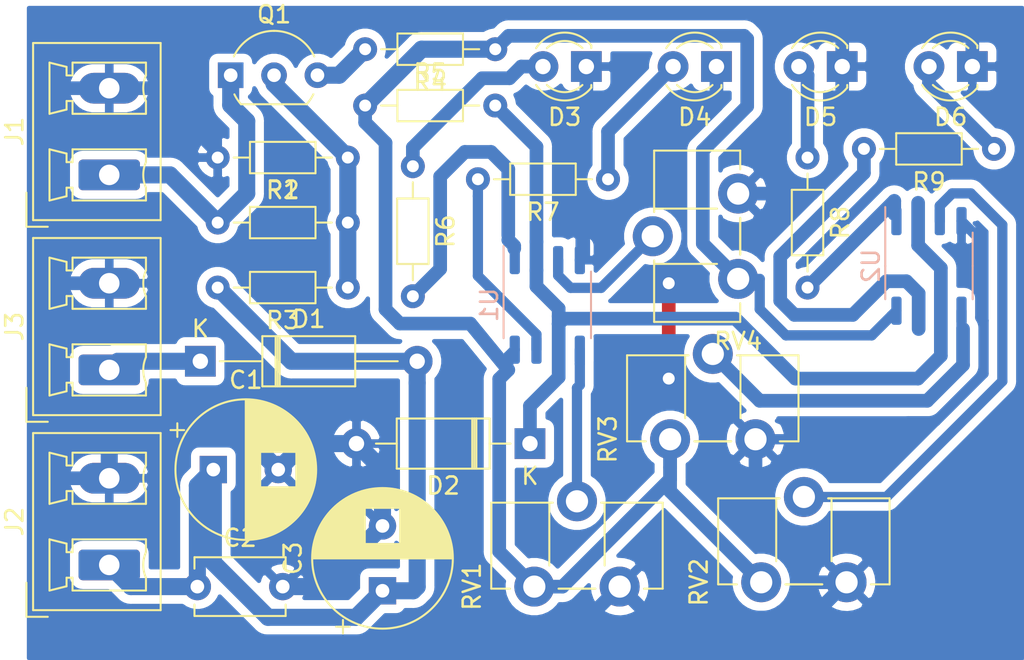
<source format=kicad_pcb>
(kicad_pcb (version 20171130) (host pcbnew 5.1.5-52549c5~84~ubuntu16.04.1)

  (general
    (thickness 1.6)
    (drawings 0)
    (tracks 207)
    (zones 0)
    (modules 28)
    (nets 21)
  )

  (page A4)
  (layers
    (0 F.Cu signal)
    (31 B.Cu signal)
    (32 B.Adhes user)
    (33 F.Adhes user)
    (34 B.Paste user)
    (35 F.Paste user)
    (36 B.SilkS user)
    (37 F.SilkS user)
    (38 B.Mask user)
    (39 F.Mask user)
    (40 Dwgs.User user)
    (41 Cmts.User user)
    (42 Eco1.User user)
    (43 Eco2.User user)
    (44 Edge.Cuts user)
    (45 Margin user)
    (46 B.CrtYd user)
    (47 F.CrtYd user)
    (48 B.Fab user)
    (49 F.Fab user)
  )

  (setup
    (last_trace_width 0.6)
    (trace_clearance 0.5)
    (zone_clearance 0.508)
    (zone_45_only no)
    (trace_min 0.2)
    (via_size 1.8)
    (via_drill 0.7)
    (via_min_size 0.4)
    (via_min_drill 0.3)
    (uvia_size 0.3)
    (uvia_drill 0.1)
    (uvias_allowed no)
    (uvia_min_size 0.2)
    (uvia_min_drill 0.1)
    (edge_width 0.05)
    (segment_width 0.2)
    (pcb_text_width 0.3)
    (pcb_text_size 1.5 1.5)
    (mod_edge_width 0.12)
    (mod_text_size 1 1)
    (mod_text_width 0.15)
    (pad_size 1.524 1.524)
    (pad_drill 0.762)
    (pad_to_mask_clearance 0.051)
    (solder_mask_min_width 0.25)
    (aux_axis_origin 0 0)
    (visible_elements FFFFFF7F)
    (pcbplotparams
      (layerselection 0x010fc_ffffffff)
      (usegerberextensions false)
      (usegerberattributes false)
      (usegerberadvancedattributes false)
      (creategerberjobfile false)
      (excludeedgelayer true)
      (linewidth 0.500000)
      (plotframeref false)
      (viasonmask false)
      (mode 1)
      (useauxorigin false)
      (hpglpennumber 1)
      (hpglpenspeed 20)
      (hpglpendiameter 15.000000)
      (psnegative false)
      (psa4output false)
      (plotreference true)
      (plotvalue true)
      (plotinvisibletext false)
      (padsonsilk false)
      (subtractmaskfromsilk false)
      (outputformat 1)
      (mirror false)
      (drillshape 1)
      (scaleselection 1)
      (outputdirectory ""))
  )

  (net 0 "")
  (net 1 GND)
  (net 2 "Net-(C1-Pad1)")
  (net 3 "Net-(D1-Pad1)")
  (net 4 "Net-(D2-Pad1)")
  (net 5 "Net-(D3-Pad2)")
  (net 6 "Net-(D4-Pad2)")
  (net 7 "Net-(D5-Pad2)")
  (net 8 "Net-(D6-Pad2)")
  (net 9 "Net-(J1-Pad1)")
  (net 10 "Net-(Q1-Pad3)")
  (net 11 "Net-(Q1-Pad2)")
  (net 12 "Net-(R4-Pad1)")
  (net 13 "Net-(R6-Pad2)")
  (net 14 "Net-(R7-Pad2)")
  (net 15 "Net-(R8-Pad2)")
  (net 16 "Net-(R9-Pad2)")
  (net 17 "Net-(RV1-Pad2)")
  (net 18 "Net-(RV2-Pad2)")
  (net 19 "Net-(RV3-Pad2)")
  (net 20 "Net-(RV4-Pad2)")

  (net_class Default "This is the default net class."
    (clearance 0.5)
    (trace_width 0.6)
    (via_dia 1.8)
    (via_drill 0.7)
    (uvia_dia 0.3)
    (uvia_drill 0.1)
    (add_net GND)
    (add_net "Net-(C1-Pad1)")
    (add_net "Net-(D1-Pad1)")
    (add_net "Net-(D2-Pad1)")
    (add_net "Net-(D3-Pad2)")
    (add_net "Net-(D4-Pad2)")
    (add_net "Net-(D5-Pad2)")
    (add_net "Net-(D6-Pad2)")
    (add_net "Net-(J1-Pad1)")
    (add_net "Net-(Q1-Pad2)")
    (add_net "Net-(Q1-Pad3)")
    (add_net "Net-(R4-Pad1)")
    (add_net "Net-(R6-Pad2)")
    (add_net "Net-(R7-Pad2)")
    (add_net "Net-(R8-Pad2)")
    (add_net "Net-(R9-Pad2)")
    (add_net "Net-(RV1-Pad2)")
    (add_net "Net-(RV2-Pad2)")
    (add_net "Net-(RV3-Pad2)")
    (add_net "Net-(RV4-Pad2)")
  )

  (module Package_SO:SOP-8_3.9x4.9mm_P1.27mm (layer B.Cu) (tedit 5D9F72B1) (tstamp 5DD3AEB3)
    (at 104.648 72.39 270)
    (descr "SOP, 8 Pin (http://www.macronix.com/Lists/Datasheet/Attachments/7534/MX25R3235F,%20Wide%20Range,%2032Mb,%20v1.6.pdf#page=79), generated with kicad-footprint-generator ipc_gullwing_generator.py")
    (tags "SOP SO")
    (path /5DDA92C1)
    (attr smd)
    (fp_text reference U2 (at 0 3.4 90) (layer B.SilkS)
      (effects (font (size 1 1) (thickness 0.15)) (justify mirror))
    )
    (fp_text value LM358 (at 0 -3.4 90) (layer B.Fab)
      (effects (font (size 1 1) (thickness 0.15)) (justify mirror))
    )
    (fp_text user %R (at 0 0 90) (layer B.Fab)
      (effects (font (size 0.98 0.98) (thickness 0.15)) (justify mirror))
    )
    (fp_line (start 3.7 2.7) (end -3.7 2.7) (layer B.CrtYd) (width 0.05))
    (fp_line (start 3.7 -2.7) (end 3.7 2.7) (layer B.CrtYd) (width 0.05))
    (fp_line (start -3.7 -2.7) (end 3.7 -2.7) (layer B.CrtYd) (width 0.05))
    (fp_line (start -3.7 2.7) (end -3.7 -2.7) (layer B.CrtYd) (width 0.05))
    (fp_line (start -1.95 1.475) (end -0.975 2.45) (layer B.Fab) (width 0.1))
    (fp_line (start -1.95 -2.45) (end -1.95 1.475) (layer B.Fab) (width 0.1))
    (fp_line (start 1.95 -2.45) (end -1.95 -2.45) (layer B.Fab) (width 0.1))
    (fp_line (start 1.95 2.45) (end 1.95 -2.45) (layer B.Fab) (width 0.1))
    (fp_line (start -0.975 2.45) (end 1.95 2.45) (layer B.Fab) (width 0.1))
    (fp_line (start 0 2.56) (end -3.45 2.56) (layer B.SilkS) (width 0.12))
    (fp_line (start 0 2.56) (end 1.95 2.56) (layer B.SilkS) (width 0.12))
    (fp_line (start 0 -2.56) (end -1.95 -2.56) (layer B.SilkS) (width 0.12))
    (fp_line (start 0 -2.56) (end 1.95 -2.56) (layer B.SilkS) (width 0.12))
    (pad 8 smd roundrect (at 2.625 1.905 270) (size 1.65 0.6) (layers B.Cu B.Paste B.Mask) (roundrect_rratio 0.25)
      (net 12 "Net-(R4-Pad1)"))
    (pad 7 smd roundrect (at 2.625 0.635 270) (size 1.65 0.6) (layers B.Cu B.Paste B.Mask) (roundrect_rratio 0.25)
      (net 16 "Net-(R9-Pad2)"))
    (pad 6 smd roundrect (at 2.625 -0.635 270) (size 1.65 0.6) (layers B.Cu B.Paste B.Mask) (roundrect_rratio 0.25)
      (net 4 "Net-(D2-Pad1)"))
    (pad 5 smd roundrect (at 2.625 -1.905 270) (size 1.65 0.6) (layers B.Cu B.Paste B.Mask) (roundrect_rratio 0.25)
      (net 19 "Net-(RV3-Pad2)"))
    (pad 4 smd roundrect (at -2.625 -1.905 270) (size 1.65 0.6) (layers B.Cu B.Paste B.Mask) (roundrect_rratio 0.25)
      (net 1 GND))
    (pad 3 smd roundrect (at -2.625 -0.635 270) (size 1.65 0.6) (layers B.Cu B.Paste B.Mask) (roundrect_rratio 0.25)
      (net 18 "Net-(RV2-Pad2)"))
    (pad 2 smd roundrect (at -2.625 0.635 270) (size 1.65 0.6) (layers B.Cu B.Paste B.Mask) (roundrect_rratio 0.25)
      (net 4 "Net-(D2-Pad1)"))
    (pad 1 smd roundrect (at -2.625 1.905 270) (size 1.65 0.6) (layers B.Cu B.Paste B.Mask) (roundrect_rratio 0.25)
      (net 15 "Net-(R8-Pad2)"))
    (model ${KISYS3DMOD}/Package_SO.3dshapes/SOP-8_3.9x4.9mm_P1.27mm.wrl
      (at (xyz 0 0 0))
      (scale (xyz 1 1 1))
      (rotate (xyz 0 0 0))
    )
  )

  (module Package_SO:SOP-8_3.9x4.9mm_P1.27mm (layer B.Cu) (tedit 5D9F72B1) (tstamp 5DD41E56)
    (at 82.296 74.676 270)
    (descr "SOP, 8 Pin (http://www.macronix.com/Lists/Datasheet/Attachments/7534/MX25R3235F,%20Wide%20Range,%2032Mb,%20v1.6.pdf#page=79), generated with kicad-footprint-generator ipc_gullwing_generator.py")
    (tags "SOP SO")
    (path /5DD53F7F)
    (attr smd)
    (fp_text reference U1 (at 0 3.4 90) (layer B.SilkS)
      (effects (font (size 1 1) (thickness 0.15)) (justify mirror))
    )
    (fp_text value LM358 (at 0 -3.4 90) (layer B.Fab)
      (effects (font (size 1 1) (thickness 0.15)) (justify mirror))
    )
    (fp_text user %R (at 0 0 90) (layer B.Fab)
      (effects (font (size 0.98 0.98) (thickness 0.15)) (justify mirror))
    )
    (fp_line (start 3.7 2.7) (end -3.7 2.7) (layer B.CrtYd) (width 0.05))
    (fp_line (start 3.7 -2.7) (end 3.7 2.7) (layer B.CrtYd) (width 0.05))
    (fp_line (start -3.7 -2.7) (end 3.7 -2.7) (layer B.CrtYd) (width 0.05))
    (fp_line (start -3.7 2.7) (end -3.7 -2.7) (layer B.CrtYd) (width 0.05))
    (fp_line (start -1.95 1.475) (end -0.975 2.45) (layer B.Fab) (width 0.1))
    (fp_line (start -1.95 -2.45) (end -1.95 1.475) (layer B.Fab) (width 0.1))
    (fp_line (start 1.95 -2.45) (end -1.95 -2.45) (layer B.Fab) (width 0.1))
    (fp_line (start 1.95 2.45) (end 1.95 -2.45) (layer B.Fab) (width 0.1))
    (fp_line (start -0.975 2.45) (end 1.95 2.45) (layer B.Fab) (width 0.1))
    (fp_line (start 0 2.56) (end -3.45 2.56) (layer B.SilkS) (width 0.12))
    (fp_line (start 0 2.56) (end 1.95 2.56) (layer B.SilkS) (width 0.12))
    (fp_line (start 0 -2.56) (end -1.95 -2.56) (layer B.SilkS) (width 0.12))
    (fp_line (start 0 -2.56) (end 1.95 -2.56) (layer B.SilkS) (width 0.12))
    (pad 8 smd roundrect (at 2.625 1.905 270) (size 1.65 0.6) (layers B.Cu B.Paste B.Mask) (roundrect_rratio 0.25)
      (net 12 "Net-(R4-Pad1)"))
    (pad 7 smd roundrect (at 2.625 0.635 270) (size 1.65 0.6) (layers B.Cu B.Paste B.Mask) (roundrect_rratio 0.25)
      (net 14 "Net-(R7-Pad2)"))
    (pad 6 smd roundrect (at 2.625 -0.635 270) (size 1.65 0.6) (layers B.Cu B.Paste B.Mask) (roundrect_rratio 0.25)
      (net 4 "Net-(D2-Pad1)"))
    (pad 5 smd roundrect (at 2.625 -1.905 270) (size 1.65 0.6) (layers B.Cu B.Paste B.Mask) (roundrect_rratio 0.25)
      (net 17 "Net-(RV1-Pad2)"))
    (pad 4 smd roundrect (at -2.625 -1.905 270) (size 1.65 0.6) (layers B.Cu B.Paste B.Mask) (roundrect_rratio 0.25)
      (net 1 GND))
    (pad 3 smd roundrect (at -2.625 -0.635 270) (size 1.65 0.6) (layers B.Cu B.Paste B.Mask) (roundrect_rratio 0.25)
      (net 20 "Net-(RV4-Pad2)"))
    (pad 2 smd roundrect (at -2.625 0.635 270) (size 1.65 0.6) (layers B.Cu B.Paste B.Mask) (roundrect_rratio 0.25)
      (net 4 "Net-(D2-Pad1)"))
    (pad 1 smd roundrect (at -2.625 1.905 270) (size 1.65 0.6) (layers B.Cu B.Paste B.Mask) (roundrect_rratio 0.25)
      (net 13 "Net-(R6-Pad2)"))
    (model ${KISYS3DMOD}/Package_SO.3dshapes/SOP-8_3.9x4.9mm_P1.27mm.wrl
      (at (xyz 0 0 0))
      (scale (xyz 1 1 1))
      (rotate (xyz 0 0 0))
    )
  )

  (module Potentiometer_THT:Potentiometer_ACP_CA9-H5_Horizontal (layer F.Cu) (tedit 5A3D4994) (tstamp 5DD368D1)
    (at 93.472 73.152 180)
    (descr "Potentiometer, horizontal, ACP CA9-H5, http://www.acptechnologies.com/wp-content/uploads/2017/05/02-ACP-CA9-CE9.pdf")
    (tags "Potentiometer horizontal ACP CA9-H5")
    (path /5DDD451B)
    (fp_text reference RV4 (at 0 -3.65) (layer F.SilkS)
      (effects (font (size 1 1) (thickness 0.15)))
    )
    (fp_text value 5k (at 0 8.65) (layer F.Fab)
      (effects (font (size 1 1) (thickness 0.15)))
    )
    (fp_text user %R (at 2.4 2.5) (layer F.Fab)
      (effects (font (size 1 1) (thickness 0.15)))
    )
    (fp_line (start 6.45 -2.7) (end -1.45 -2.7) (layer F.CrtYd) (width 0.05))
    (fp_line (start 6.45 7.65) (end 6.45 -2.7) (layer F.CrtYd) (width 0.05))
    (fp_line (start -1.45 7.65) (end 6.45 7.65) (layer F.CrtYd) (width 0.05))
    (fp_line (start -1.45 -2.7) (end -1.45 7.65) (layer F.CrtYd) (width 0.05))
    (fp_line (start 4.92 3.925) (end 4.92 4.12) (layer F.SilkS) (width 0.12))
    (fp_line (start 4.92 0.88) (end 4.92 1.075) (layer F.SilkS) (width 0.12))
    (fp_line (start -0.121 1.426) (end -0.121 3.575) (layer F.SilkS) (width 0.12))
    (fp_line (start 1.237 4.12) (end 4.92 4.12) (layer F.SilkS) (width 0.12))
    (fp_line (start 1.237 0.88) (end 4.92 0.88) (layer F.SilkS) (width 0.12))
    (fp_line (start -0.121 1.426) (end -0.121 3.575) (layer F.SilkS) (width 0.12))
    (fp_line (start -0.121 -2.521) (end -0.121 -1.426) (layer F.SilkS) (width 0.12))
    (fp_line (start -0.121 6.425) (end -0.121 7.52) (layer F.SilkS) (width 0.12))
    (fp_line (start 4.92 3.925) (end 4.92 7.52) (layer F.SilkS) (width 0.12))
    (fp_line (start 4.92 -2.521) (end 4.92 1.075) (layer F.SilkS) (width 0.12))
    (fp_line (start -0.121 7.52) (end 4.92 7.52) (layer F.SilkS) (width 0.12))
    (fp_line (start -0.121 -2.521) (end 4.92 -2.521) (layer F.SilkS) (width 0.12))
    (fp_line (start 4.8 1) (end 0 1) (layer F.Fab) (width 0.1))
    (fp_line (start 4.8 4) (end 4.8 1) (layer F.Fab) (width 0.1))
    (fp_line (start 0 4) (end 4.8 4) (layer F.Fab) (width 0.1))
    (fp_line (start 0 1) (end 0 4) (layer F.Fab) (width 0.1))
    (fp_line (start 0 -2.4) (end 4.8 -2.4) (layer F.Fab) (width 0.1))
    (fp_line (start 0 7.4) (end 0 -2.4) (layer F.Fab) (width 0.1))
    (fp_line (start 4.8 7.4) (end 0 7.4) (layer F.Fab) (width 0.1))
    (fp_line (start 4.8 -2.4) (end 4.8 7.4) (layer F.Fab) (width 0.1))
    (pad 1 thru_hole circle (at 0 0 180) (size 2.34 2.34) (drill 1.3) (layers *.Cu *.Mask)
      (net 12 "Net-(R4-Pad1)"))
    (pad 2 thru_hole circle (at 5 2.5 180) (size 2.34 2.34) (drill 1.3) (layers *.Cu *.Mask)
      (net 20 "Net-(RV4-Pad2)"))
    (pad 3 thru_hole circle (at 0 5 180) (size 2.34 2.34) (drill 1.3) (layers *.Cu *.Mask)
      (net 1 GND))
    (model ${KISYS3DMOD}/Potentiometer_THT.3dshapes/Potentiometer_ACP_CA9-H5_Horizontal.wrl
      (at (xyz 0 0 0))
      (scale (xyz 1 1 1))
      (rotate (xyz 0 0 0))
    )
  )

  (module Potentiometer_THT:Potentiometer_ACP_CA9-H5_Horizontal (layer F.Cu) (tedit 5A3D4994) (tstamp 5DD368B1)
    (at 89.488 82.55 90)
    (descr "Potentiometer, horizontal, ACP CA9-H5, http://www.acptechnologies.com/wp-content/uploads/2017/05/02-ACP-CA9-CE9.pdf")
    (tags "Potentiometer horizontal ACP CA9-H5")
    (path /5DDD7FA7)
    (fp_text reference RV3 (at 0 -3.65 90) (layer F.SilkS)
      (effects (font (size 1 1) (thickness 0.15)))
    )
    (fp_text value 5k (at 0 8.65 90) (layer F.Fab)
      (effects (font (size 1 1) (thickness 0.15)))
    )
    (fp_text user %R (at 2.4 2.5 90) (layer F.Fab)
      (effects (font (size 1 1) (thickness 0.15)))
    )
    (fp_line (start 6.45 -2.7) (end -1.45 -2.7) (layer F.CrtYd) (width 0.05))
    (fp_line (start 6.45 7.65) (end 6.45 -2.7) (layer F.CrtYd) (width 0.05))
    (fp_line (start -1.45 7.65) (end 6.45 7.65) (layer F.CrtYd) (width 0.05))
    (fp_line (start -1.45 -2.7) (end -1.45 7.65) (layer F.CrtYd) (width 0.05))
    (fp_line (start 4.92 3.925) (end 4.92 4.12) (layer F.SilkS) (width 0.12))
    (fp_line (start 4.92 0.88) (end 4.92 1.075) (layer F.SilkS) (width 0.12))
    (fp_line (start -0.121 1.426) (end -0.121 3.575) (layer F.SilkS) (width 0.12))
    (fp_line (start 1.237 4.12) (end 4.92 4.12) (layer F.SilkS) (width 0.12))
    (fp_line (start 1.237 0.88) (end 4.92 0.88) (layer F.SilkS) (width 0.12))
    (fp_line (start -0.121 1.426) (end -0.121 3.575) (layer F.SilkS) (width 0.12))
    (fp_line (start -0.121 -2.521) (end -0.121 -1.426) (layer F.SilkS) (width 0.12))
    (fp_line (start -0.121 6.425) (end -0.121 7.52) (layer F.SilkS) (width 0.12))
    (fp_line (start 4.92 3.925) (end 4.92 7.52) (layer F.SilkS) (width 0.12))
    (fp_line (start 4.92 -2.521) (end 4.92 1.075) (layer F.SilkS) (width 0.12))
    (fp_line (start -0.121 7.52) (end 4.92 7.52) (layer F.SilkS) (width 0.12))
    (fp_line (start -0.121 -2.521) (end 4.92 -2.521) (layer F.SilkS) (width 0.12))
    (fp_line (start 4.8 1) (end 0 1) (layer F.Fab) (width 0.1))
    (fp_line (start 4.8 4) (end 4.8 1) (layer F.Fab) (width 0.1))
    (fp_line (start 0 4) (end 4.8 4) (layer F.Fab) (width 0.1))
    (fp_line (start 0 1) (end 0 4) (layer F.Fab) (width 0.1))
    (fp_line (start 0 -2.4) (end 4.8 -2.4) (layer F.Fab) (width 0.1))
    (fp_line (start 0 7.4) (end 0 -2.4) (layer F.Fab) (width 0.1))
    (fp_line (start 4.8 7.4) (end 0 7.4) (layer F.Fab) (width 0.1))
    (fp_line (start 4.8 -2.4) (end 4.8 7.4) (layer F.Fab) (width 0.1))
    (pad 1 thru_hole circle (at 0 0 90) (size 2.34 2.34) (drill 1.3) (layers *.Cu *.Mask)
      (net 12 "Net-(R4-Pad1)"))
    (pad 2 thru_hole circle (at 5 2.5 90) (size 2.34 2.34) (drill 1.3) (layers *.Cu *.Mask)
      (net 19 "Net-(RV3-Pad2)"))
    (pad 3 thru_hole circle (at 0 5 90) (size 2.34 2.34) (drill 1.3) (layers *.Cu *.Mask)
      (net 1 GND))
    (model ${KISYS3DMOD}/Potentiometer_THT.3dshapes/Potentiometer_ACP_CA9-H5_Horizontal.wrl
      (at (xyz 0 0 0))
      (scale (xyz 1 1 1))
      (rotate (xyz 0 0 0))
    )
  )

  (module Potentiometer_THT:Potentiometer_ACP_CA9-H5_Horizontal (layer F.Cu) (tedit 5A3D4994) (tstamp 5DD36891)
    (at 94.822 90.932 90)
    (descr "Potentiometer, horizontal, ACP CA9-H5, http://www.acptechnologies.com/wp-content/uploads/2017/05/02-ACP-CA9-CE9.pdf")
    (tags "Potentiometer horizontal ACP CA9-H5")
    (path /5DDD5C4D)
    (fp_text reference RV2 (at 0 -3.65 90) (layer F.SilkS)
      (effects (font (size 1 1) (thickness 0.15)))
    )
    (fp_text value 5k (at 0 8.65 90) (layer F.Fab)
      (effects (font (size 1 1) (thickness 0.15)))
    )
    (fp_text user %R (at 2.4 2.5 90) (layer F.Fab)
      (effects (font (size 1 1) (thickness 0.15)))
    )
    (fp_line (start 6.45 -2.7) (end -1.45 -2.7) (layer F.CrtYd) (width 0.05))
    (fp_line (start 6.45 7.65) (end 6.45 -2.7) (layer F.CrtYd) (width 0.05))
    (fp_line (start -1.45 7.65) (end 6.45 7.65) (layer F.CrtYd) (width 0.05))
    (fp_line (start -1.45 -2.7) (end -1.45 7.65) (layer F.CrtYd) (width 0.05))
    (fp_line (start 4.92 3.925) (end 4.92 4.12) (layer F.SilkS) (width 0.12))
    (fp_line (start 4.92 0.88) (end 4.92 1.075) (layer F.SilkS) (width 0.12))
    (fp_line (start -0.121 1.426) (end -0.121 3.575) (layer F.SilkS) (width 0.12))
    (fp_line (start 1.237 4.12) (end 4.92 4.12) (layer F.SilkS) (width 0.12))
    (fp_line (start 1.237 0.88) (end 4.92 0.88) (layer F.SilkS) (width 0.12))
    (fp_line (start -0.121 1.426) (end -0.121 3.575) (layer F.SilkS) (width 0.12))
    (fp_line (start -0.121 -2.521) (end -0.121 -1.426) (layer F.SilkS) (width 0.12))
    (fp_line (start -0.121 6.425) (end -0.121 7.52) (layer F.SilkS) (width 0.12))
    (fp_line (start 4.92 3.925) (end 4.92 7.52) (layer F.SilkS) (width 0.12))
    (fp_line (start 4.92 -2.521) (end 4.92 1.075) (layer F.SilkS) (width 0.12))
    (fp_line (start -0.121 7.52) (end 4.92 7.52) (layer F.SilkS) (width 0.12))
    (fp_line (start -0.121 -2.521) (end 4.92 -2.521) (layer F.SilkS) (width 0.12))
    (fp_line (start 4.8 1) (end 0 1) (layer F.Fab) (width 0.1))
    (fp_line (start 4.8 4) (end 4.8 1) (layer F.Fab) (width 0.1))
    (fp_line (start 0 4) (end 4.8 4) (layer F.Fab) (width 0.1))
    (fp_line (start 0 1) (end 0 4) (layer F.Fab) (width 0.1))
    (fp_line (start 0 -2.4) (end 4.8 -2.4) (layer F.Fab) (width 0.1))
    (fp_line (start 0 7.4) (end 0 -2.4) (layer F.Fab) (width 0.1))
    (fp_line (start 4.8 7.4) (end 0 7.4) (layer F.Fab) (width 0.1))
    (fp_line (start 4.8 -2.4) (end 4.8 7.4) (layer F.Fab) (width 0.1))
    (pad 1 thru_hole circle (at 0 0 90) (size 2.34 2.34) (drill 1.3) (layers *.Cu *.Mask)
      (net 12 "Net-(R4-Pad1)"))
    (pad 2 thru_hole circle (at 5 2.5 90) (size 2.34 2.34) (drill 1.3) (layers *.Cu *.Mask)
      (net 18 "Net-(RV2-Pad2)"))
    (pad 3 thru_hole circle (at 0 5 90) (size 2.34 2.34) (drill 1.3) (layers *.Cu *.Mask)
      (net 1 GND))
    (model ${KISYS3DMOD}/Potentiometer_THT.3dshapes/Potentiometer_ACP_CA9-H5_Horizontal.wrl
      (at (xyz 0 0 0))
      (scale (xyz 1 1 1))
      (rotate (xyz 0 0 0))
    )
  )

  (module Potentiometer_THT:Potentiometer_ACP_CA9-H5_Horizontal (layer F.Cu) (tedit 5A3D4994) (tstamp 5DD42F22)
    (at 81.534 91.186 90)
    (descr "Potentiometer, horizontal, ACP CA9-H5, http://www.acptechnologies.com/wp-content/uploads/2017/05/02-ACP-CA9-CE9.pdf")
    (tags "Potentiometer horizontal ACP CA9-H5")
    (path /5DDD5234)
    (fp_text reference RV1 (at 0 -3.65 90) (layer F.SilkS)
      (effects (font (size 1 1) (thickness 0.15)))
    )
    (fp_text value 5k (at 0 8.65 90) (layer F.Fab)
      (effects (font (size 1 1) (thickness 0.15)))
    )
    (fp_text user %R (at 2.4 2.5 90) (layer F.Fab)
      (effects (font (size 1 1) (thickness 0.15)))
    )
    (fp_line (start 6.45 -2.7) (end -1.45 -2.7) (layer F.CrtYd) (width 0.05))
    (fp_line (start 6.45 7.65) (end 6.45 -2.7) (layer F.CrtYd) (width 0.05))
    (fp_line (start -1.45 7.65) (end 6.45 7.65) (layer F.CrtYd) (width 0.05))
    (fp_line (start -1.45 -2.7) (end -1.45 7.65) (layer F.CrtYd) (width 0.05))
    (fp_line (start 4.92 3.925) (end 4.92 4.12) (layer F.SilkS) (width 0.12))
    (fp_line (start 4.92 0.88) (end 4.92 1.075) (layer F.SilkS) (width 0.12))
    (fp_line (start -0.121 1.426) (end -0.121 3.575) (layer F.SilkS) (width 0.12))
    (fp_line (start 1.237 4.12) (end 4.92 4.12) (layer F.SilkS) (width 0.12))
    (fp_line (start 1.237 0.88) (end 4.92 0.88) (layer F.SilkS) (width 0.12))
    (fp_line (start -0.121 1.426) (end -0.121 3.575) (layer F.SilkS) (width 0.12))
    (fp_line (start -0.121 -2.521) (end -0.121 -1.426) (layer F.SilkS) (width 0.12))
    (fp_line (start -0.121 6.425) (end -0.121 7.52) (layer F.SilkS) (width 0.12))
    (fp_line (start 4.92 3.925) (end 4.92 7.52) (layer F.SilkS) (width 0.12))
    (fp_line (start 4.92 -2.521) (end 4.92 1.075) (layer F.SilkS) (width 0.12))
    (fp_line (start -0.121 7.52) (end 4.92 7.52) (layer F.SilkS) (width 0.12))
    (fp_line (start -0.121 -2.521) (end 4.92 -2.521) (layer F.SilkS) (width 0.12))
    (fp_line (start 4.8 1) (end 0 1) (layer F.Fab) (width 0.1))
    (fp_line (start 4.8 4) (end 4.8 1) (layer F.Fab) (width 0.1))
    (fp_line (start 0 4) (end 4.8 4) (layer F.Fab) (width 0.1))
    (fp_line (start 0 1) (end 0 4) (layer F.Fab) (width 0.1))
    (fp_line (start 0 -2.4) (end 4.8 -2.4) (layer F.Fab) (width 0.1))
    (fp_line (start 0 7.4) (end 0 -2.4) (layer F.Fab) (width 0.1))
    (fp_line (start 4.8 7.4) (end 0 7.4) (layer F.Fab) (width 0.1))
    (fp_line (start 4.8 -2.4) (end 4.8 7.4) (layer F.Fab) (width 0.1))
    (pad 1 thru_hole circle (at 0 0 90) (size 2.34 2.34) (drill 1.3) (layers *.Cu *.Mask)
      (net 12 "Net-(R4-Pad1)"))
    (pad 2 thru_hole circle (at 5 2.5 90) (size 2.34 2.34) (drill 1.3) (layers *.Cu *.Mask)
      (net 17 "Net-(RV1-Pad2)"))
    (pad 3 thru_hole circle (at 0 5 90) (size 2.34 2.34) (drill 1.3) (layers *.Cu *.Mask)
      (net 1 GND))
    (model ${KISYS3DMOD}/Potentiometer_THT.3dshapes/Potentiometer_ACP_CA9-H5_Horizontal.wrl
      (at (xyz 0 0 0))
      (scale (xyz 1 1 1))
      (rotate (xyz 0 0 0))
    )
  )

  (module Resistor_THT:R_Axial_DIN0204_L3.6mm_D1.6mm_P7.62mm_Horizontal (layer F.Cu) (tedit 5AE5139B) (tstamp 5DD4A991)
    (at 108.458 65.532 180)
    (descr "Resistor, Axial_DIN0204 series, Axial, Horizontal, pin pitch=7.62mm, 0.167W, length*diameter=3.6*1.6mm^2, http://cdn-reichelt.de/documents/datenblatt/B400/1_4W%23YAG.pdf")
    (tags "Resistor Axial_DIN0204 series Axial Horizontal pin pitch 7.62mm 0.167W length 3.6mm diameter 1.6mm")
    (path /5DE07EDA)
    (fp_text reference R9 (at 3.81 -1.92) (layer F.SilkS)
      (effects (font (size 1 1) (thickness 0.15)))
    )
    (fp_text value 10k (at 3.81 1.92) (layer F.Fab)
      (effects (font (size 1 1) (thickness 0.15)))
    )
    (fp_text user %R (at 3.81 0) (layer F.Fab)
      (effects (font (size 0.72 0.72) (thickness 0.108)))
    )
    (fp_line (start 8.57 -1.05) (end -0.95 -1.05) (layer F.CrtYd) (width 0.05))
    (fp_line (start 8.57 1.05) (end 8.57 -1.05) (layer F.CrtYd) (width 0.05))
    (fp_line (start -0.95 1.05) (end 8.57 1.05) (layer F.CrtYd) (width 0.05))
    (fp_line (start -0.95 -1.05) (end -0.95 1.05) (layer F.CrtYd) (width 0.05))
    (fp_line (start 6.68 0) (end 5.73 0) (layer F.SilkS) (width 0.12))
    (fp_line (start 0.94 0) (end 1.89 0) (layer F.SilkS) (width 0.12))
    (fp_line (start 5.73 -0.92) (end 1.89 -0.92) (layer F.SilkS) (width 0.12))
    (fp_line (start 5.73 0.92) (end 5.73 -0.92) (layer F.SilkS) (width 0.12))
    (fp_line (start 1.89 0.92) (end 5.73 0.92) (layer F.SilkS) (width 0.12))
    (fp_line (start 1.89 -0.92) (end 1.89 0.92) (layer F.SilkS) (width 0.12))
    (fp_line (start 7.62 0) (end 5.61 0) (layer F.Fab) (width 0.1))
    (fp_line (start 0 0) (end 2.01 0) (layer F.Fab) (width 0.1))
    (fp_line (start 5.61 -0.8) (end 2.01 -0.8) (layer F.Fab) (width 0.1))
    (fp_line (start 5.61 0.8) (end 5.61 -0.8) (layer F.Fab) (width 0.1))
    (fp_line (start 2.01 0.8) (end 5.61 0.8) (layer F.Fab) (width 0.1))
    (fp_line (start 2.01 -0.8) (end 2.01 0.8) (layer F.Fab) (width 0.1))
    (pad 2 thru_hole oval (at 7.62 0 180) (size 1.4 1.4) (drill 0.7) (layers *.Cu *.Mask)
      (net 16 "Net-(R9-Pad2)"))
    (pad 1 thru_hole circle (at 0 0 180) (size 1.4 1.4) (drill 0.7) (layers *.Cu *.Mask)
      (net 8 "Net-(D6-Pad2)"))
    (model ${KISYS3DMOD}/Resistor_THT.3dshapes/R_Axial_DIN0204_L3.6mm_D1.6mm_P7.62mm_Horizontal.wrl
      (at (xyz 0 0 0))
      (scale (xyz 1 1 1))
      (rotate (xyz 0 0 0))
    )
  )

  (module Resistor_THT:R_Axial_DIN0204_L3.6mm_D1.6mm_P7.62mm_Horizontal (layer F.Cu) (tedit 5AE5139B) (tstamp 5DD3683A)
    (at 97.536 66.04 270)
    (descr "Resistor, Axial_DIN0204 series, Axial, Horizontal, pin pitch=7.62mm, 0.167W, length*diameter=3.6*1.6mm^2, http://cdn-reichelt.de/documents/datenblatt/B400/1_4W%23YAG.pdf")
    (tags "Resistor Axial_DIN0204 series Axial Horizontal pin pitch 7.62mm 0.167W length 3.6mm diameter 1.6mm")
    (path /5DE0765A)
    (fp_text reference R8 (at 3.81 -1.92 90) (layer F.SilkS)
      (effects (font (size 1 1) (thickness 0.15)))
    )
    (fp_text value 10k (at 3.81 1.92 90) (layer F.Fab)
      (effects (font (size 1 1) (thickness 0.15)))
    )
    (fp_text user %R (at 3.81 0 90) (layer F.Fab)
      (effects (font (size 0.72 0.72) (thickness 0.108)))
    )
    (fp_line (start 8.57 -1.05) (end -0.95 -1.05) (layer F.CrtYd) (width 0.05))
    (fp_line (start 8.57 1.05) (end 8.57 -1.05) (layer F.CrtYd) (width 0.05))
    (fp_line (start -0.95 1.05) (end 8.57 1.05) (layer F.CrtYd) (width 0.05))
    (fp_line (start -0.95 -1.05) (end -0.95 1.05) (layer F.CrtYd) (width 0.05))
    (fp_line (start 6.68 0) (end 5.73 0) (layer F.SilkS) (width 0.12))
    (fp_line (start 0.94 0) (end 1.89 0) (layer F.SilkS) (width 0.12))
    (fp_line (start 5.73 -0.92) (end 1.89 -0.92) (layer F.SilkS) (width 0.12))
    (fp_line (start 5.73 0.92) (end 5.73 -0.92) (layer F.SilkS) (width 0.12))
    (fp_line (start 1.89 0.92) (end 5.73 0.92) (layer F.SilkS) (width 0.12))
    (fp_line (start 1.89 -0.92) (end 1.89 0.92) (layer F.SilkS) (width 0.12))
    (fp_line (start 7.62 0) (end 5.61 0) (layer F.Fab) (width 0.1))
    (fp_line (start 0 0) (end 2.01 0) (layer F.Fab) (width 0.1))
    (fp_line (start 5.61 -0.8) (end 2.01 -0.8) (layer F.Fab) (width 0.1))
    (fp_line (start 5.61 0.8) (end 5.61 -0.8) (layer F.Fab) (width 0.1))
    (fp_line (start 2.01 0.8) (end 5.61 0.8) (layer F.Fab) (width 0.1))
    (fp_line (start 2.01 -0.8) (end 2.01 0.8) (layer F.Fab) (width 0.1))
    (pad 2 thru_hole oval (at 7.62 0 270) (size 1.4 1.4) (drill 0.7) (layers *.Cu *.Mask)
      (net 15 "Net-(R8-Pad2)"))
    (pad 1 thru_hole circle (at 0 0 270) (size 1.4 1.4) (drill 0.7) (layers *.Cu *.Mask)
      (net 7 "Net-(D5-Pad2)"))
    (model ${KISYS3DMOD}/Resistor_THT.3dshapes/R_Axial_DIN0204_L3.6mm_D1.6mm_P7.62mm_Horizontal.wrl
      (at (xyz 0 0 0))
      (scale (xyz 1 1 1))
      (rotate (xyz 0 0 0))
    )
  )

  (module Resistor_THT:R_Axial_DIN0204_L3.6mm_D1.6mm_P7.62mm_Horizontal (layer F.Cu) (tedit 5AE5139B) (tstamp 5DD36823)
    (at 85.852 67.31 180)
    (descr "Resistor, Axial_DIN0204 series, Axial, Horizontal, pin pitch=7.62mm, 0.167W, length*diameter=3.6*1.6mm^2, http://cdn-reichelt.de/documents/datenblatt/B400/1_4W%23YAG.pdf")
    (tags "Resistor Axial_DIN0204 series Axial Horizontal pin pitch 7.62mm 0.167W length 3.6mm diameter 1.6mm")
    (path /5DE06C7C)
    (fp_text reference R7 (at 3.81 -1.92) (layer F.SilkS)
      (effects (font (size 1 1) (thickness 0.15)))
    )
    (fp_text value 10k (at 3.81 1.92) (layer F.Fab)
      (effects (font (size 1 1) (thickness 0.15)))
    )
    (fp_text user %R (at 3.81 0) (layer F.Fab)
      (effects (font (size 0.72 0.72) (thickness 0.108)))
    )
    (fp_line (start 8.57 -1.05) (end -0.95 -1.05) (layer F.CrtYd) (width 0.05))
    (fp_line (start 8.57 1.05) (end 8.57 -1.05) (layer F.CrtYd) (width 0.05))
    (fp_line (start -0.95 1.05) (end 8.57 1.05) (layer F.CrtYd) (width 0.05))
    (fp_line (start -0.95 -1.05) (end -0.95 1.05) (layer F.CrtYd) (width 0.05))
    (fp_line (start 6.68 0) (end 5.73 0) (layer F.SilkS) (width 0.12))
    (fp_line (start 0.94 0) (end 1.89 0) (layer F.SilkS) (width 0.12))
    (fp_line (start 5.73 -0.92) (end 1.89 -0.92) (layer F.SilkS) (width 0.12))
    (fp_line (start 5.73 0.92) (end 5.73 -0.92) (layer F.SilkS) (width 0.12))
    (fp_line (start 1.89 0.92) (end 5.73 0.92) (layer F.SilkS) (width 0.12))
    (fp_line (start 1.89 -0.92) (end 1.89 0.92) (layer F.SilkS) (width 0.12))
    (fp_line (start 7.62 0) (end 5.61 0) (layer F.Fab) (width 0.1))
    (fp_line (start 0 0) (end 2.01 0) (layer F.Fab) (width 0.1))
    (fp_line (start 5.61 -0.8) (end 2.01 -0.8) (layer F.Fab) (width 0.1))
    (fp_line (start 5.61 0.8) (end 5.61 -0.8) (layer F.Fab) (width 0.1))
    (fp_line (start 2.01 0.8) (end 5.61 0.8) (layer F.Fab) (width 0.1))
    (fp_line (start 2.01 -0.8) (end 2.01 0.8) (layer F.Fab) (width 0.1))
    (pad 2 thru_hole oval (at 7.62 0 180) (size 1.4 1.4) (drill 0.7) (layers *.Cu *.Mask)
      (net 14 "Net-(R7-Pad2)"))
    (pad 1 thru_hole circle (at 0 0 180) (size 1.4 1.4) (drill 0.7) (layers *.Cu *.Mask)
      (net 6 "Net-(D4-Pad2)"))
    (model ${KISYS3DMOD}/Resistor_THT.3dshapes/R_Axial_DIN0204_L3.6mm_D1.6mm_P7.62mm_Horizontal.wrl
      (at (xyz 0 0 0))
      (scale (xyz 1 1 1))
      (rotate (xyz 0 0 0))
    )
  )

  (module Resistor_THT:R_Axial_DIN0204_L3.6mm_D1.6mm_P7.62mm_Horizontal (layer F.Cu) (tedit 5AE5139B) (tstamp 5DD3680C)
    (at 74.422 66.548 270)
    (descr "Resistor, Axial_DIN0204 series, Axial, Horizontal, pin pitch=7.62mm, 0.167W, length*diameter=3.6*1.6mm^2, http://cdn-reichelt.de/documents/datenblatt/B400/1_4W%23YAG.pdf")
    (tags "Resistor Axial_DIN0204 series Axial Horizontal pin pitch 7.62mm 0.167W length 3.6mm diameter 1.6mm")
    (path /5DE05856)
    (fp_text reference R6 (at 3.81 -1.92 90) (layer F.SilkS)
      (effects (font (size 1 1) (thickness 0.15)))
    )
    (fp_text value 10k (at 3.81 1.92 90) (layer F.Fab)
      (effects (font (size 1 1) (thickness 0.15)))
    )
    (fp_text user %R (at 3.81 0 90) (layer F.Fab)
      (effects (font (size 0.72 0.72) (thickness 0.108)))
    )
    (fp_line (start 8.57 -1.05) (end -0.95 -1.05) (layer F.CrtYd) (width 0.05))
    (fp_line (start 8.57 1.05) (end 8.57 -1.05) (layer F.CrtYd) (width 0.05))
    (fp_line (start -0.95 1.05) (end 8.57 1.05) (layer F.CrtYd) (width 0.05))
    (fp_line (start -0.95 -1.05) (end -0.95 1.05) (layer F.CrtYd) (width 0.05))
    (fp_line (start 6.68 0) (end 5.73 0) (layer F.SilkS) (width 0.12))
    (fp_line (start 0.94 0) (end 1.89 0) (layer F.SilkS) (width 0.12))
    (fp_line (start 5.73 -0.92) (end 1.89 -0.92) (layer F.SilkS) (width 0.12))
    (fp_line (start 5.73 0.92) (end 5.73 -0.92) (layer F.SilkS) (width 0.12))
    (fp_line (start 1.89 0.92) (end 5.73 0.92) (layer F.SilkS) (width 0.12))
    (fp_line (start 1.89 -0.92) (end 1.89 0.92) (layer F.SilkS) (width 0.12))
    (fp_line (start 7.62 0) (end 5.61 0) (layer F.Fab) (width 0.1))
    (fp_line (start 0 0) (end 2.01 0) (layer F.Fab) (width 0.1))
    (fp_line (start 5.61 -0.8) (end 2.01 -0.8) (layer F.Fab) (width 0.1))
    (fp_line (start 5.61 0.8) (end 5.61 -0.8) (layer F.Fab) (width 0.1))
    (fp_line (start 2.01 0.8) (end 5.61 0.8) (layer F.Fab) (width 0.1))
    (fp_line (start 2.01 -0.8) (end 2.01 0.8) (layer F.Fab) (width 0.1))
    (pad 2 thru_hole oval (at 7.62 0 270) (size 1.4 1.4) (drill 0.7) (layers *.Cu *.Mask)
      (net 13 "Net-(R6-Pad2)"))
    (pad 1 thru_hole circle (at 0 0 270) (size 1.4 1.4) (drill 0.7) (layers *.Cu *.Mask)
      (net 5 "Net-(D3-Pad2)"))
    (model ${KISYS3DMOD}/Resistor_THT.3dshapes/R_Axial_DIN0204_L3.6mm_D1.6mm_P7.62mm_Horizontal.wrl
      (at (xyz 0 0 0))
      (scale (xyz 1 1 1))
      (rotate (xyz 0 0 0))
    )
  )

  (module Resistor_THT:R_Axial_DIN0204_L3.6mm_D1.6mm_P7.62mm_Horizontal (layer F.Cu) (tedit 5AE5139B) (tstamp 5DD367F5)
    (at 71.628 62.992)
    (descr "Resistor, Axial_DIN0204 series, Axial, Horizontal, pin pitch=7.62mm, 0.167W, length*diameter=3.6*1.6mm^2, http://cdn-reichelt.de/documents/datenblatt/B400/1_4W%23YAG.pdf")
    (tags "Resistor Axial_DIN0204 series Axial Horizontal pin pitch 7.62mm 0.167W length 3.6mm diameter 1.6mm")
    (path /5DD52784)
    (fp_text reference R5 (at 3.81 -1.92) (layer F.SilkS)
      (effects (font (size 1 1) (thickness 0.15)))
    )
    (fp_text value 1.8k (at 3.81 1.92) (layer F.Fab)
      (effects (font (size 1 1) (thickness 0.15)))
    )
    (fp_text user %R (at 3.81 0) (layer F.Fab)
      (effects (font (size 0.72 0.72) (thickness 0.108)))
    )
    (fp_line (start 8.57 -1.05) (end -0.95 -1.05) (layer F.CrtYd) (width 0.05))
    (fp_line (start 8.57 1.05) (end 8.57 -1.05) (layer F.CrtYd) (width 0.05))
    (fp_line (start -0.95 1.05) (end 8.57 1.05) (layer F.CrtYd) (width 0.05))
    (fp_line (start -0.95 -1.05) (end -0.95 1.05) (layer F.CrtYd) (width 0.05))
    (fp_line (start 6.68 0) (end 5.73 0) (layer F.SilkS) (width 0.12))
    (fp_line (start 0.94 0) (end 1.89 0) (layer F.SilkS) (width 0.12))
    (fp_line (start 5.73 -0.92) (end 1.89 -0.92) (layer F.SilkS) (width 0.12))
    (fp_line (start 5.73 0.92) (end 5.73 -0.92) (layer F.SilkS) (width 0.12))
    (fp_line (start 1.89 0.92) (end 5.73 0.92) (layer F.SilkS) (width 0.12))
    (fp_line (start 1.89 -0.92) (end 1.89 0.92) (layer F.SilkS) (width 0.12))
    (fp_line (start 7.62 0) (end 5.61 0) (layer F.Fab) (width 0.1))
    (fp_line (start 0 0) (end 2.01 0) (layer F.Fab) (width 0.1))
    (fp_line (start 5.61 -0.8) (end 2.01 -0.8) (layer F.Fab) (width 0.1))
    (fp_line (start 5.61 0.8) (end 5.61 -0.8) (layer F.Fab) (width 0.1))
    (fp_line (start 2.01 0.8) (end 5.61 0.8) (layer F.Fab) (width 0.1))
    (fp_line (start 2.01 -0.8) (end 2.01 0.8) (layer F.Fab) (width 0.1))
    (pad 2 thru_hole oval (at 7.62 0) (size 1.4 1.4) (drill 0.7) (layers *.Cu *.Mask)
      (net 4 "Net-(D2-Pad1)"))
    (pad 1 thru_hole circle (at 0 0) (size 1.4 1.4) (drill 0.7) (layers *.Cu *.Mask)
      (net 12 "Net-(R4-Pad1)"))
    (model ${KISYS3DMOD}/Resistor_THT.3dshapes/R_Axial_DIN0204_L3.6mm_D1.6mm_P7.62mm_Horizontal.wrl
      (at (xyz 0 0 0))
      (scale (xyz 1 1 1))
      (rotate (xyz 0 0 0))
    )
  )

  (module Resistor_THT:R_Axial_DIN0204_L3.6mm_D1.6mm_P7.62mm_Horizontal (layer F.Cu) (tedit 5AE5139B) (tstamp 5DD367DE)
    (at 79.248 59.69 180)
    (descr "Resistor, Axial_DIN0204 series, Axial, Horizontal, pin pitch=7.62mm, 0.167W, length*diameter=3.6*1.6mm^2, http://cdn-reichelt.de/documents/datenblatt/B400/1_4W%23YAG.pdf")
    (tags "Resistor Axial_DIN0204 series Axial Horizontal pin pitch 7.62mm 0.167W length 3.6mm diameter 1.6mm")
    (path /5DD44B33)
    (fp_text reference R4 (at 3.81 -1.92) (layer F.SilkS)
      (effects (font (size 1 1) (thickness 0.15)))
    )
    (fp_text value 1k (at 3.81 1.92) (layer F.Fab)
      (effects (font (size 1 1) (thickness 0.15)))
    )
    (fp_text user %R (at 3.81 0) (layer F.Fab)
      (effects (font (size 0.72 0.72) (thickness 0.108)))
    )
    (fp_line (start 8.57 -1.05) (end -0.95 -1.05) (layer F.CrtYd) (width 0.05))
    (fp_line (start 8.57 1.05) (end 8.57 -1.05) (layer F.CrtYd) (width 0.05))
    (fp_line (start -0.95 1.05) (end 8.57 1.05) (layer F.CrtYd) (width 0.05))
    (fp_line (start -0.95 -1.05) (end -0.95 1.05) (layer F.CrtYd) (width 0.05))
    (fp_line (start 6.68 0) (end 5.73 0) (layer F.SilkS) (width 0.12))
    (fp_line (start 0.94 0) (end 1.89 0) (layer F.SilkS) (width 0.12))
    (fp_line (start 5.73 -0.92) (end 1.89 -0.92) (layer F.SilkS) (width 0.12))
    (fp_line (start 5.73 0.92) (end 5.73 -0.92) (layer F.SilkS) (width 0.12))
    (fp_line (start 1.89 0.92) (end 5.73 0.92) (layer F.SilkS) (width 0.12))
    (fp_line (start 1.89 -0.92) (end 1.89 0.92) (layer F.SilkS) (width 0.12))
    (fp_line (start 7.62 0) (end 5.61 0) (layer F.Fab) (width 0.1))
    (fp_line (start 0 0) (end 2.01 0) (layer F.Fab) (width 0.1))
    (fp_line (start 5.61 -0.8) (end 2.01 -0.8) (layer F.Fab) (width 0.1))
    (fp_line (start 5.61 0.8) (end 5.61 -0.8) (layer F.Fab) (width 0.1))
    (fp_line (start 2.01 0.8) (end 5.61 0.8) (layer F.Fab) (width 0.1))
    (fp_line (start 2.01 -0.8) (end 2.01 0.8) (layer F.Fab) (width 0.1))
    (pad 2 thru_hole oval (at 7.62 0 180) (size 1.4 1.4) (drill 0.7) (layers *.Cu *.Mask)
      (net 10 "Net-(Q1-Pad3)"))
    (pad 1 thru_hole circle (at 0 0 180) (size 1.4 1.4) (drill 0.7) (layers *.Cu *.Mask)
      (net 12 "Net-(R4-Pad1)"))
    (model ${KISYS3DMOD}/Resistor_THT.3dshapes/R_Axial_DIN0204_L3.6mm_D1.6mm_P7.62mm_Horizontal.wrl
      (at (xyz 0 0 0))
      (scale (xyz 1 1 1))
      (rotate (xyz 0 0 0))
    )
  )

  (module Resistor_THT:R_Axial_DIN0204_L3.6mm_D1.6mm_P7.62mm_Horizontal (layer F.Cu) (tedit 5AE5139B) (tstamp 5DD367C7)
    (at 70.612 73.66 180)
    (descr "Resistor, Axial_DIN0204 series, Axial, Horizontal, pin pitch=7.62mm, 0.167W, length*diameter=3.6*1.6mm^2, http://cdn-reichelt.de/documents/datenblatt/B400/1_4W%23YAG.pdf")
    (tags "Resistor Axial_DIN0204 series Axial Horizontal pin pitch 7.62mm 0.167W length 3.6mm diameter 1.6mm")
    (path /5DD311C9)
    (fp_text reference R3 (at 3.81 -1.92) (layer F.SilkS)
      (effects (font (size 1 1) (thickness 0.15)))
    )
    (fp_text value 1k (at 3.81 1.92) (layer F.Fab)
      (effects (font (size 1 1) (thickness 0.15)))
    )
    (fp_text user %R (at 3.81 0) (layer F.Fab)
      (effects (font (size 0.72 0.72) (thickness 0.108)))
    )
    (fp_line (start 8.57 -1.05) (end -0.95 -1.05) (layer F.CrtYd) (width 0.05))
    (fp_line (start 8.57 1.05) (end 8.57 -1.05) (layer F.CrtYd) (width 0.05))
    (fp_line (start -0.95 1.05) (end 8.57 1.05) (layer F.CrtYd) (width 0.05))
    (fp_line (start -0.95 -1.05) (end -0.95 1.05) (layer F.CrtYd) (width 0.05))
    (fp_line (start 6.68 0) (end 5.73 0) (layer F.SilkS) (width 0.12))
    (fp_line (start 0.94 0) (end 1.89 0) (layer F.SilkS) (width 0.12))
    (fp_line (start 5.73 -0.92) (end 1.89 -0.92) (layer F.SilkS) (width 0.12))
    (fp_line (start 5.73 0.92) (end 5.73 -0.92) (layer F.SilkS) (width 0.12))
    (fp_line (start 1.89 0.92) (end 5.73 0.92) (layer F.SilkS) (width 0.12))
    (fp_line (start 1.89 -0.92) (end 1.89 0.92) (layer F.SilkS) (width 0.12))
    (fp_line (start 7.62 0) (end 5.61 0) (layer F.Fab) (width 0.1))
    (fp_line (start 0 0) (end 2.01 0) (layer F.Fab) (width 0.1))
    (fp_line (start 5.61 -0.8) (end 2.01 -0.8) (layer F.Fab) (width 0.1))
    (fp_line (start 5.61 0.8) (end 5.61 -0.8) (layer F.Fab) (width 0.1))
    (fp_line (start 2.01 0.8) (end 5.61 0.8) (layer F.Fab) (width 0.1))
    (fp_line (start 2.01 -0.8) (end 2.01 0.8) (layer F.Fab) (width 0.1))
    (pad 2 thru_hole oval (at 7.62 0 180) (size 1.4 1.4) (drill 0.7) (layers *.Cu *.Mask)
      (net 2 "Net-(C1-Pad1)"))
    (pad 1 thru_hole circle (at 0 0 180) (size 1.4 1.4) (drill 0.7) (layers *.Cu *.Mask)
      (net 11 "Net-(Q1-Pad2)"))
    (model ${KISYS3DMOD}/Resistor_THT.3dshapes/R_Axial_DIN0204_L3.6mm_D1.6mm_P7.62mm_Horizontal.wrl
      (at (xyz 0 0 0))
      (scale (xyz 1 1 1))
      (rotate (xyz 0 0 0))
    )
  )

  (module Resistor_THT:R_Axial_DIN0204_L3.6mm_D1.6mm_P7.62mm_Horizontal (layer F.Cu) (tedit 5AE5139B) (tstamp 5DD367B0)
    (at 62.992 69.85)
    (descr "Resistor, Axial_DIN0204 series, Axial, Horizontal, pin pitch=7.62mm, 0.167W, length*diameter=3.6*1.6mm^2, http://cdn-reichelt.de/documents/datenblatt/B400/1_4W%23YAG.pdf")
    (tags "Resistor Axial_DIN0204 series Axial Horizontal pin pitch 7.62mm 0.167W length 3.6mm diameter 1.6mm")
    (path /5DD30BBF)
    (fp_text reference R2 (at 3.81 -1.92) (layer F.SilkS)
      (effects (font (size 1 1) (thickness 0.15)))
    )
    (fp_text value 1k (at 3.81 1.92) (layer F.Fab)
      (effects (font (size 1 1) (thickness 0.15)))
    )
    (fp_text user %R (at 3.81 0) (layer F.Fab)
      (effects (font (size 0.72 0.72) (thickness 0.108)))
    )
    (fp_line (start 8.57 -1.05) (end -0.95 -1.05) (layer F.CrtYd) (width 0.05))
    (fp_line (start 8.57 1.05) (end 8.57 -1.05) (layer F.CrtYd) (width 0.05))
    (fp_line (start -0.95 1.05) (end 8.57 1.05) (layer F.CrtYd) (width 0.05))
    (fp_line (start -0.95 -1.05) (end -0.95 1.05) (layer F.CrtYd) (width 0.05))
    (fp_line (start 6.68 0) (end 5.73 0) (layer F.SilkS) (width 0.12))
    (fp_line (start 0.94 0) (end 1.89 0) (layer F.SilkS) (width 0.12))
    (fp_line (start 5.73 -0.92) (end 1.89 -0.92) (layer F.SilkS) (width 0.12))
    (fp_line (start 5.73 0.92) (end 5.73 -0.92) (layer F.SilkS) (width 0.12))
    (fp_line (start 1.89 0.92) (end 5.73 0.92) (layer F.SilkS) (width 0.12))
    (fp_line (start 1.89 -0.92) (end 1.89 0.92) (layer F.SilkS) (width 0.12))
    (fp_line (start 7.62 0) (end 5.61 0) (layer F.Fab) (width 0.1))
    (fp_line (start 0 0) (end 2.01 0) (layer F.Fab) (width 0.1))
    (fp_line (start 5.61 -0.8) (end 2.01 -0.8) (layer F.Fab) (width 0.1))
    (fp_line (start 5.61 0.8) (end 5.61 -0.8) (layer F.Fab) (width 0.1))
    (fp_line (start 2.01 0.8) (end 5.61 0.8) (layer F.Fab) (width 0.1))
    (fp_line (start 2.01 -0.8) (end 2.01 0.8) (layer F.Fab) (width 0.1))
    (pad 2 thru_hole oval (at 7.62 0) (size 1.4 1.4) (drill 0.7) (layers *.Cu *.Mask)
      (net 11 "Net-(Q1-Pad2)"))
    (pad 1 thru_hole circle (at 0 0) (size 1.4 1.4) (drill 0.7) (layers *.Cu *.Mask)
      (net 9 "Net-(J1-Pad1)"))
    (model ${KISYS3DMOD}/Resistor_THT.3dshapes/R_Axial_DIN0204_L3.6mm_D1.6mm_P7.62mm_Horizontal.wrl
      (at (xyz 0 0 0))
      (scale (xyz 1 1 1))
      (rotate (xyz 0 0 0))
    )
  )

  (module Resistor_THT:R_Axial_DIN0204_L3.6mm_D1.6mm_P7.62mm_Horizontal (layer F.Cu) (tedit 5AE5139B) (tstamp 5DD36799)
    (at 70.612 66.04 180)
    (descr "Resistor, Axial_DIN0204 series, Axial, Horizontal, pin pitch=7.62mm, 0.167W, length*diameter=3.6*1.6mm^2, http://cdn-reichelt.de/documents/datenblatt/B400/1_4W%23YAG.pdf")
    (tags "Resistor Axial_DIN0204 series Axial Horizontal pin pitch 7.62mm 0.167W length 3.6mm diameter 1.6mm")
    (path /5DD473D2)
    (fp_text reference R1 (at 3.81 -1.92) (layer F.SilkS)
      (effects (font (size 1 1) (thickness 0.15)))
    )
    (fp_text value 470k (at 3.81 1.92) (layer F.Fab)
      (effects (font (size 1 1) (thickness 0.15)))
    )
    (fp_text user %R (at 3.81 0) (layer F.Fab)
      (effects (font (size 0.72 0.72) (thickness 0.108)))
    )
    (fp_line (start 8.57 -1.05) (end -0.95 -1.05) (layer F.CrtYd) (width 0.05))
    (fp_line (start 8.57 1.05) (end 8.57 -1.05) (layer F.CrtYd) (width 0.05))
    (fp_line (start -0.95 1.05) (end 8.57 1.05) (layer F.CrtYd) (width 0.05))
    (fp_line (start -0.95 -1.05) (end -0.95 1.05) (layer F.CrtYd) (width 0.05))
    (fp_line (start 6.68 0) (end 5.73 0) (layer F.SilkS) (width 0.12))
    (fp_line (start 0.94 0) (end 1.89 0) (layer F.SilkS) (width 0.12))
    (fp_line (start 5.73 -0.92) (end 1.89 -0.92) (layer F.SilkS) (width 0.12))
    (fp_line (start 5.73 0.92) (end 5.73 -0.92) (layer F.SilkS) (width 0.12))
    (fp_line (start 1.89 0.92) (end 5.73 0.92) (layer F.SilkS) (width 0.12))
    (fp_line (start 1.89 -0.92) (end 1.89 0.92) (layer F.SilkS) (width 0.12))
    (fp_line (start 7.62 0) (end 5.61 0) (layer F.Fab) (width 0.1))
    (fp_line (start 0 0) (end 2.01 0) (layer F.Fab) (width 0.1))
    (fp_line (start 5.61 -0.8) (end 2.01 -0.8) (layer F.Fab) (width 0.1))
    (fp_line (start 5.61 0.8) (end 5.61 -0.8) (layer F.Fab) (width 0.1))
    (fp_line (start 2.01 0.8) (end 5.61 0.8) (layer F.Fab) (width 0.1))
    (fp_line (start 2.01 -0.8) (end 2.01 0.8) (layer F.Fab) (width 0.1))
    (pad 2 thru_hole oval (at 7.62 0 180) (size 1.4 1.4) (drill 0.7) (layers *.Cu *.Mask)
      (net 1 GND))
    (pad 1 thru_hole circle (at 0 0 180) (size 1.4 1.4) (drill 0.7) (layers *.Cu *.Mask)
      (net 11 "Net-(Q1-Pad2)"))
    (model ${KISYS3DMOD}/Resistor_THT.3dshapes/R_Axial_DIN0204_L3.6mm_D1.6mm_P7.62mm_Horizontal.wrl
      (at (xyz 0 0 0))
      (scale (xyz 1 1 1))
      (rotate (xyz 0 0 0))
    )
  )

  (module Package_TO_SOT_THT:TO-92L_Inline_Wide (layer F.Cu) (tedit 5A11996A) (tstamp 5DD36782)
    (at 63.754 61.214)
    (descr "TO-92L leads in-line (large body variant of TO-92), also known as TO-226, wide, drill 0.75mm (see https://www.diodes.com/assets/Package-Files/TO92L.pdf and http://www.ti.com/lit/an/snoa059/snoa059.pdf)")
    (tags "TO-92L Inline Wide transistor")
    (path /5DD300DB)
    (fp_text reference Q1 (at 2.54 -3.56) (layer F.SilkS)
      (effects (font (size 1 1) (thickness 0.15)))
    )
    (fp_text value BC547 (at 2.54 2.79) (layer F.Fab)
      (effects (font (size 1 1) (thickness 0.15)))
    )
    (fp_arc (start 2.54 0) (end 4.45 1.7) (angle -15.88591585) (layer F.SilkS) (width 0.12))
    (fp_arc (start 2.54 0) (end 2.54 -2.48) (angle -130.2499344) (layer F.Fab) (width 0.1))
    (fp_arc (start 2.54 0) (end 2.54 -2.48) (angle 129.9527847) (layer F.Fab) (width 0.1))
    (fp_arc (start 2.54 0) (end 2.54 -2.6) (angle 65) (layer F.SilkS) (width 0.12))
    (fp_arc (start 2.54 0) (end 2.54 -2.6) (angle -65) (layer F.SilkS) (width 0.12))
    (fp_arc (start 2.54 0) (end 0.6 1.7) (angle 15.44288892) (layer F.SilkS) (width 0.12))
    (fp_line (start 6.1 1.85) (end -1 1.85) (layer F.CrtYd) (width 0.05))
    (fp_line (start 6.1 1.85) (end 6.1 -2.75) (layer F.CrtYd) (width 0.05))
    (fp_line (start -1 -2.75) (end -1 1.85) (layer F.CrtYd) (width 0.05))
    (fp_line (start -1 -2.75) (end 6.1 -2.75) (layer F.CrtYd) (width 0.05))
    (fp_line (start 0.65 1.6) (end 4.4 1.6) (layer F.Fab) (width 0.1))
    (fp_line (start 0.6 1.7) (end 4.45 1.7) (layer F.SilkS) (width 0.12))
    (fp_text user %R (at 2.54 -3.56) (layer F.Fab)
      (effects (font (size 1 1) (thickness 0.15)))
    )
    (pad 1 thru_hole rect (at 0 0 90) (size 1.5 1.5) (drill 0.8) (layers *.Cu *.Mask)
      (net 9 "Net-(J1-Pad1)"))
    (pad 3 thru_hole circle (at 5.08 0 90) (size 1.5 1.5) (drill 0.8) (layers *.Cu *.Mask)
      (net 10 "Net-(Q1-Pad3)"))
    (pad 2 thru_hole circle (at 2.54 0 90) (size 1.5 1.5) (drill 0.8) (layers *.Cu *.Mask)
      (net 11 "Net-(Q1-Pad2)"))
    (model ${KISYS3DMOD}/Package_TO_SOT_THT.3dshapes/TO-92L_Inline_Wide.wrl
      (at (xyz 0 0 0))
      (scale (xyz 1 1 1))
      (rotate (xyz 0 0 0))
    )
  )

  (module Connector_Phoenix_MC_HighVoltage:PhoenixContact_MCV_1,5_2-G-5.08_1x02_P5.08mm_Vertical (layer F.Cu) (tedit 5B784ED3) (tstamp 5DD3676E)
    (at 56.642 78.486 90)
    (descr "Generic Phoenix Contact connector footprint for: MCV_1,5/2-G-5.08; number of pins: 02; pin pitch: 5.08mm; Vertical || order number: 1836299 8A 320V")
    (tags "phoenix_contact connector MCV_01x02_G_5.08mm")
    (path /5DE579AE)
    (fp_text reference J3 (at 2.54 -5.55 90) (layer F.SilkS)
      (effects (font (size 1 1) (thickness 0.15)))
    )
    (fp_text value battery (at 2.54 4.1 90) (layer F.Fab)
      (effects (font (size 1 1) (thickness 0.15)))
    )
    (fp_text user %R (at 2.54 -3.65 90) (layer F.Fab)
      (effects (font (size 1 1) (thickness 0.15)))
    )
    (fp_line (start -3.04 -4.85) (end -1.04 -4.85) (layer F.Fab) (width 0.1))
    (fp_line (start -3.04 -3.6) (end -3.04 -4.85) (layer F.Fab) (width 0.1))
    (fp_line (start -3.04 -4.85) (end -1.04 -4.85) (layer F.SilkS) (width 0.12))
    (fp_line (start -3.04 -3.6) (end -3.04 -4.85) (layer F.SilkS) (width 0.12))
    (fp_line (start 8.12 -4.85) (end -3.04 -4.85) (layer F.CrtYd) (width 0.05))
    (fp_line (start 8.12 3.4) (end 8.12 -4.85) (layer F.CrtYd) (width 0.05))
    (fp_line (start -3.04 3.4) (end 8.12 3.4) (layer F.CrtYd) (width 0.05))
    (fp_line (start -3.04 -4.85) (end -3.04 3.4) (layer F.CrtYd) (width 0.05))
    (fp_line (start 6.58 2.15) (end 5.83 2.15) (layer F.SilkS) (width 0.12))
    (fp_line (start 6.58 -2.15) (end 6.58 2.15) (layer F.SilkS) (width 0.12))
    (fp_line (start 5.83 -2.15) (end 6.58 -2.15) (layer F.SilkS) (width 0.12))
    (fp_line (start 5.83 -2.5) (end 5.83 -2.15) (layer F.SilkS) (width 0.12))
    (fp_line (start 6.33 -2.5) (end 5.83 -2.5) (layer F.SilkS) (width 0.12))
    (fp_line (start 6.58 -3.5) (end 6.33 -2.5) (layer F.SilkS) (width 0.12))
    (fp_line (start 3.58 -3.5) (end 6.58 -3.5) (layer F.SilkS) (width 0.12))
    (fp_line (start 3.83 -2.5) (end 3.58 -3.5) (layer F.SilkS) (width 0.12))
    (fp_line (start 4.33 -2.5) (end 3.83 -2.5) (layer F.SilkS) (width 0.12))
    (fp_line (start 4.33 -2.15) (end 4.33 -2.5) (layer F.SilkS) (width 0.12))
    (fp_line (start 3.58 -2.15) (end 4.33 -2.15) (layer F.SilkS) (width 0.12))
    (fp_line (start 3.58 2.15) (end 3.58 -2.15) (layer F.SilkS) (width 0.12))
    (fp_line (start 4.33 2.15) (end 3.58 2.15) (layer F.SilkS) (width 0.12))
    (fp_line (start 1.5 2.15) (end 0.75 2.15) (layer F.SilkS) (width 0.12))
    (fp_line (start 1.5 -2.15) (end 1.5 2.15) (layer F.SilkS) (width 0.12))
    (fp_line (start 0.75 -2.15) (end 1.5 -2.15) (layer F.SilkS) (width 0.12))
    (fp_line (start 0.75 -2.5) (end 0.75 -2.15) (layer F.SilkS) (width 0.12))
    (fp_line (start 1.25 -2.5) (end 0.75 -2.5) (layer F.SilkS) (width 0.12))
    (fp_line (start 1.5 -3.5) (end 1.25 -2.5) (layer F.SilkS) (width 0.12))
    (fp_line (start -1.5 -3.5) (end 1.5 -3.5) (layer F.SilkS) (width 0.12))
    (fp_line (start -1.25 -2.5) (end -1.5 -3.5) (layer F.SilkS) (width 0.12))
    (fp_line (start -0.75 -2.5) (end -1.25 -2.5) (layer F.SilkS) (width 0.12))
    (fp_line (start -0.75 -2.15) (end -0.75 -2.5) (layer F.SilkS) (width 0.12))
    (fp_line (start -1.5 -2.15) (end -0.75 -2.15) (layer F.SilkS) (width 0.12))
    (fp_line (start -1.5 2.15) (end -1.5 -2.15) (layer F.SilkS) (width 0.12))
    (fp_line (start -0.75 2.15) (end -1.5 2.15) (layer F.SilkS) (width 0.12))
    (fp_line (start 7.62 -4.35) (end -2.54 -4.35) (layer F.Fab) (width 0.1))
    (fp_line (start 7.62 2.9) (end 7.62 -4.35) (layer F.Fab) (width 0.1))
    (fp_line (start -2.54 2.9) (end 7.62 2.9) (layer F.Fab) (width 0.1))
    (fp_line (start -2.54 -4.35) (end -2.54 2.9) (layer F.Fab) (width 0.1))
    (fp_line (start 7.73 -4.46) (end -2.65 -4.46) (layer F.SilkS) (width 0.12))
    (fp_line (start 7.73 3.01) (end 7.73 -4.46) (layer F.SilkS) (width 0.12))
    (fp_line (start -2.65 3.01) (end 7.73 3.01) (layer F.SilkS) (width 0.12))
    (fp_line (start -2.65 -4.46) (end -2.65 3.01) (layer F.SilkS) (width 0.12))
    (fp_arc (start 5.08 3.85) (end 4.33 2.15) (angle 47.6) (layer F.SilkS) (width 0.12))
    (fp_arc (start 0 3.85) (end -0.75 2.15) (angle 47.6) (layer F.SilkS) (width 0.12))
    (pad 2 thru_hole oval (at 5.08 0 90) (size 1.8 3.6) (drill 1.2) (layers *.Cu *.Mask)
      (net 1 GND))
    (pad 1 thru_hole roundrect (at 0 0 90) (size 1.8 3.6) (drill 1.2) (layers *.Cu *.Mask) (roundrect_rratio 0.138889)
      (net 3 "Net-(D1-Pad1)"))
    (model ${KISYS3DMOD}/Connector_Phoenix_MC_HighVoltage.3dshapes/PhoenixContact_MCV_1,5_2-G-5.08_1x02_P5.08mm_Vertical.wrl
      (at (xyz 0 0 0))
      (scale (xyz 1 1 1))
      (rotate (xyz 0 0 0))
    )
  )

  (module Connector_Phoenix_MC_HighVoltage:PhoenixContact_MCV_1,5_2-G-5.08_1x02_P5.08mm_Vertical (layer F.Cu) (tedit 5B784ED3) (tstamp 5DD3673B)
    (at 56.642 89.916 90)
    (descr "Generic Phoenix Contact connector footprint for: MCV_1,5/2-G-5.08; number of pins: 02; pin pitch: 5.08mm; Vertical || order number: 1836299 8A 320V")
    (tags "phoenix_contact connector MCV_01x02_G_5.08mm")
    (path /5DD34130)
    (fp_text reference J2 (at 2.54 -5.55 90) (layer F.SilkS)
      (effects (font (size 1 1) (thickness 0.15)))
    )
    (fp_text value pwr (at 2.54 4.1 90) (layer F.Fab)
      (effects (font (size 1 1) (thickness 0.15)))
    )
    (fp_text user %R (at 2.54 -3.65 90) (layer F.Fab)
      (effects (font (size 1 1) (thickness 0.15)))
    )
    (fp_line (start -3.04 -4.85) (end -1.04 -4.85) (layer F.Fab) (width 0.1))
    (fp_line (start -3.04 -3.6) (end -3.04 -4.85) (layer F.Fab) (width 0.1))
    (fp_line (start -3.04 -4.85) (end -1.04 -4.85) (layer F.SilkS) (width 0.12))
    (fp_line (start -3.04 -3.6) (end -3.04 -4.85) (layer F.SilkS) (width 0.12))
    (fp_line (start 8.12 -4.85) (end -3.04 -4.85) (layer F.CrtYd) (width 0.05))
    (fp_line (start 8.12 3.4) (end 8.12 -4.85) (layer F.CrtYd) (width 0.05))
    (fp_line (start -3.04 3.4) (end 8.12 3.4) (layer F.CrtYd) (width 0.05))
    (fp_line (start -3.04 -4.85) (end -3.04 3.4) (layer F.CrtYd) (width 0.05))
    (fp_line (start 6.58 2.15) (end 5.83 2.15) (layer F.SilkS) (width 0.12))
    (fp_line (start 6.58 -2.15) (end 6.58 2.15) (layer F.SilkS) (width 0.12))
    (fp_line (start 5.83 -2.15) (end 6.58 -2.15) (layer F.SilkS) (width 0.12))
    (fp_line (start 5.83 -2.5) (end 5.83 -2.15) (layer F.SilkS) (width 0.12))
    (fp_line (start 6.33 -2.5) (end 5.83 -2.5) (layer F.SilkS) (width 0.12))
    (fp_line (start 6.58 -3.5) (end 6.33 -2.5) (layer F.SilkS) (width 0.12))
    (fp_line (start 3.58 -3.5) (end 6.58 -3.5) (layer F.SilkS) (width 0.12))
    (fp_line (start 3.83 -2.5) (end 3.58 -3.5) (layer F.SilkS) (width 0.12))
    (fp_line (start 4.33 -2.5) (end 3.83 -2.5) (layer F.SilkS) (width 0.12))
    (fp_line (start 4.33 -2.15) (end 4.33 -2.5) (layer F.SilkS) (width 0.12))
    (fp_line (start 3.58 -2.15) (end 4.33 -2.15) (layer F.SilkS) (width 0.12))
    (fp_line (start 3.58 2.15) (end 3.58 -2.15) (layer F.SilkS) (width 0.12))
    (fp_line (start 4.33 2.15) (end 3.58 2.15) (layer F.SilkS) (width 0.12))
    (fp_line (start 1.5 2.15) (end 0.75 2.15) (layer F.SilkS) (width 0.12))
    (fp_line (start 1.5 -2.15) (end 1.5 2.15) (layer F.SilkS) (width 0.12))
    (fp_line (start 0.75 -2.15) (end 1.5 -2.15) (layer F.SilkS) (width 0.12))
    (fp_line (start 0.75 -2.5) (end 0.75 -2.15) (layer F.SilkS) (width 0.12))
    (fp_line (start 1.25 -2.5) (end 0.75 -2.5) (layer F.SilkS) (width 0.12))
    (fp_line (start 1.5 -3.5) (end 1.25 -2.5) (layer F.SilkS) (width 0.12))
    (fp_line (start -1.5 -3.5) (end 1.5 -3.5) (layer F.SilkS) (width 0.12))
    (fp_line (start -1.25 -2.5) (end -1.5 -3.5) (layer F.SilkS) (width 0.12))
    (fp_line (start -0.75 -2.5) (end -1.25 -2.5) (layer F.SilkS) (width 0.12))
    (fp_line (start -0.75 -2.15) (end -0.75 -2.5) (layer F.SilkS) (width 0.12))
    (fp_line (start -1.5 -2.15) (end -0.75 -2.15) (layer F.SilkS) (width 0.12))
    (fp_line (start -1.5 2.15) (end -1.5 -2.15) (layer F.SilkS) (width 0.12))
    (fp_line (start -0.75 2.15) (end -1.5 2.15) (layer F.SilkS) (width 0.12))
    (fp_line (start 7.62 -4.35) (end -2.54 -4.35) (layer F.Fab) (width 0.1))
    (fp_line (start 7.62 2.9) (end 7.62 -4.35) (layer F.Fab) (width 0.1))
    (fp_line (start -2.54 2.9) (end 7.62 2.9) (layer F.Fab) (width 0.1))
    (fp_line (start -2.54 -4.35) (end -2.54 2.9) (layer F.Fab) (width 0.1))
    (fp_line (start 7.73 -4.46) (end -2.65 -4.46) (layer F.SilkS) (width 0.12))
    (fp_line (start 7.73 3.01) (end 7.73 -4.46) (layer F.SilkS) (width 0.12))
    (fp_line (start -2.65 3.01) (end 7.73 3.01) (layer F.SilkS) (width 0.12))
    (fp_line (start -2.65 -4.46) (end -2.65 3.01) (layer F.SilkS) (width 0.12))
    (fp_arc (start 5.08 3.85) (end 4.33 2.15) (angle 47.6) (layer F.SilkS) (width 0.12))
    (fp_arc (start 0 3.85) (end -0.75 2.15) (angle 47.6) (layer F.SilkS) (width 0.12))
    (pad 2 thru_hole oval (at 5.08 0 90) (size 1.8 3.6) (drill 1.2) (layers *.Cu *.Mask)
      (net 1 GND))
    (pad 1 thru_hole roundrect (at 0 0 90) (size 1.8 3.6) (drill 1.2) (layers *.Cu *.Mask) (roundrect_rratio 0.138889)
      (net 2 "Net-(C1-Pad1)"))
    (model ${KISYS3DMOD}/Connector_Phoenix_MC_HighVoltage.3dshapes/PhoenixContact_MCV_1,5_2-G-5.08_1x02_P5.08mm_Vertical.wrl
      (at (xyz 0 0 0))
      (scale (xyz 1 1 1))
      (rotate (xyz 0 0 0))
    )
  )

  (module Connector_Phoenix_MC_HighVoltage:PhoenixContact_MCV_1,5_2-G-5.08_1x02_P5.08mm_Vertical (layer F.Cu) (tedit 5B784ED3) (tstamp 5DD36708)
    (at 56.642 67.056 90)
    (descr "Generic Phoenix Contact connector footprint for: MCV_1,5/2-G-5.08; number of pins: 02; pin pitch: 5.08mm; Vertical || order number: 1836299 8A 320V")
    (tags "phoenix_contact connector MCV_01x02_G_5.08mm")
    (path /5DD31A07)
    (fp_text reference J1 (at 2.54 -5.55 90) (layer F.SilkS)
      (effects (font (size 1 1) (thickness 0.15)))
    )
    (fp_text value pwr-switch (at 2.54 4.1 90) (layer F.Fab)
      (effects (font (size 1 1) (thickness 0.15)))
    )
    (fp_text user %R (at 2.54 -3.65 90) (layer F.Fab)
      (effects (font (size 1 1) (thickness 0.15)))
    )
    (fp_line (start -3.04 -4.85) (end -1.04 -4.85) (layer F.Fab) (width 0.1))
    (fp_line (start -3.04 -3.6) (end -3.04 -4.85) (layer F.Fab) (width 0.1))
    (fp_line (start -3.04 -4.85) (end -1.04 -4.85) (layer F.SilkS) (width 0.12))
    (fp_line (start -3.04 -3.6) (end -3.04 -4.85) (layer F.SilkS) (width 0.12))
    (fp_line (start 8.12 -4.85) (end -3.04 -4.85) (layer F.CrtYd) (width 0.05))
    (fp_line (start 8.12 3.4) (end 8.12 -4.85) (layer F.CrtYd) (width 0.05))
    (fp_line (start -3.04 3.4) (end 8.12 3.4) (layer F.CrtYd) (width 0.05))
    (fp_line (start -3.04 -4.85) (end -3.04 3.4) (layer F.CrtYd) (width 0.05))
    (fp_line (start 6.58 2.15) (end 5.83 2.15) (layer F.SilkS) (width 0.12))
    (fp_line (start 6.58 -2.15) (end 6.58 2.15) (layer F.SilkS) (width 0.12))
    (fp_line (start 5.83 -2.15) (end 6.58 -2.15) (layer F.SilkS) (width 0.12))
    (fp_line (start 5.83 -2.5) (end 5.83 -2.15) (layer F.SilkS) (width 0.12))
    (fp_line (start 6.33 -2.5) (end 5.83 -2.5) (layer F.SilkS) (width 0.12))
    (fp_line (start 6.58 -3.5) (end 6.33 -2.5) (layer F.SilkS) (width 0.12))
    (fp_line (start 3.58 -3.5) (end 6.58 -3.5) (layer F.SilkS) (width 0.12))
    (fp_line (start 3.83 -2.5) (end 3.58 -3.5) (layer F.SilkS) (width 0.12))
    (fp_line (start 4.33 -2.5) (end 3.83 -2.5) (layer F.SilkS) (width 0.12))
    (fp_line (start 4.33 -2.15) (end 4.33 -2.5) (layer F.SilkS) (width 0.12))
    (fp_line (start 3.58 -2.15) (end 4.33 -2.15) (layer F.SilkS) (width 0.12))
    (fp_line (start 3.58 2.15) (end 3.58 -2.15) (layer F.SilkS) (width 0.12))
    (fp_line (start 4.33 2.15) (end 3.58 2.15) (layer F.SilkS) (width 0.12))
    (fp_line (start 1.5 2.15) (end 0.75 2.15) (layer F.SilkS) (width 0.12))
    (fp_line (start 1.5 -2.15) (end 1.5 2.15) (layer F.SilkS) (width 0.12))
    (fp_line (start 0.75 -2.15) (end 1.5 -2.15) (layer F.SilkS) (width 0.12))
    (fp_line (start 0.75 -2.5) (end 0.75 -2.15) (layer F.SilkS) (width 0.12))
    (fp_line (start 1.25 -2.5) (end 0.75 -2.5) (layer F.SilkS) (width 0.12))
    (fp_line (start 1.5 -3.5) (end 1.25 -2.5) (layer F.SilkS) (width 0.12))
    (fp_line (start -1.5 -3.5) (end 1.5 -3.5) (layer F.SilkS) (width 0.12))
    (fp_line (start -1.25 -2.5) (end -1.5 -3.5) (layer F.SilkS) (width 0.12))
    (fp_line (start -0.75 -2.5) (end -1.25 -2.5) (layer F.SilkS) (width 0.12))
    (fp_line (start -0.75 -2.15) (end -0.75 -2.5) (layer F.SilkS) (width 0.12))
    (fp_line (start -1.5 -2.15) (end -0.75 -2.15) (layer F.SilkS) (width 0.12))
    (fp_line (start -1.5 2.15) (end -1.5 -2.15) (layer F.SilkS) (width 0.12))
    (fp_line (start -0.75 2.15) (end -1.5 2.15) (layer F.SilkS) (width 0.12))
    (fp_line (start 7.62 -4.35) (end -2.54 -4.35) (layer F.Fab) (width 0.1))
    (fp_line (start 7.62 2.9) (end 7.62 -4.35) (layer F.Fab) (width 0.1))
    (fp_line (start -2.54 2.9) (end 7.62 2.9) (layer F.Fab) (width 0.1))
    (fp_line (start -2.54 -4.35) (end -2.54 2.9) (layer F.Fab) (width 0.1))
    (fp_line (start 7.73 -4.46) (end -2.65 -4.46) (layer F.SilkS) (width 0.12))
    (fp_line (start 7.73 3.01) (end 7.73 -4.46) (layer F.SilkS) (width 0.12))
    (fp_line (start -2.65 3.01) (end 7.73 3.01) (layer F.SilkS) (width 0.12))
    (fp_line (start -2.65 -4.46) (end -2.65 3.01) (layer F.SilkS) (width 0.12))
    (fp_arc (start 5.08 3.85) (end 4.33 2.15) (angle 47.6) (layer F.SilkS) (width 0.12))
    (fp_arc (start 0 3.85) (end -0.75 2.15) (angle 47.6) (layer F.SilkS) (width 0.12))
    (pad 2 thru_hole oval (at 5.08 0 90) (size 1.8 3.6) (drill 1.2) (layers *.Cu *.Mask)
      (net 1 GND))
    (pad 1 thru_hole roundrect (at 0 0 90) (size 1.8 3.6) (drill 1.2) (layers *.Cu *.Mask) (roundrect_rratio 0.138889)
      (net 9 "Net-(J1-Pad1)"))
    (model ${KISYS3DMOD}/Connector_Phoenix_MC_HighVoltage.3dshapes/PhoenixContact_MCV_1,5_2-G-5.08_1x02_P5.08mm_Vertical.wrl
      (at (xyz 0 0 0))
      (scale (xyz 1 1 1))
      (rotate (xyz 0 0 0))
    )
  )

  (module LED_THT:LED_D3.0mm (layer F.Cu) (tedit 587A3A7B) (tstamp 5DD366D5)
    (at 107.188 60.706 180)
    (descr "LED, diameter 3.0mm, 2 pins")
    (tags "LED diameter 3.0mm 2 pins")
    (path /5DE2F655)
    (fp_text reference D6 (at 1.27 -2.96) (layer F.SilkS)
      (effects (font (size 1 1) (thickness 0.15)))
    )
    (fp_text value green (at 1.27 2.96) (layer F.Fab)
      (effects (font (size 1 1) (thickness 0.15)))
    )
    (fp_line (start 3.7 -2.25) (end -1.15 -2.25) (layer F.CrtYd) (width 0.05))
    (fp_line (start 3.7 2.25) (end 3.7 -2.25) (layer F.CrtYd) (width 0.05))
    (fp_line (start -1.15 2.25) (end 3.7 2.25) (layer F.CrtYd) (width 0.05))
    (fp_line (start -1.15 -2.25) (end -1.15 2.25) (layer F.CrtYd) (width 0.05))
    (fp_line (start -0.29 1.08) (end -0.29 1.236) (layer F.SilkS) (width 0.12))
    (fp_line (start -0.29 -1.236) (end -0.29 -1.08) (layer F.SilkS) (width 0.12))
    (fp_line (start -0.23 -1.16619) (end -0.23 1.16619) (layer F.Fab) (width 0.1))
    (fp_circle (center 1.27 0) (end 2.77 0) (layer F.Fab) (width 0.1))
    (fp_arc (start 1.27 0) (end 0.229039 1.08) (angle -87.9) (layer F.SilkS) (width 0.12))
    (fp_arc (start 1.27 0) (end 0.229039 -1.08) (angle 87.9) (layer F.SilkS) (width 0.12))
    (fp_arc (start 1.27 0) (end -0.29 1.235516) (angle -108.8) (layer F.SilkS) (width 0.12))
    (fp_arc (start 1.27 0) (end -0.29 -1.235516) (angle 108.8) (layer F.SilkS) (width 0.12))
    (fp_arc (start 1.27 0) (end -0.23 -1.16619) (angle 284.3) (layer F.Fab) (width 0.1))
    (pad 2 thru_hole circle (at 2.54 0 180) (size 1.8 1.8) (drill 0.9) (layers *.Cu *.Mask)
      (net 8 "Net-(D6-Pad2)"))
    (pad 1 thru_hole rect (at 0 0 180) (size 1.8 1.8) (drill 0.9) (layers *.Cu *.Mask)
      (net 1 GND))
    (model ${KISYS3DMOD}/LED_THT.3dshapes/LED_D3.0mm.wrl
      (at (xyz 0 0 0))
      (scale (xyz 1 1 1))
      (rotate (xyz 0 0 0))
    )
  )

  (module LED_THT:LED_D3.0mm (layer F.Cu) (tedit 587A3A7B) (tstamp 5DD366C2)
    (at 99.568 60.706 180)
    (descr "LED, diameter 3.0mm, 2 pins")
    (tags "LED diameter 3.0mm 2 pins")
    (path /5DE2C756)
    (fp_text reference D5 (at 1.27 -2.96) (layer F.SilkS)
      (effects (font (size 1 1) (thickness 0.15)))
    )
    (fp_text value green (at 1.27 2.96) (layer F.Fab)
      (effects (font (size 1 1) (thickness 0.15)))
    )
    (fp_line (start 3.7 -2.25) (end -1.15 -2.25) (layer F.CrtYd) (width 0.05))
    (fp_line (start 3.7 2.25) (end 3.7 -2.25) (layer F.CrtYd) (width 0.05))
    (fp_line (start -1.15 2.25) (end 3.7 2.25) (layer F.CrtYd) (width 0.05))
    (fp_line (start -1.15 -2.25) (end -1.15 2.25) (layer F.CrtYd) (width 0.05))
    (fp_line (start -0.29 1.08) (end -0.29 1.236) (layer F.SilkS) (width 0.12))
    (fp_line (start -0.29 -1.236) (end -0.29 -1.08) (layer F.SilkS) (width 0.12))
    (fp_line (start -0.23 -1.16619) (end -0.23 1.16619) (layer F.Fab) (width 0.1))
    (fp_circle (center 1.27 0) (end 2.77 0) (layer F.Fab) (width 0.1))
    (fp_arc (start 1.27 0) (end 0.229039 1.08) (angle -87.9) (layer F.SilkS) (width 0.12))
    (fp_arc (start 1.27 0) (end 0.229039 -1.08) (angle 87.9) (layer F.SilkS) (width 0.12))
    (fp_arc (start 1.27 0) (end -0.29 1.235516) (angle -108.8) (layer F.SilkS) (width 0.12))
    (fp_arc (start 1.27 0) (end -0.29 -1.235516) (angle 108.8) (layer F.SilkS) (width 0.12))
    (fp_arc (start 1.27 0) (end -0.23 -1.16619) (angle 284.3) (layer F.Fab) (width 0.1))
    (pad 2 thru_hole circle (at 2.54 0 180) (size 1.8 1.8) (drill 0.9) (layers *.Cu *.Mask)
      (net 7 "Net-(D5-Pad2)"))
    (pad 1 thru_hole rect (at 0 0 180) (size 1.8 1.8) (drill 0.9) (layers *.Cu *.Mask)
      (net 1 GND))
    (model ${KISYS3DMOD}/LED_THT.3dshapes/LED_D3.0mm.wrl
      (at (xyz 0 0 0))
      (scale (xyz 1 1 1))
      (rotate (xyz 0 0 0))
    )
  )

  (module LED_THT:LED_D3.0mm (layer F.Cu) (tedit 587A3A7B) (tstamp 5DD366AF)
    (at 92.202 60.706 180)
    (descr "LED, diameter 3.0mm, 2 pins")
    (tags "LED diameter 3.0mm 2 pins")
    (path /5DE2890F)
    (fp_text reference D4 (at 1.27 -2.96) (layer F.SilkS)
      (effects (font (size 1 1) (thickness 0.15)))
    )
    (fp_text value green (at 1.27 2.96) (layer F.Fab)
      (effects (font (size 1 1) (thickness 0.15)))
    )
    (fp_line (start 3.7 -2.25) (end -1.15 -2.25) (layer F.CrtYd) (width 0.05))
    (fp_line (start 3.7 2.25) (end 3.7 -2.25) (layer F.CrtYd) (width 0.05))
    (fp_line (start -1.15 2.25) (end 3.7 2.25) (layer F.CrtYd) (width 0.05))
    (fp_line (start -1.15 -2.25) (end -1.15 2.25) (layer F.CrtYd) (width 0.05))
    (fp_line (start -0.29 1.08) (end -0.29 1.236) (layer F.SilkS) (width 0.12))
    (fp_line (start -0.29 -1.236) (end -0.29 -1.08) (layer F.SilkS) (width 0.12))
    (fp_line (start -0.23 -1.16619) (end -0.23 1.16619) (layer F.Fab) (width 0.1))
    (fp_circle (center 1.27 0) (end 2.77 0) (layer F.Fab) (width 0.1))
    (fp_arc (start 1.27 0) (end 0.229039 1.08) (angle -87.9) (layer F.SilkS) (width 0.12))
    (fp_arc (start 1.27 0) (end 0.229039 -1.08) (angle 87.9) (layer F.SilkS) (width 0.12))
    (fp_arc (start 1.27 0) (end -0.29 1.235516) (angle -108.8) (layer F.SilkS) (width 0.12))
    (fp_arc (start 1.27 0) (end -0.29 -1.235516) (angle 108.8) (layer F.SilkS) (width 0.12))
    (fp_arc (start 1.27 0) (end -0.23 -1.16619) (angle 284.3) (layer F.Fab) (width 0.1))
    (pad 2 thru_hole circle (at 2.54 0 180) (size 1.8 1.8) (drill 0.9) (layers *.Cu *.Mask)
      (net 6 "Net-(D4-Pad2)"))
    (pad 1 thru_hole rect (at 0 0 180) (size 1.8 1.8) (drill 0.9) (layers *.Cu *.Mask)
      (net 1 GND))
    (model ${KISYS3DMOD}/LED_THT.3dshapes/LED_D3.0mm.wrl
      (at (xyz 0 0 0))
      (scale (xyz 1 1 1))
      (rotate (xyz 0 0 0))
    )
  )

  (module LED_THT:LED_D3.0mm (layer F.Cu) (tedit 587A3A7B) (tstamp 5DD3669C)
    (at 84.582 60.706 180)
    (descr "LED, diameter 3.0mm, 2 pins")
    (tags "LED diameter 3.0mm 2 pins")
    (path /5DE21109)
    (fp_text reference D3 (at 1.27 -2.96) (layer F.SilkS)
      (effects (font (size 1 1) (thickness 0.15)))
    )
    (fp_text value red (at 1.27 2.96) (layer F.Fab)
      (effects (font (size 1 1) (thickness 0.15)))
    )
    (fp_line (start 3.7 -2.25) (end -1.15 -2.25) (layer F.CrtYd) (width 0.05))
    (fp_line (start 3.7 2.25) (end 3.7 -2.25) (layer F.CrtYd) (width 0.05))
    (fp_line (start -1.15 2.25) (end 3.7 2.25) (layer F.CrtYd) (width 0.05))
    (fp_line (start -1.15 -2.25) (end -1.15 2.25) (layer F.CrtYd) (width 0.05))
    (fp_line (start -0.29 1.08) (end -0.29 1.236) (layer F.SilkS) (width 0.12))
    (fp_line (start -0.29 -1.236) (end -0.29 -1.08) (layer F.SilkS) (width 0.12))
    (fp_line (start -0.23 -1.16619) (end -0.23 1.16619) (layer F.Fab) (width 0.1))
    (fp_circle (center 1.27 0) (end 2.77 0) (layer F.Fab) (width 0.1))
    (fp_arc (start 1.27 0) (end 0.229039 1.08) (angle -87.9) (layer F.SilkS) (width 0.12))
    (fp_arc (start 1.27 0) (end 0.229039 -1.08) (angle 87.9) (layer F.SilkS) (width 0.12))
    (fp_arc (start 1.27 0) (end -0.29 1.235516) (angle -108.8) (layer F.SilkS) (width 0.12))
    (fp_arc (start 1.27 0) (end -0.29 -1.235516) (angle 108.8) (layer F.SilkS) (width 0.12))
    (fp_arc (start 1.27 0) (end -0.23 -1.16619) (angle 284.3) (layer F.Fab) (width 0.1))
    (pad 2 thru_hole circle (at 2.54 0 180) (size 1.8 1.8) (drill 0.9) (layers *.Cu *.Mask)
      (net 5 "Net-(D3-Pad2)"))
    (pad 1 thru_hole rect (at 0 0 180) (size 1.8 1.8) (drill 0.9) (layers *.Cu *.Mask)
      (net 1 GND))
    (model ${KISYS3DMOD}/LED_THT.3dshapes/LED_D3.0mm.wrl
      (at (xyz 0 0 0))
      (scale (xyz 1 1 1))
      (rotate (xyz 0 0 0))
    )
  )

  (module Diode_THT:D_A-405_P10.16mm_Horizontal (layer F.Cu) (tedit 5AE50CD5) (tstamp 5DD36689)
    (at 81.28 82.804 180)
    (descr "Diode, A-405 series, Axial, Horizontal, pin pitch=10.16mm, , length*diameter=5.2*2.7mm^2, , http://www.diodes.com/_files/packages/A-405.pdf")
    (tags "Diode A-405 series Axial Horizontal pin pitch 10.16mm  length 5.2mm diameter 2.7mm")
    (path /5DD518D4)
    (fp_text reference D2 (at 5.08 -2.47) (layer F.SilkS)
      (effects (font (size 1 1) (thickness 0.15)))
    )
    (fp_text value 3.6v (at 5.08 2.47) (layer F.Fab)
      (effects (font (size 1 1) (thickness 0.15)))
    )
    (fp_text user K (at 0 -1.9) (layer F.SilkS)
      (effects (font (size 1 1) (thickness 0.15)))
    )
    (fp_text user K (at 0 -1.9) (layer F.Fab)
      (effects (font (size 1 1) (thickness 0.15)))
    )
    (fp_text user %R (at 5.47 0) (layer F.Fab)
      (effects (font (size 1 1) (thickness 0.15)))
    )
    (fp_line (start 11.31 -1.6) (end -1.15 -1.6) (layer F.CrtYd) (width 0.05))
    (fp_line (start 11.31 1.6) (end 11.31 -1.6) (layer F.CrtYd) (width 0.05))
    (fp_line (start -1.15 1.6) (end 11.31 1.6) (layer F.CrtYd) (width 0.05))
    (fp_line (start -1.15 -1.6) (end -1.15 1.6) (layer F.CrtYd) (width 0.05))
    (fp_line (start 3.14 -1.47) (end 3.14 1.47) (layer F.SilkS) (width 0.12))
    (fp_line (start 3.38 -1.47) (end 3.38 1.47) (layer F.SilkS) (width 0.12))
    (fp_line (start 3.26 -1.47) (end 3.26 1.47) (layer F.SilkS) (width 0.12))
    (fp_line (start 9.02 0) (end 7.8 0) (layer F.SilkS) (width 0.12))
    (fp_line (start 1.14 0) (end 2.36 0) (layer F.SilkS) (width 0.12))
    (fp_line (start 7.8 -1.47) (end 2.36 -1.47) (layer F.SilkS) (width 0.12))
    (fp_line (start 7.8 1.47) (end 7.8 -1.47) (layer F.SilkS) (width 0.12))
    (fp_line (start 2.36 1.47) (end 7.8 1.47) (layer F.SilkS) (width 0.12))
    (fp_line (start 2.36 -1.47) (end 2.36 1.47) (layer F.SilkS) (width 0.12))
    (fp_line (start 3.16 -1.35) (end 3.16 1.35) (layer F.Fab) (width 0.1))
    (fp_line (start 3.36 -1.35) (end 3.36 1.35) (layer F.Fab) (width 0.1))
    (fp_line (start 3.26 -1.35) (end 3.26 1.35) (layer F.Fab) (width 0.1))
    (fp_line (start 10.16 0) (end 7.68 0) (layer F.Fab) (width 0.1))
    (fp_line (start 0 0) (end 2.48 0) (layer F.Fab) (width 0.1))
    (fp_line (start 7.68 -1.35) (end 2.48 -1.35) (layer F.Fab) (width 0.1))
    (fp_line (start 7.68 1.35) (end 7.68 -1.35) (layer F.Fab) (width 0.1))
    (fp_line (start 2.48 1.35) (end 7.68 1.35) (layer F.Fab) (width 0.1))
    (fp_line (start 2.48 -1.35) (end 2.48 1.35) (layer F.Fab) (width 0.1))
    (pad 2 thru_hole oval (at 10.16 0 180) (size 1.8 1.8) (drill 0.9) (layers *.Cu *.Mask)
      (net 1 GND))
    (pad 1 thru_hole rect (at 0 0 180) (size 1.8 1.8) (drill 0.9) (layers *.Cu *.Mask)
      (net 4 "Net-(D2-Pad1)"))
    (model ${KISYS3DMOD}/Diode_THT.3dshapes/D_A-405_P10.16mm_Horizontal.wrl
      (at (xyz 0 0 0))
      (scale (xyz 1 1 1))
      (rotate (xyz 0 0 0))
    )
  )

  (module Diode_THT:D_A-405_P12.70mm_Horizontal (layer F.Cu) (tedit 5AE50CD5) (tstamp 5DD3666A)
    (at 61.976 77.978)
    (descr "Diode, A-405 series, Axial, Horizontal, pin pitch=12.7mm, , length*diameter=5.2*2.7mm^2, , http://www.diodes.com/_files/packages/A-405.pdf")
    (tags "Diode A-405 series Axial Horizontal pin pitch 12.7mm  length 5.2mm diameter 2.7mm")
    (path /5DD3B166)
    (fp_text reference D1 (at 6.35 -2.47) (layer F.SilkS)
      (effects (font (size 1 1) (thickness 0.15)))
    )
    (fp_text value fr207 (at 6.35 2.47) (layer F.Fab)
      (effects (font (size 1 1) (thickness 0.15)))
    )
    (fp_text user K (at 0 -1.9) (layer F.SilkS)
      (effects (font (size 1 1) (thickness 0.15)))
    )
    (fp_text user K (at 0 -1.9) (layer F.Fab)
      (effects (font (size 1 1) (thickness 0.15)))
    )
    (fp_text user %R (at 6.74 0) (layer F.Fab)
      (effects (font (size 1 1) (thickness 0.15)))
    )
    (fp_line (start 13.85 -1.6) (end -1.15 -1.6) (layer F.CrtYd) (width 0.05))
    (fp_line (start 13.85 1.6) (end 13.85 -1.6) (layer F.CrtYd) (width 0.05))
    (fp_line (start -1.15 1.6) (end 13.85 1.6) (layer F.CrtYd) (width 0.05))
    (fp_line (start -1.15 -1.6) (end -1.15 1.6) (layer F.CrtYd) (width 0.05))
    (fp_line (start 4.41 -1.47) (end 4.41 1.47) (layer F.SilkS) (width 0.12))
    (fp_line (start 4.65 -1.47) (end 4.65 1.47) (layer F.SilkS) (width 0.12))
    (fp_line (start 4.53 -1.47) (end 4.53 1.47) (layer F.SilkS) (width 0.12))
    (fp_line (start 11.56 0) (end 9.07 0) (layer F.SilkS) (width 0.12))
    (fp_line (start 1.14 0) (end 3.63 0) (layer F.SilkS) (width 0.12))
    (fp_line (start 9.07 -1.47) (end 3.63 -1.47) (layer F.SilkS) (width 0.12))
    (fp_line (start 9.07 1.47) (end 9.07 -1.47) (layer F.SilkS) (width 0.12))
    (fp_line (start 3.63 1.47) (end 9.07 1.47) (layer F.SilkS) (width 0.12))
    (fp_line (start 3.63 -1.47) (end 3.63 1.47) (layer F.SilkS) (width 0.12))
    (fp_line (start 4.43 -1.35) (end 4.43 1.35) (layer F.Fab) (width 0.1))
    (fp_line (start 4.63 -1.35) (end 4.63 1.35) (layer F.Fab) (width 0.1))
    (fp_line (start 4.53 -1.35) (end 4.53 1.35) (layer F.Fab) (width 0.1))
    (fp_line (start 12.7 0) (end 8.95 0) (layer F.Fab) (width 0.1))
    (fp_line (start 0 0) (end 3.75 0) (layer F.Fab) (width 0.1))
    (fp_line (start 8.95 -1.35) (end 3.75 -1.35) (layer F.Fab) (width 0.1))
    (fp_line (start 8.95 1.35) (end 8.95 -1.35) (layer F.Fab) (width 0.1))
    (fp_line (start 3.75 1.35) (end 8.95 1.35) (layer F.Fab) (width 0.1))
    (fp_line (start 3.75 -1.35) (end 3.75 1.35) (layer F.Fab) (width 0.1))
    (pad 2 thru_hole oval (at 12.7 0) (size 1.8 1.8) (drill 0.9) (layers *.Cu *.Mask)
      (net 2 "Net-(C1-Pad1)"))
    (pad 1 thru_hole rect (at 0 0) (size 1.8 1.8) (drill 0.9) (layers *.Cu *.Mask)
      (net 3 "Net-(D1-Pad1)"))
    (model ${KISYS3DMOD}/Diode_THT.3dshapes/D_A-405_P12.70mm_Horizontal.wrl
      (at (xyz 0 0 0))
      (scale (xyz 1 1 1))
      (rotate (xyz 0 0 0))
    )
  )

  (module Capacitor_THT:CP_Radial_D8.0mm_P3.80mm (layer F.Cu) (tedit 5AE50EF0) (tstamp 5DD3664B)
    (at 72.644 91.43 90)
    (descr "CP, Radial series, Radial, pin pitch=3.80mm, , diameter=8mm, Electrolytic Capacitor")
    (tags "CP Radial series Radial pin pitch 3.80mm  diameter 8mm Electrolytic Capacitor")
    (path /5DD363AD)
    (fp_text reference C3 (at 1.9 -5.25 90) (layer F.SilkS)
      (effects (font (size 1 1) (thickness 0.15)))
    )
    (fp_text value 10uf (at 1.9 5.25 90) (layer F.Fab)
      (effects (font (size 1 1) (thickness 0.15)))
    )
    (fp_text user %R (at 1.9 0 90) (layer F.Fab)
      (effects (font (size 1 1) (thickness 0.15)))
    )
    (fp_line (start -2.109698 -2.715) (end -2.109698 -1.915) (layer F.SilkS) (width 0.12))
    (fp_line (start -2.509698 -2.315) (end -1.709698 -2.315) (layer F.SilkS) (width 0.12))
    (fp_line (start 5.981 -0.533) (end 5.981 0.533) (layer F.SilkS) (width 0.12))
    (fp_line (start 5.941 -0.768) (end 5.941 0.768) (layer F.SilkS) (width 0.12))
    (fp_line (start 5.901 -0.948) (end 5.901 0.948) (layer F.SilkS) (width 0.12))
    (fp_line (start 5.861 -1.098) (end 5.861 1.098) (layer F.SilkS) (width 0.12))
    (fp_line (start 5.821 -1.229) (end 5.821 1.229) (layer F.SilkS) (width 0.12))
    (fp_line (start 5.781 -1.346) (end 5.781 1.346) (layer F.SilkS) (width 0.12))
    (fp_line (start 5.741 -1.453) (end 5.741 1.453) (layer F.SilkS) (width 0.12))
    (fp_line (start 5.701 -1.552) (end 5.701 1.552) (layer F.SilkS) (width 0.12))
    (fp_line (start 5.661 -1.645) (end 5.661 1.645) (layer F.SilkS) (width 0.12))
    (fp_line (start 5.621 -1.731) (end 5.621 1.731) (layer F.SilkS) (width 0.12))
    (fp_line (start 5.581 -1.813) (end 5.581 1.813) (layer F.SilkS) (width 0.12))
    (fp_line (start 5.541 -1.89) (end 5.541 1.89) (layer F.SilkS) (width 0.12))
    (fp_line (start 5.501 -1.964) (end 5.501 1.964) (layer F.SilkS) (width 0.12))
    (fp_line (start 5.461 -2.034) (end 5.461 2.034) (layer F.SilkS) (width 0.12))
    (fp_line (start 5.421 -2.102) (end 5.421 2.102) (layer F.SilkS) (width 0.12))
    (fp_line (start 5.381 -2.166) (end 5.381 2.166) (layer F.SilkS) (width 0.12))
    (fp_line (start 5.341 -2.228) (end 5.341 2.228) (layer F.SilkS) (width 0.12))
    (fp_line (start 5.301 -2.287) (end 5.301 2.287) (layer F.SilkS) (width 0.12))
    (fp_line (start 5.261 -2.345) (end 5.261 2.345) (layer F.SilkS) (width 0.12))
    (fp_line (start 5.221 -2.4) (end 5.221 2.4) (layer F.SilkS) (width 0.12))
    (fp_line (start 5.181 -2.454) (end 5.181 2.454) (layer F.SilkS) (width 0.12))
    (fp_line (start 5.141 -2.505) (end 5.141 2.505) (layer F.SilkS) (width 0.12))
    (fp_line (start 5.101 -2.556) (end 5.101 2.556) (layer F.SilkS) (width 0.12))
    (fp_line (start 5.061 -2.604) (end 5.061 2.604) (layer F.SilkS) (width 0.12))
    (fp_line (start 5.021 -2.651) (end 5.021 2.651) (layer F.SilkS) (width 0.12))
    (fp_line (start 4.981 -2.697) (end 4.981 2.697) (layer F.SilkS) (width 0.12))
    (fp_line (start 4.941 -2.741) (end 4.941 2.741) (layer F.SilkS) (width 0.12))
    (fp_line (start 4.901 -2.784) (end 4.901 2.784) (layer F.SilkS) (width 0.12))
    (fp_line (start 4.861 -2.826) (end 4.861 2.826) (layer F.SilkS) (width 0.12))
    (fp_line (start 4.821 1.04) (end 4.821 2.867) (layer F.SilkS) (width 0.12))
    (fp_line (start 4.821 -2.867) (end 4.821 -1.04) (layer F.SilkS) (width 0.12))
    (fp_line (start 4.781 1.04) (end 4.781 2.907) (layer F.SilkS) (width 0.12))
    (fp_line (start 4.781 -2.907) (end 4.781 -1.04) (layer F.SilkS) (width 0.12))
    (fp_line (start 4.741 1.04) (end 4.741 2.945) (layer F.SilkS) (width 0.12))
    (fp_line (start 4.741 -2.945) (end 4.741 -1.04) (layer F.SilkS) (width 0.12))
    (fp_line (start 4.701 1.04) (end 4.701 2.983) (layer F.SilkS) (width 0.12))
    (fp_line (start 4.701 -2.983) (end 4.701 -1.04) (layer F.SilkS) (width 0.12))
    (fp_line (start 4.661 1.04) (end 4.661 3.019) (layer F.SilkS) (width 0.12))
    (fp_line (start 4.661 -3.019) (end 4.661 -1.04) (layer F.SilkS) (width 0.12))
    (fp_line (start 4.621 1.04) (end 4.621 3.055) (layer F.SilkS) (width 0.12))
    (fp_line (start 4.621 -3.055) (end 4.621 -1.04) (layer F.SilkS) (width 0.12))
    (fp_line (start 4.581 1.04) (end 4.581 3.09) (layer F.SilkS) (width 0.12))
    (fp_line (start 4.581 -3.09) (end 4.581 -1.04) (layer F.SilkS) (width 0.12))
    (fp_line (start 4.541 1.04) (end 4.541 3.124) (layer F.SilkS) (width 0.12))
    (fp_line (start 4.541 -3.124) (end 4.541 -1.04) (layer F.SilkS) (width 0.12))
    (fp_line (start 4.501 1.04) (end 4.501 3.156) (layer F.SilkS) (width 0.12))
    (fp_line (start 4.501 -3.156) (end 4.501 -1.04) (layer F.SilkS) (width 0.12))
    (fp_line (start 4.461 1.04) (end 4.461 3.189) (layer F.SilkS) (width 0.12))
    (fp_line (start 4.461 -3.189) (end 4.461 -1.04) (layer F.SilkS) (width 0.12))
    (fp_line (start 4.421 1.04) (end 4.421 3.22) (layer F.SilkS) (width 0.12))
    (fp_line (start 4.421 -3.22) (end 4.421 -1.04) (layer F.SilkS) (width 0.12))
    (fp_line (start 4.381 1.04) (end 4.381 3.25) (layer F.SilkS) (width 0.12))
    (fp_line (start 4.381 -3.25) (end 4.381 -1.04) (layer F.SilkS) (width 0.12))
    (fp_line (start 4.341 1.04) (end 4.341 3.28) (layer F.SilkS) (width 0.12))
    (fp_line (start 4.341 -3.28) (end 4.341 -1.04) (layer F.SilkS) (width 0.12))
    (fp_line (start 4.301 1.04) (end 4.301 3.309) (layer F.SilkS) (width 0.12))
    (fp_line (start 4.301 -3.309) (end 4.301 -1.04) (layer F.SilkS) (width 0.12))
    (fp_line (start 4.261 1.04) (end 4.261 3.338) (layer F.SilkS) (width 0.12))
    (fp_line (start 4.261 -3.338) (end 4.261 -1.04) (layer F.SilkS) (width 0.12))
    (fp_line (start 4.221 1.04) (end 4.221 3.365) (layer F.SilkS) (width 0.12))
    (fp_line (start 4.221 -3.365) (end 4.221 -1.04) (layer F.SilkS) (width 0.12))
    (fp_line (start 4.181 1.04) (end 4.181 3.392) (layer F.SilkS) (width 0.12))
    (fp_line (start 4.181 -3.392) (end 4.181 -1.04) (layer F.SilkS) (width 0.12))
    (fp_line (start 4.141 1.04) (end 4.141 3.418) (layer F.SilkS) (width 0.12))
    (fp_line (start 4.141 -3.418) (end 4.141 -1.04) (layer F.SilkS) (width 0.12))
    (fp_line (start 4.101 1.04) (end 4.101 3.444) (layer F.SilkS) (width 0.12))
    (fp_line (start 4.101 -3.444) (end 4.101 -1.04) (layer F.SilkS) (width 0.12))
    (fp_line (start 4.061 1.04) (end 4.061 3.469) (layer F.SilkS) (width 0.12))
    (fp_line (start 4.061 -3.469) (end 4.061 -1.04) (layer F.SilkS) (width 0.12))
    (fp_line (start 4.021 1.04) (end 4.021 3.493) (layer F.SilkS) (width 0.12))
    (fp_line (start 4.021 -3.493) (end 4.021 -1.04) (layer F.SilkS) (width 0.12))
    (fp_line (start 3.981 1.04) (end 3.981 3.517) (layer F.SilkS) (width 0.12))
    (fp_line (start 3.981 -3.517) (end 3.981 -1.04) (layer F.SilkS) (width 0.12))
    (fp_line (start 3.941 1.04) (end 3.941 3.54) (layer F.SilkS) (width 0.12))
    (fp_line (start 3.941 -3.54) (end 3.941 -1.04) (layer F.SilkS) (width 0.12))
    (fp_line (start 3.901 1.04) (end 3.901 3.562) (layer F.SilkS) (width 0.12))
    (fp_line (start 3.901 -3.562) (end 3.901 -1.04) (layer F.SilkS) (width 0.12))
    (fp_line (start 3.861 1.04) (end 3.861 3.584) (layer F.SilkS) (width 0.12))
    (fp_line (start 3.861 -3.584) (end 3.861 -1.04) (layer F.SilkS) (width 0.12))
    (fp_line (start 3.821 1.04) (end 3.821 3.606) (layer F.SilkS) (width 0.12))
    (fp_line (start 3.821 -3.606) (end 3.821 -1.04) (layer F.SilkS) (width 0.12))
    (fp_line (start 3.781 1.04) (end 3.781 3.627) (layer F.SilkS) (width 0.12))
    (fp_line (start 3.781 -3.627) (end 3.781 -1.04) (layer F.SilkS) (width 0.12))
    (fp_line (start 3.741 1.04) (end 3.741 3.647) (layer F.SilkS) (width 0.12))
    (fp_line (start 3.741 -3.647) (end 3.741 -1.04) (layer F.SilkS) (width 0.12))
    (fp_line (start 3.701 1.04) (end 3.701 3.666) (layer F.SilkS) (width 0.12))
    (fp_line (start 3.701 -3.666) (end 3.701 -1.04) (layer F.SilkS) (width 0.12))
    (fp_line (start 3.661 1.04) (end 3.661 3.686) (layer F.SilkS) (width 0.12))
    (fp_line (start 3.661 -3.686) (end 3.661 -1.04) (layer F.SilkS) (width 0.12))
    (fp_line (start 3.621 1.04) (end 3.621 3.704) (layer F.SilkS) (width 0.12))
    (fp_line (start 3.621 -3.704) (end 3.621 -1.04) (layer F.SilkS) (width 0.12))
    (fp_line (start 3.581 1.04) (end 3.581 3.722) (layer F.SilkS) (width 0.12))
    (fp_line (start 3.581 -3.722) (end 3.581 -1.04) (layer F.SilkS) (width 0.12))
    (fp_line (start 3.541 1.04) (end 3.541 3.74) (layer F.SilkS) (width 0.12))
    (fp_line (start 3.541 -3.74) (end 3.541 -1.04) (layer F.SilkS) (width 0.12))
    (fp_line (start 3.501 1.04) (end 3.501 3.757) (layer F.SilkS) (width 0.12))
    (fp_line (start 3.501 -3.757) (end 3.501 -1.04) (layer F.SilkS) (width 0.12))
    (fp_line (start 3.461 1.04) (end 3.461 3.774) (layer F.SilkS) (width 0.12))
    (fp_line (start 3.461 -3.774) (end 3.461 -1.04) (layer F.SilkS) (width 0.12))
    (fp_line (start 3.421 1.04) (end 3.421 3.79) (layer F.SilkS) (width 0.12))
    (fp_line (start 3.421 -3.79) (end 3.421 -1.04) (layer F.SilkS) (width 0.12))
    (fp_line (start 3.381 1.04) (end 3.381 3.805) (layer F.SilkS) (width 0.12))
    (fp_line (start 3.381 -3.805) (end 3.381 -1.04) (layer F.SilkS) (width 0.12))
    (fp_line (start 3.341 1.04) (end 3.341 3.821) (layer F.SilkS) (width 0.12))
    (fp_line (start 3.341 -3.821) (end 3.341 -1.04) (layer F.SilkS) (width 0.12))
    (fp_line (start 3.301 1.04) (end 3.301 3.835) (layer F.SilkS) (width 0.12))
    (fp_line (start 3.301 -3.835) (end 3.301 -1.04) (layer F.SilkS) (width 0.12))
    (fp_line (start 3.261 1.04) (end 3.261 3.85) (layer F.SilkS) (width 0.12))
    (fp_line (start 3.261 -3.85) (end 3.261 -1.04) (layer F.SilkS) (width 0.12))
    (fp_line (start 3.221 1.04) (end 3.221 3.863) (layer F.SilkS) (width 0.12))
    (fp_line (start 3.221 -3.863) (end 3.221 -1.04) (layer F.SilkS) (width 0.12))
    (fp_line (start 3.181 1.04) (end 3.181 3.877) (layer F.SilkS) (width 0.12))
    (fp_line (start 3.181 -3.877) (end 3.181 -1.04) (layer F.SilkS) (width 0.12))
    (fp_line (start 3.141 1.04) (end 3.141 3.889) (layer F.SilkS) (width 0.12))
    (fp_line (start 3.141 -3.889) (end 3.141 -1.04) (layer F.SilkS) (width 0.12))
    (fp_line (start 3.101 1.04) (end 3.101 3.902) (layer F.SilkS) (width 0.12))
    (fp_line (start 3.101 -3.902) (end 3.101 -1.04) (layer F.SilkS) (width 0.12))
    (fp_line (start 3.061 1.04) (end 3.061 3.914) (layer F.SilkS) (width 0.12))
    (fp_line (start 3.061 -3.914) (end 3.061 -1.04) (layer F.SilkS) (width 0.12))
    (fp_line (start 3.021 1.04) (end 3.021 3.925) (layer F.SilkS) (width 0.12))
    (fp_line (start 3.021 -3.925) (end 3.021 -1.04) (layer F.SilkS) (width 0.12))
    (fp_line (start 2.981 1.04) (end 2.981 3.936) (layer F.SilkS) (width 0.12))
    (fp_line (start 2.981 -3.936) (end 2.981 -1.04) (layer F.SilkS) (width 0.12))
    (fp_line (start 2.941 1.04) (end 2.941 3.947) (layer F.SilkS) (width 0.12))
    (fp_line (start 2.941 -3.947) (end 2.941 -1.04) (layer F.SilkS) (width 0.12))
    (fp_line (start 2.901 1.04) (end 2.901 3.957) (layer F.SilkS) (width 0.12))
    (fp_line (start 2.901 -3.957) (end 2.901 -1.04) (layer F.SilkS) (width 0.12))
    (fp_line (start 2.861 1.04) (end 2.861 3.967) (layer F.SilkS) (width 0.12))
    (fp_line (start 2.861 -3.967) (end 2.861 -1.04) (layer F.SilkS) (width 0.12))
    (fp_line (start 2.821 1.04) (end 2.821 3.976) (layer F.SilkS) (width 0.12))
    (fp_line (start 2.821 -3.976) (end 2.821 -1.04) (layer F.SilkS) (width 0.12))
    (fp_line (start 2.781 1.04) (end 2.781 3.985) (layer F.SilkS) (width 0.12))
    (fp_line (start 2.781 -3.985) (end 2.781 -1.04) (layer F.SilkS) (width 0.12))
    (fp_line (start 2.741 -3.994) (end 2.741 3.994) (layer F.SilkS) (width 0.12))
    (fp_line (start 2.701 -4.002) (end 2.701 4.002) (layer F.SilkS) (width 0.12))
    (fp_line (start 2.661 -4.01) (end 2.661 4.01) (layer F.SilkS) (width 0.12))
    (fp_line (start 2.621 -4.017) (end 2.621 4.017) (layer F.SilkS) (width 0.12))
    (fp_line (start 2.58 -4.024) (end 2.58 4.024) (layer F.SilkS) (width 0.12))
    (fp_line (start 2.54 -4.03) (end 2.54 4.03) (layer F.SilkS) (width 0.12))
    (fp_line (start 2.5 -4.037) (end 2.5 4.037) (layer F.SilkS) (width 0.12))
    (fp_line (start 2.46 -4.042) (end 2.46 4.042) (layer F.SilkS) (width 0.12))
    (fp_line (start 2.42 -4.048) (end 2.42 4.048) (layer F.SilkS) (width 0.12))
    (fp_line (start 2.38 -4.052) (end 2.38 4.052) (layer F.SilkS) (width 0.12))
    (fp_line (start 2.34 -4.057) (end 2.34 4.057) (layer F.SilkS) (width 0.12))
    (fp_line (start 2.3 -4.061) (end 2.3 4.061) (layer F.SilkS) (width 0.12))
    (fp_line (start 2.26 -4.065) (end 2.26 4.065) (layer F.SilkS) (width 0.12))
    (fp_line (start 2.22 -4.068) (end 2.22 4.068) (layer F.SilkS) (width 0.12))
    (fp_line (start 2.18 -4.071) (end 2.18 4.071) (layer F.SilkS) (width 0.12))
    (fp_line (start 2.14 -4.074) (end 2.14 4.074) (layer F.SilkS) (width 0.12))
    (fp_line (start 2.1 -4.076) (end 2.1 4.076) (layer F.SilkS) (width 0.12))
    (fp_line (start 2.06 -4.077) (end 2.06 4.077) (layer F.SilkS) (width 0.12))
    (fp_line (start 2.02 -4.079) (end 2.02 4.079) (layer F.SilkS) (width 0.12))
    (fp_line (start 1.98 -4.08) (end 1.98 4.08) (layer F.SilkS) (width 0.12))
    (fp_line (start 1.94 -4.08) (end 1.94 4.08) (layer F.SilkS) (width 0.12))
    (fp_line (start 1.9 -4.08) (end 1.9 4.08) (layer F.SilkS) (width 0.12))
    (fp_line (start -1.126759 -2.1475) (end -1.126759 -1.3475) (layer F.Fab) (width 0.1))
    (fp_line (start -1.526759 -1.7475) (end -0.726759 -1.7475) (layer F.Fab) (width 0.1))
    (fp_circle (center 1.9 0) (end 6.15 0) (layer F.CrtYd) (width 0.05))
    (fp_circle (center 1.9 0) (end 6.02 0) (layer F.SilkS) (width 0.12))
    (fp_circle (center 1.9 0) (end 5.9 0) (layer F.Fab) (width 0.1))
    (pad 2 thru_hole circle (at 3.8 0 90) (size 1.6 1.6) (drill 0.8) (layers *.Cu *.Mask)
      (net 1 GND))
    (pad 1 thru_hole rect (at 0 0 90) (size 1.6 1.6) (drill 0.8) (layers *.Cu *.Mask)
      (net 2 "Net-(C1-Pad1)"))
    (model ${KISYS3DMOD}/Capacitor_THT.3dshapes/CP_Radial_D8.0mm_P3.80mm.wrl
      (at (xyz 0 0 0))
      (scale (xyz 1 1 1))
      (rotate (xyz 0 0 0))
    )
  )

  (module Capacitor_THT:C_Disc_D5.1mm_W3.2mm_P5.00mm (layer F.Cu) (tedit 5AE50EF0) (tstamp 5DD365A2)
    (at 61.802 91.186)
    (descr "C, Disc series, Radial, pin pitch=5.00mm, , diameter*width=5.1*3.2mm^2, Capacitor, http://www.vishay.com/docs/45233/krseries.pdf")
    (tags "C Disc series Radial pin pitch 5.00mm  diameter 5.1mm width 3.2mm Capacitor")
    (path /5DD3587F)
    (fp_text reference C2 (at 2.5 -2.85) (layer F.SilkS)
      (effects (font (size 1 1) (thickness 0.15)))
    )
    (fp_text value 100nf (at 2.5 2.85) (layer F.Fab)
      (effects (font (size 1 1) (thickness 0.15)))
    )
    (fp_line (start -0.05 -1.6) (end -0.05 1.6) (layer F.Fab) (width 0.1))
    (fp_line (start -0.05 1.6) (end 5.05 1.6) (layer F.Fab) (width 0.1))
    (fp_line (start 5.05 1.6) (end 5.05 -1.6) (layer F.Fab) (width 0.1))
    (fp_line (start 5.05 -1.6) (end -0.05 -1.6) (layer F.Fab) (width 0.1))
    (fp_line (start -0.17 -1.721) (end 5.17 -1.721) (layer F.SilkS) (width 0.12))
    (fp_line (start -0.17 1.721) (end 5.17 1.721) (layer F.SilkS) (width 0.12))
    (fp_line (start -0.17 -1.721) (end -0.17 -1.055) (layer F.SilkS) (width 0.12))
    (fp_line (start -0.17 1.055) (end -0.17 1.721) (layer F.SilkS) (width 0.12))
    (fp_line (start 5.17 -1.721) (end 5.17 -1.055) (layer F.SilkS) (width 0.12))
    (fp_line (start 5.17 1.055) (end 5.17 1.721) (layer F.SilkS) (width 0.12))
    (fp_line (start -1.05 -1.85) (end -1.05 1.85) (layer F.CrtYd) (width 0.05))
    (fp_line (start -1.05 1.85) (end 6.05 1.85) (layer F.CrtYd) (width 0.05))
    (fp_line (start 6.05 1.85) (end 6.05 -1.85) (layer F.CrtYd) (width 0.05))
    (fp_line (start 6.05 -1.85) (end -1.05 -1.85) (layer F.CrtYd) (width 0.05))
    (fp_text user %R (at 2.5 0) (layer F.Fab)
      (effects (font (size 1 1) (thickness 0.15)))
    )
    (pad 1 thru_hole circle (at 0 0) (size 1.6 1.6) (drill 0.8) (layers *.Cu *.Mask)
      (net 2 "Net-(C1-Pad1)"))
    (pad 2 thru_hole circle (at 5 0) (size 1.6 1.6) (drill 0.8) (layers *.Cu *.Mask)
      (net 1 GND))
    (model ${KISYS3DMOD}/Capacitor_THT.3dshapes/C_Disc_D5.1mm_W3.2mm_P5.00mm.wrl
      (at (xyz 0 0 0))
      (scale (xyz 1 1 1))
      (rotate (xyz 0 0 0))
    )
  )

  (module Capacitor_THT:CP_Radial_D8.0mm_P3.80mm (layer F.Cu) (tedit 5AE50EF0) (tstamp 5DD3658D)
    (at 62.738 84.328)
    (descr "CP, Radial series, Radial, pin pitch=3.80mm, , diameter=8mm, Electrolytic Capacitor")
    (tags "CP Radial series Radial pin pitch 3.80mm  diameter 8mm Electrolytic Capacitor")
    (path /5DD35E68)
    (fp_text reference C1 (at 1.9 -5.25) (layer F.SilkS)
      (effects (font (size 1 1) (thickness 0.15)))
    )
    (fp_text value 10uf (at 1.9 5.25) (layer F.Fab)
      (effects (font (size 1 1) (thickness 0.15)))
    )
    (fp_text user %R (at 1.9 0) (layer F.Fab)
      (effects (font (size 1 1) (thickness 0.15)))
    )
    (fp_line (start -2.109698 -2.715) (end -2.109698 -1.915) (layer F.SilkS) (width 0.12))
    (fp_line (start -2.509698 -2.315) (end -1.709698 -2.315) (layer F.SilkS) (width 0.12))
    (fp_line (start 5.981 -0.533) (end 5.981 0.533) (layer F.SilkS) (width 0.12))
    (fp_line (start 5.941 -0.768) (end 5.941 0.768) (layer F.SilkS) (width 0.12))
    (fp_line (start 5.901 -0.948) (end 5.901 0.948) (layer F.SilkS) (width 0.12))
    (fp_line (start 5.861 -1.098) (end 5.861 1.098) (layer F.SilkS) (width 0.12))
    (fp_line (start 5.821 -1.229) (end 5.821 1.229) (layer F.SilkS) (width 0.12))
    (fp_line (start 5.781 -1.346) (end 5.781 1.346) (layer F.SilkS) (width 0.12))
    (fp_line (start 5.741 -1.453) (end 5.741 1.453) (layer F.SilkS) (width 0.12))
    (fp_line (start 5.701 -1.552) (end 5.701 1.552) (layer F.SilkS) (width 0.12))
    (fp_line (start 5.661 -1.645) (end 5.661 1.645) (layer F.SilkS) (width 0.12))
    (fp_line (start 5.621 -1.731) (end 5.621 1.731) (layer F.SilkS) (width 0.12))
    (fp_line (start 5.581 -1.813) (end 5.581 1.813) (layer F.SilkS) (width 0.12))
    (fp_line (start 5.541 -1.89) (end 5.541 1.89) (layer F.SilkS) (width 0.12))
    (fp_line (start 5.501 -1.964) (end 5.501 1.964) (layer F.SilkS) (width 0.12))
    (fp_line (start 5.461 -2.034) (end 5.461 2.034) (layer F.SilkS) (width 0.12))
    (fp_line (start 5.421 -2.102) (end 5.421 2.102) (layer F.SilkS) (width 0.12))
    (fp_line (start 5.381 -2.166) (end 5.381 2.166) (layer F.SilkS) (width 0.12))
    (fp_line (start 5.341 -2.228) (end 5.341 2.228) (layer F.SilkS) (width 0.12))
    (fp_line (start 5.301 -2.287) (end 5.301 2.287) (layer F.SilkS) (width 0.12))
    (fp_line (start 5.261 -2.345) (end 5.261 2.345) (layer F.SilkS) (width 0.12))
    (fp_line (start 5.221 -2.4) (end 5.221 2.4) (layer F.SilkS) (width 0.12))
    (fp_line (start 5.181 -2.454) (end 5.181 2.454) (layer F.SilkS) (width 0.12))
    (fp_line (start 5.141 -2.505) (end 5.141 2.505) (layer F.SilkS) (width 0.12))
    (fp_line (start 5.101 -2.556) (end 5.101 2.556) (layer F.SilkS) (width 0.12))
    (fp_line (start 5.061 -2.604) (end 5.061 2.604) (layer F.SilkS) (width 0.12))
    (fp_line (start 5.021 -2.651) (end 5.021 2.651) (layer F.SilkS) (width 0.12))
    (fp_line (start 4.981 -2.697) (end 4.981 2.697) (layer F.SilkS) (width 0.12))
    (fp_line (start 4.941 -2.741) (end 4.941 2.741) (layer F.SilkS) (width 0.12))
    (fp_line (start 4.901 -2.784) (end 4.901 2.784) (layer F.SilkS) (width 0.12))
    (fp_line (start 4.861 -2.826) (end 4.861 2.826) (layer F.SilkS) (width 0.12))
    (fp_line (start 4.821 1.04) (end 4.821 2.867) (layer F.SilkS) (width 0.12))
    (fp_line (start 4.821 -2.867) (end 4.821 -1.04) (layer F.SilkS) (width 0.12))
    (fp_line (start 4.781 1.04) (end 4.781 2.907) (layer F.SilkS) (width 0.12))
    (fp_line (start 4.781 -2.907) (end 4.781 -1.04) (layer F.SilkS) (width 0.12))
    (fp_line (start 4.741 1.04) (end 4.741 2.945) (layer F.SilkS) (width 0.12))
    (fp_line (start 4.741 -2.945) (end 4.741 -1.04) (layer F.SilkS) (width 0.12))
    (fp_line (start 4.701 1.04) (end 4.701 2.983) (layer F.SilkS) (width 0.12))
    (fp_line (start 4.701 -2.983) (end 4.701 -1.04) (layer F.SilkS) (width 0.12))
    (fp_line (start 4.661 1.04) (end 4.661 3.019) (layer F.SilkS) (width 0.12))
    (fp_line (start 4.661 -3.019) (end 4.661 -1.04) (layer F.SilkS) (width 0.12))
    (fp_line (start 4.621 1.04) (end 4.621 3.055) (layer F.SilkS) (width 0.12))
    (fp_line (start 4.621 -3.055) (end 4.621 -1.04) (layer F.SilkS) (width 0.12))
    (fp_line (start 4.581 1.04) (end 4.581 3.09) (layer F.SilkS) (width 0.12))
    (fp_line (start 4.581 -3.09) (end 4.581 -1.04) (layer F.SilkS) (width 0.12))
    (fp_line (start 4.541 1.04) (end 4.541 3.124) (layer F.SilkS) (width 0.12))
    (fp_line (start 4.541 -3.124) (end 4.541 -1.04) (layer F.SilkS) (width 0.12))
    (fp_line (start 4.501 1.04) (end 4.501 3.156) (layer F.SilkS) (width 0.12))
    (fp_line (start 4.501 -3.156) (end 4.501 -1.04) (layer F.SilkS) (width 0.12))
    (fp_line (start 4.461 1.04) (end 4.461 3.189) (layer F.SilkS) (width 0.12))
    (fp_line (start 4.461 -3.189) (end 4.461 -1.04) (layer F.SilkS) (width 0.12))
    (fp_line (start 4.421 1.04) (end 4.421 3.22) (layer F.SilkS) (width 0.12))
    (fp_line (start 4.421 -3.22) (end 4.421 -1.04) (layer F.SilkS) (width 0.12))
    (fp_line (start 4.381 1.04) (end 4.381 3.25) (layer F.SilkS) (width 0.12))
    (fp_line (start 4.381 -3.25) (end 4.381 -1.04) (layer F.SilkS) (width 0.12))
    (fp_line (start 4.341 1.04) (end 4.341 3.28) (layer F.SilkS) (width 0.12))
    (fp_line (start 4.341 -3.28) (end 4.341 -1.04) (layer F.SilkS) (width 0.12))
    (fp_line (start 4.301 1.04) (end 4.301 3.309) (layer F.SilkS) (width 0.12))
    (fp_line (start 4.301 -3.309) (end 4.301 -1.04) (layer F.SilkS) (width 0.12))
    (fp_line (start 4.261 1.04) (end 4.261 3.338) (layer F.SilkS) (width 0.12))
    (fp_line (start 4.261 -3.338) (end 4.261 -1.04) (layer F.SilkS) (width 0.12))
    (fp_line (start 4.221 1.04) (end 4.221 3.365) (layer F.SilkS) (width 0.12))
    (fp_line (start 4.221 -3.365) (end 4.221 -1.04) (layer F.SilkS) (width 0.12))
    (fp_line (start 4.181 1.04) (end 4.181 3.392) (layer F.SilkS) (width 0.12))
    (fp_line (start 4.181 -3.392) (end 4.181 -1.04) (layer F.SilkS) (width 0.12))
    (fp_line (start 4.141 1.04) (end 4.141 3.418) (layer F.SilkS) (width 0.12))
    (fp_line (start 4.141 -3.418) (end 4.141 -1.04) (layer F.SilkS) (width 0.12))
    (fp_line (start 4.101 1.04) (end 4.101 3.444) (layer F.SilkS) (width 0.12))
    (fp_line (start 4.101 -3.444) (end 4.101 -1.04) (layer F.SilkS) (width 0.12))
    (fp_line (start 4.061 1.04) (end 4.061 3.469) (layer F.SilkS) (width 0.12))
    (fp_line (start 4.061 -3.469) (end 4.061 -1.04) (layer F.SilkS) (width 0.12))
    (fp_line (start 4.021 1.04) (end 4.021 3.493) (layer F.SilkS) (width 0.12))
    (fp_line (start 4.021 -3.493) (end 4.021 -1.04) (layer F.SilkS) (width 0.12))
    (fp_line (start 3.981 1.04) (end 3.981 3.517) (layer F.SilkS) (width 0.12))
    (fp_line (start 3.981 -3.517) (end 3.981 -1.04) (layer F.SilkS) (width 0.12))
    (fp_line (start 3.941 1.04) (end 3.941 3.54) (layer F.SilkS) (width 0.12))
    (fp_line (start 3.941 -3.54) (end 3.941 -1.04) (layer F.SilkS) (width 0.12))
    (fp_line (start 3.901 1.04) (end 3.901 3.562) (layer F.SilkS) (width 0.12))
    (fp_line (start 3.901 -3.562) (end 3.901 -1.04) (layer F.SilkS) (width 0.12))
    (fp_line (start 3.861 1.04) (end 3.861 3.584) (layer F.SilkS) (width 0.12))
    (fp_line (start 3.861 -3.584) (end 3.861 -1.04) (layer F.SilkS) (width 0.12))
    (fp_line (start 3.821 1.04) (end 3.821 3.606) (layer F.SilkS) (width 0.12))
    (fp_line (start 3.821 -3.606) (end 3.821 -1.04) (layer F.SilkS) (width 0.12))
    (fp_line (start 3.781 1.04) (end 3.781 3.627) (layer F.SilkS) (width 0.12))
    (fp_line (start 3.781 -3.627) (end 3.781 -1.04) (layer F.SilkS) (width 0.12))
    (fp_line (start 3.741 1.04) (end 3.741 3.647) (layer F.SilkS) (width 0.12))
    (fp_line (start 3.741 -3.647) (end 3.741 -1.04) (layer F.SilkS) (width 0.12))
    (fp_line (start 3.701 1.04) (end 3.701 3.666) (layer F.SilkS) (width 0.12))
    (fp_line (start 3.701 -3.666) (end 3.701 -1.04) (layer F.SilkS) (width 0.12))
    (fp_line (start 3.661 1.04) (end 3.661 3.686) (layer F.SilkS) (width 0.12))
    (fp_line (start 3.661 -3.686) (end 3.661 -1.04) (layer F.SilkS) (width 0.12))
    (fp_line (start 3.621 1.04) (end 3.621 3.704) (layer F.SilkS) (width 0.12))
    (fp_line (start 3.621 -3.704) (end 3.621 -1.04) (layer F.SilkS) (width 0.12))
    (fp_line (start 3.581 1.04) (end 3.581 3.722) (layer F.SilkS) (width 0.12))
    (fp_line (start 3.581 -3.722) (end 3.581 -1.04) (layer F.SilkS) (width 0.12))
    (fp_line (start 3.541 1.04) (end 3.541 3.74) (layer F.SilkS) (width 0.12))
    (fp_line (start 3.541 -3.74) (end 3.541 -1.04) (layer F.SilkS) (width 0.12))
    (fp_line (start 3.501 1.04) (end 3.501 3.757) (layer F.SilkS) (width 0.12))
    (fp_line (start 3.501 -3.757) (end 3.501 -1.04) (layer F.SilkS) (width 0.12))
    (fp_line (start 3.461 1.04) (end 3.461 3.774) (layer F.SilkS) (width 0.12))
    (fp_line (start 3.461 -3.774) (end 3.461 -1.04) (layer F.SilkS) (width 0.12))
    (fp_line (start 3.421 1.04) (end 3.421 3.79) (layer F.SilkS) (width 0.12))
    (fp_line (start 3.421 -3.79) (end 3.421 -1.04) (layer F.SilkS) (width 0.12))
    (fp_line (start 3.381 1.04) (end 3.381 3.805) (layer F.SilkS) (width 0.12))
    (fp_line (start 3.381 -3.805) (end 3.381 -1.04) (layer F.SilkS) (width 0.12))
    (fp_line (start 3.341 1.04) (end 3.341 3.821) (layer F.SilkS) (width 0.12))
    (fp_line (start 3.341 -3.821) (end 3.341 -1.04) (layer F.SilkS) (width 0.12))
    (fp_line (start 3.301 1.04) (end 3.301 3.835) (layer F.SilkS) (width 0.12))
    (fp_line (start 3.301 -3.835) (end 3.301 -1.04) (layer F.SilkS) (width 0.12))
    (fp_line (start 3.261 1.04) (end 3.261 3.85) (layer F.SilkS) (width 0.12))
    (fp_line (start 3.261 -3.85) (end 3.261 -1.04) (layer F.SilkS) (width 0.12))
    (fp_line (start 3.221 1.04) (end 3.221 3.863) (layer F.SilkS) (width 0.12))
    (fp_line (start 3.221 -3.863) (end 3.221 -1.04) (layer F.SilkS) (width 0.12))
    (fp_line (start 3.181 1.04) (end 3.181 3.877) (layer F.SilkS) (width 0.12))
    (fp_line (start 3.181 -3.877) (end 3.181 -1.04) (layer F.SilkS) (width 0.12))
    (fp_line (start 3.141 1.04) (end 3.141 3.889) (layer F.SilkS) (width 0.12))
    (fp_line (start 3.141 -3.889) (end 3.141 -1.04) (layer F.SilkS) (width 0.12))
    (fp_line (start 3.101 1.04) (end 3.101 3.902) (layer F.SilkS) (width 0.12))
    (fp_line (start 3.101 -3.902) (end 3.101 -1.04) (layer F.SilkS) (width 0.12))
    (fp_line (start 3.061 1.04) (end 3.061 3.914) (layer F.SilkS) (width 0.12))
    (fp_line (start 3.061 -3.914) (end 3.061 -1.04) (layer F.SilkS) (width 0.12))
    (fp_line (start 3.021 1.04) (end 3.021 3.925) (layer F.SilkS) (width 0.12))
    (fp_line (start 3.021 -3.925) (end 3.021 -1.04) (layer F.SilkS) (width 0.12))
    (fp_line (start 2.981 1.04) (end 2.981 3.936) (layer F.SilkS) (width 0.12))
    (fp_line (start 2.981 -3.936) (end 2.981 -1.04) (layer F.SilkS) (width 0.12))
    (fp_line (start 2.941 1.04) (end 2.941 3.947) (layer F.SilkS) (width 0.12))
    (fp_line (start 2.941 -3.947) (end 2.941 -1.04) (layer F.SilkS) (width 0.12))
    (fp_line (start 2.901 1.04) (end 2.901 3.957) (layer F.SilkS) (width 0.12))
    (fp_line (start 2.901 -3.957) (end 2.901 -1.04) (layer F.SilkS) (width 0.12))
    (fp_line (start 2.861 1.04) (end 2.861 3.967) (layer F.SilkS) (width 0.12))
    (fp_line (start 2.861 -3.967) (end 2.861 -1.04) (layer F.SilkS) (width 0.12))
    (fp_line (start 2.821 1.04) (end 2.821 3.976) (layer F.SilkS) (width 0.12))
    (fp_line (start 2.821 -3.976) (end 2.821 -1.04) (layer F.SilkS) (width 0.12))
    (fp_line (start 2.781 1.04) (end 2.781 3.985) (layer F.SilkS) (width 0.12))
    (fp_line (start 2.781 -3.985) (end 2.781 -1.04) (layer F.SilkS) (width 0.12))
    (fp_line (start 2.741 -3.994) (end 2.741 3.994) (layer F.SilkS) (width 0.12))
    (fp_line (start 2.701 -4.002) (end 2.701 4.002) (layer F.SilkS) (width 0.12))
    (fp_line (start 2.661 -4.01) (end 2.661 4.01) (layer F.SilkS) (width 0.12))
    (fp_line (start 2.621 -4.017) (end 2.621 4.017) (layer F.SilkS) (width 0.12))
    (fp_line (start 2.58 -4.024) (end 2.58 4.024) (layer F.SilkS) (width 0.12))
    (fp_line (start 2.54 -4.03) (end 2.54 4.03) (layer F.SilkS) (width 0.12))
    (fp_line (start 2.5 -4.037) (end 2.5 4.037) (layer F.SilkS) (width 0.12))
    (fp_line (start 2.46 -4.042) (end 2.46 4.042) (layer F.SilkS) (width 0.12))
    (fp_line (start 2.42 -4.048) (end 2.42 4.048) (layer F.SilkS) (width 0.12))
    (fp_line (start 2.38 -4.052) (end 2.38 4.052) (layer F.SilkS) (width 0.12))
    (fp_line (start 2.34 -4.057) (end 2.34 4.057) (layer F.SilkS) (width 0.12))
    (fp_line (start 2.3 -4.061) (end 2.3 4.061) (layer F.SilkS) (width 0.12))
    (fp_line (start 2.26 -4.065) (end 2.26 4.065) (layer F.SilkS) (width 0.12))
    (fp_line (start 2.22 -4.068) (end 2.22 4.068) (layer F.SilkS) (width 0.12))
    (fp_line (start 2.18 -4.071) (end 2.18 4.071) (layer F.SilkS) (width 0.12))
    (fp_line (start 2.14 -4.074) (end 2.14 4.074) (layer F.SilkS) (width 0.12))
    (fp_line (start 2.1 -4.076) (end 2.1 4.076) (layer F.SilkS) (width 0.12))
    (fp_line (start 2.06 -4.077) (end 2.06 4.077) (layer F.SilkS) (width 0.12))
    (fp_line (start 2.02 -4.079) (end 2.02 4.079) (layer F.SilkS) (width 0.12))
    (fp_line (start 1.98 -4.08) (end 1.98 4.08) (layer F.SilkS) (width 0.12))
    (fp_line (start 1.94 -4.08) (end 1.94 4.08) (layer F.SilkS) (width 0.12))
    (fp_line (start 1.9 -4.08) (end 1.9 4.08) (layer F.SilkS) (width 0.12))
    (fp_line (start -1.126759 -2.1475) (end -1.126759 -1.3475) (layer F.Fab) (width 0.1))
    (fp_line (start -1.526759 -1.7475) (end -0.726759 -1.7475) (layer F.Fab) (width 0.1))
    (fp_circle (center 1.9 0) (end 6.15 0) (layer F.CrtYd) (width 0.05))
    (fp_circle (center 1.9 0) (end 6.02 0) (layer F.SilkS) (width 0.12))
    (fp_circle (center 1.9 0) (end 5.9 0) (layer F.Fab) (width 0.1))
    (pad 2 thru_hole circle (at 3.8 0) (size 1.6 1.6) (drill 0.8) (layers *.Cu *.Mask)
      (net 1 GND))
    (pad 1 thru_hole rect (at 0 0) (size 1.6 1.6) (drill 0.8) (layers *.Cu *.Mask)
      (net 2 "Net-(C1-Pad1)"))
    (model ${KISYS3DMOD}/Capacitor_THT.3dshapes/CP_Radial_D8.0mm_P3.80mm.wrl
      (at (xyz 0 0 0))
      (scale (xyz 1 1 1))
      (rotate (xyz 0 0 0))
    )
  )

  (segment (start 69.088 91.186) (end 72.644 87.63) (width 1) (layer B.Cu) (net 1))
  (segment (start 66.802 91.186) (end 69.088 91.186) (width 1) (layer B.Cu) (net 1))
  (segment (start 72.644 84.328) (end 71.12 82.804) (width 1) (layer B.Cu) (net 1))
  (segment (start 72.644 87.63) (end 72.644 84.328) (width 1) (layer B.Cu) (net 1))
  (segment (start 68.062 82.804) (end 66.538 84.328) (width 1) (layer B.Cu) (net 1))
  (segment (start 71.12 82.804) (end 68.062 82.804) (width 1) (layer B.Cu) (net 1))
  (segment (start 57.050001 82.527999) (end 56.642 82.936) (width 1) (layer B.Cu) (net 1))
  (segment (start 56.642 82.936) (end 56.642 84.836) (width 1) (layer B.Cu) (net 1))
  (segment (start 64.737999 82.527999) (end 57.050001 82.527999) (width 1) (layer B.Cu) (net 1))
  (segment (start 66.538 84.328) (end 64.737999 82.527999) (width 1) (layer B.Cu) (net 1))
  (segment (start 84.582 60.706) (end 84.582 62.406) (width 0.8) (layer B.Cu) (net 1))
  (segment (start 84.582 62.406) (end 84.201 62.787) (width 0.8) (layer B.Cu) (net 1))
  (segment (start 84.201 70.485) (end 84.201 69.977) (width 0.8) (layer B.Cu) (net 1))
  (segment (start 84.201 69.977) (end 84.201 70.377499) (width 0.8) (layer B.Cu) (net 1))
  (segment (start 84.201 62.787) (end 84.201 69.977) (width 0.8) (layer B.Cu) (net 1))
  (segment (start 107.188 59.006) (end 107.188 60.706) (width 0.8) (layer B.Cu) (net 1))
  (segment (start 99.668001 58.905999) (end 107.087999 58.905999) (width 0.8) (layer B.Cu) (net 1))
  (segment (start 107.087999 58.905999) (end 107.188 59.006) (width 0.8) (layer B.Cu) (net 1))
  (segment (start 99.568 59.006) (end 99.668001 58.905999) (width 0.8) (layer B.Cu) (net 1))
  (segment (start 99.568 60.706) (end 99.568 59.006) (width 0.8) (layer B.Cu) (net 1))
  (segment (start 98.167371 90.932) (end 99.822 90.932) (width 0.8) (layer B.Cu) (net 1))
  (segment (start 97.885602 90.932) (end 98.167371 90.932) (width 0.8) (layer B.Cu) (net 1))
  (segment (start 94.488 87.534398) (end 97.885602 90.932) (width 0.8) (layer B.Cu) (net 1))
  (segment (start 94.488 82.55) (end 94.488 87.534398) (width 0.8) (layer B.Cu) (net 1))
  (segment (start 98.652001 92.101999) (end 99.822 90.932) (width 0.8) (layer B.Cu) (net 1))
  (segment (start 97.751999 93.002001) (end 98.652001 92.101999) (width 0.8) (layer B.Cu) (net 1))
  (segment (start 88.350001 93.002001) (end 97.751999 93.002001) (width 0.8) (layer B.Cu) (net 1))
  (segment (start 86.534 91.186) (end 88.350001 93.002001) (width 0.8) (layer B.Cu) (net 1))
  (segment (start 99.237999 62.736001) (end 99.568 62.406) (width 0.8) (layer B.Cu) (net 1))
  (segment (start 99.237999 66.706003) (end 99.237999 62.736001) (width 0.8) (layer B.Cu) (net 1))
  (segment (start 97.792002 68.152) (end 99.237999 66.706003) (width 0.8) (layer B.Cu) (net 1))
  (segment (start 93.472 68.152) (end 97.792002 68.152) (width 0.8) (layer B.Cu) (net 1))
  (segment (start 99.568 62.406) (end 99.568 60.706) (width 0.8) (layer B.Cu) (net 1))
  (segment (start 62.992 65.726) (end 62.992 66.04) (width 0.8) (layer B.Cu) (net 1))
  (segment (start 59.242 61.976) (end 62.992 65.726) (width 0.8) (layer B.Cu) (net 1))
  (segment (start 56.642 61.976) (end 59.242 61.976) (width 0.8) (layer B.Cu) (net 1))
  (segment (start 54.042 61.976) (end 56.642 61.976) (width 0.8) (layer B.Cu) (net 1))
  (segment (start 53.94199 62.07601) (end 54.042 61.976) (width 0.8) (layer B.Cu) (net 1))
  (segment (start 53.94199 73.30599) (end 53.94199 62.07601) (width 0.8) (layer B.Cu) (net 1))
  (segment (start 54.042 73.406) (end 53.94199 73.30599) (width 0.8) (layer B.Cu) (net 1))
  (segment (start 53.94199 73.50601) (end 54.042 73.406) (width 0.8) (layer B.Cu) (net 1))
  (segment (start 54.042 73.406) (end 56.642 73.406) (width 0.8) (layer B.Cu) (net 1))
  (segment (start 54.042 84.836) (end 53.94199 84.73599) (width 0.8) (layer B.Cu) (net 1))
  (segment (start 53.94199 84.73599) (end 53.94199 73.50601) (width 0.8) (layer B.Cu) (net 1))
  (segment (start 54.042 84.836) (end 53.848 85.03) (width 0.8) (layer B.Cu) (net 1))
  (segment (start 54.042 84.836) (end 56.642 84.836) (width 0.8) (layer B.Cu) (net 1))
  (segment (start 53.94199 84.93601) (end 54.042 84.836) (width 0.8) (layer B.Cu) (net 1))
  (segment (start 53.94199 91.042352) (end 53.94199 84.93601) (width 0.8) (layer B.Cu) (net 1))
  (segment (start 57.285649 94.386011) (end 53.94199 91.042352) (width 0.8) (layer B.Cu) (net 1))
  (segment (start 83.333989 94.386011) (end 57.285649 94.386011) (width 0.8) (layer B.Cu) (net 1))
  (segment (start 86.534 91.186) (end 83.333989 94.386011) (width 0.8) (layer B.Cu) (net 1))
  (segment (start 87.452001 67.741999) (end 87.452001 68.078001) (width 0.8) (layer B.Cu) (net 1))
  (segment (start 92.202 60.706) (end 92.202 62.992) (width 0.8) (layer B.Cu) (net 1))
  (segment (start 92.202 62.992) (end 87.452001 67.741999) (width 0.8) (layer B.Cu) (net 1))
  (via (at 89.408 73.406) (size 1.8) (drill 0.7) (layers F.Cu B.Cu) (net 1))
  (via (at 89.408 78.994) (size 1.8) (drill 0.7) (layers F.Cu B.Cu) (net 1))
  (segment (start 89.408 78.994) (end 89.408 73.406) (width 0.8) (layer F.Cu) (net 1))
  (segment (start 85.682899 70.377499) (end 84.201 70.377499) (width 0.8) (layer B.Cu) (net 1))
  (segment (start 87.452001 68.608397) (end 85.682899 70.377499) (width 0.8) (layer B.Cu) (net 1))
  (segment (start 87.452001 67.741999) (end 87.452001 68.608397) (width 0.8) (layer B.Cu) (net 1))
  (segment (start 84.501 70.677499) (end 84.201 70.377499) (width 0.6) (layer B.Cu) (net 1))
  (segment (start 84.501 71.751) (end 84.501 70.677499) (width 0.6) (layer B.Cu) (net 1))
  (segment (start 84.201 72.051) (end 84.501 71.751) (width 0.6) (layer B.Cu) (net 1))
  (segment (start 105.042054 81.49402) (end 103.417982 81.49402) (width 0.6) (layer B.Cu) (net 1))
  (segment (start 107.84304 75.59294) (end 107.843039 78.693034) (width 0.6) (layer B.Cu) (net 1))
  (segment (start 107.65301 70.86501) (end 107.65301 75.40291) (width 0.6) (layer B.Cu) (net 1))
  (segment (start 107.843039 78.693034) (end 105.042054 81.49402) (width 0.6) (layer B.Cu) (net 1))
  (segment (start 106.553 69.765) (end 107.65301 70.86501) (width 0.6) (layer B.Cu) (net 1))
  (segment (start 107.65301 75.40291) (end 107.84304 75.59294) (width 0.6) (layer B.Cu) (net 1))
  (segment (start 102.362002 82.55) (end 94.488 82.55) (width 0.6) (layer B.Cu) (net 1))
  (segment (start 103.417982 81.49402) (end 102.362002 82.55) (width 0.6) (layer B.Cu) (net 1))
  (segment (start 67.31 77.978) (end 74.676 77.978) (width 1) (layer B.Cu) (net 2))
  (segment (start 62.992 73.66) (end 67.31 77.978) (width 1) (layer B.Cu) (net 2))
  (segment (start 61.802 85.264) (end 62.738 84.328) (width 1) (layer B.Cu) (net 2))
  (segment (start 61.802 91.186) (end 61.802 85.264) (width 1) (layer B.Cu) (net 2))
  (segment (start 57.912 91.186) (end 56.642 89.916) (width 1) (layer B.Cu) (net 2))
  (segment (start 61.802 91.186) (end 57.912 91.186) (width 1) (layer B.Cu) (net 2))
  (segment (start 74.676 79.250792) (end 74.676 77.978) (width 1) (layer B.Cu) (net 2))
  (segment (start 74.676 91.198) (end 74.676 79.250792) (width 1) (layer B.Cu) (net 2))
  (segment (start 74.444 91.43) (end 74.676 91.198) (width 1) (layer B.Cu) (net 2))
  (segment (start 72.644 91.43) (end 74.444 91.43) (width 1) (layer B.Cu) (net 2))
  (segment (start 71.087999 92.986001) (end 72.644 91.43) (width 1) (layer B.Cu) (net 2))
  (segment (start 62.738 89.786002) (end 65.937999 92.986001) (width 1) (layer B.Cu) (net 2))
  (segment (start 65.937999 92.986001) (end 71.087999 92.986001) (width 1) (layer B.Cu) (net 2))
  (segment (start 62.738 84.328) (end 62.738 89.786002) (width 1) (layer B.Cu) (net 2))
  (segment (start 57.15 77.978) (end 56.642 78.486) (width 1) (layer B.Cu) (net 3))
  (segment (start 61.976 77.978) (end 57.15 77.978) (width 1) (layer B.Cu) (net 3))
  (segment (start 81.661 65.405) (end 79.248 62.992) (width 0.8) (layer B.Cu) (net 4))
  (segment (start 81.661 70.976) (end 81.661 65.405) (width 0.8) (layer B.Cu) (net 4))
  (segment (start 81.661 73.593493) (end 81.661 72.651) (width 0.8) (layer B.Cu) (net 4))
  (segment (start 81.661 72.651) (end 81.661 70.976) (width 0.8) (layer B.Cu) (net 4))
  (segment (start 82.96101 74.893503) (end 81.661 73.593493) (width 0.8) (layer B.Cu) (net 4))
  (segment (start 82.96101 75.34101) (end 82.96101 74.893503) (width 0.8) (layer B.Cu) (net 4))
  (segment (start 82.96101 75.78899) (end 82.96101 75.34101) (width 0.8) (layer B.Cu) (net 4))
  (segment (start 82.96101 78.914481) (end 82.96101 75.78899) (width 0.8) (layer B.Cu) (net 4))
  (segment (start 81.28 80.595491) (end 82.96101 78.914481) (width 0.8) (layer B.Cu) (net 4))
  (segment (start 81.28 82.804) (end 81.28 80.595491) (width 0.8) (layer B.Cu) (net 4))
  (segment (start 93.311011 75.479999) (end 83.270001 75.479999) (width 0.8) (layer B.Cu) (net 4))
  (segment (start 105.34302 77.657492) (end 104.006513 78.993999) (width 0.8) (layer B.Cu) (net 4))
  (segment (start 104.013 71.186507) (end 105.34302 72.516527) (width 0.8) (layer B.Cu) (net 4))
  (segment (start 96.825011 78.993999) (end 93.311011 75.479999) (width 0.8) (layer B.Cu) (net 4))
  (segment (start 105.34302 72.516527) (end 105.34302 77.657492) (width 0.8) (layer B.Cu) (net 4))
  (segment (start 104.006513 78.993999) (end 96.825011 78.993999) (width 0.8) (layer B.Cu) (net 4))
  (segment (start 83.270001 75.479999) (end 82.96101 75.78899) (width 0.8) (layer B.Cu) (net 4))
  (segment (start 104.013 68.69) (end 104.013 71.186507) (width 0.8) (layer B.Cu) (net 4))
  (segment (start 80.083209 61.391999) (end 80.769208 60.706) (width 0.8) (layer B.Cu) (net 5))
  (segment (start 78.479999 61.391999) (end 80.083209 61.391999) (width 0.8) (layer B.Cu) (net 5))
  (segment (start 74.422 66.548) (end 74.422 65.449998) (width 0.8) (layer B.Cu) (net 5))
  (segment (start 74.422 65.449998) (end 78.479999 61.391999) (width 0.8) (layer B.Cu) (net 5))
  (segment (start 80.769208 60.706) (end 82.042 60.706) (width 0.8) (layer B.Cu) (net 5))
  (segment (start 85.852 64.516) (end 89.662 60.706) (width 0.8) (layer B.Cu) (net 6))
  (segment (start 85.852 67.31) (end 85.852 64.516) (width 0.8) (layer B.Cu) (net 6))
  (segment (start 97.536 61.214) (end 97.028 60.706) (width 0.8) (layer B.Cu) (net 7))
  (segment (start 97.536 66.04) (end 97.536 61.214) (width 0.8) (layer B.Cu) (net 7))
  (segment (start 104.648 61.722) (end 108.458 65.532) (width 0.8) (layer B.Cu) (net 8))
  (segment (start 104.648 60.706) (end 104.648 61.722) (width 0.8) (layer B.Cu) (net 8))
  (segment (start 60.198 67.056) (end 62.992 69.85) (width 1) (layer B.Cu) (net 9))
  (segment (start 56.642 67.056) (end 60.198 67.056) (width 1) (layer B.Cu) (net 9))
  (segment (start 63.754 62.964) (end 63.754 61.214) (width 1) (layer B.Cu) (net 9))
  (segment (start 64.692001 68.149999) (end 64.692001 63.902001) (width 1) (layer B.Cu) (net 9))
  (segment (start 64.692001 63.902001) (end 63.754 62.964) (width 1) (layer B.Cu) (net 9))
  (segment (start 62.992 69.85) (end 64.692001 68.149999) (width 1) (layer B.Cu) (net 9))
  (segment (start 70.104 61.214) (end 71.628 59.69) (width 1) (layer B.Cu) (net 10))
  (segment (start 68.834 61.214) (end 70.104 61.214) (width 1) (layer B.Cu) (net 10))
  (segment (start 66.294 61.722) (end 70.612 66.04) (width 1) (layer B.Cu) (net 11))
  (segment (start 66.294 61.214) (end 66.294 61.722) (width 1) (layer B.Cu) (net 11))
  (segment (start 70.612 69.85) (end 70.612 66.04) (width 1) (layer B.Cu) (net 11))
  (segment (start 70.612 73.66) (end 70.612 69.85) (width 1) (layer B.Cu) (net 11))
  (segment (start 74.93 59.69) (end 79.248 59.69) (width 1) (layer B.Cu) (net 12))
  (segment (start 71.628 62.992) (end 74.93 59.69) (width 1) (layer B.Cu) (net 12))
  (segment (start 89.488 84.204629) (end 89.488 82.55) (width 0.8) (layer B.Cu) (net 12))
  (segment (start 89.488 84.886629) (end 89.488 84.204629) (width 0.8) (layer B.Cu) (net 12))
  (segment (start 83.188629 91.186) (end 89.488 84.886629) (width 0.8) (layer B.Cu) (net 12))
  (segment (start 81.534 91.186) (end 83.188629 91.186) (width 0.8) (layer B.Cu) (net 12))
  (segment (start 89.488 85.598) (end 89.488 82.55) (width 0.8) (layer B.Cu) (net 12))
  (segment (start 94.822 90.932) (end 89.488 85.598) (width 0.8) (layer B.Cu) (net 12))
  (segment (start 94.002001 63.030491) (end 94.002001 59.085999) (width 0.8) (layer B.Cu) (net 12))
  (segment (start 94.002001 59.085999) (end 93.822001 58.905999) (width 0.8) (layer B.Cu) (net 12))
  (segment (start 91.401999 71.081999) (end 91.401999 65.630493) (width 0.8) (layer B.Cu) (net 12))
  (segment (start 91.401999 65.630493) (end 94.002001 63.030491) (width 0.8) (layer B.Cu) (net 12))
  (segment (start 93.472 73.152) (end 91.401999 71.081999) (width 0.8) (layer B.Cu) (net 12))
  (segment (start 79.947999 58.990001) (end 79.248 59.69) (width 0.8) (layer B.Cu) (net 12))
  (segment (start 93.822001 58.905999) (end 80.032001 58.905999) (width 0.8) (layer B.Cu) (net 12))
  (segment (start 80.032001 58.905999) (end 79.947999 58.990001) (width 0.8) (layer B.Cu) (net 12))
  (segment (start 77.783001 75.768001) (end 80.01 78.486) (width 0.8) (layer B.Cu) (net 12))
  (segment (start 81.534 91.186) (end 79.479999 89.131999) (width 0.8) (layer B.Cu) (net 12))
  (segment (start 79.479999 89.131999) (end 79.479999 79.016001) (width 0.8) (layer B.Cu) (net 12))
  (segment (start 79.479999 79.016001) (end 80.01 78.486) (width 0.8) (layer B.Cu) (net 12))
  (segment (start 72.821999 74.936001) (end 73.653999 75.768001) (width 0.8) (layer B.Cu) (net 12))
  (segment (start 73.653999 75.768001) (end 77.783001 75.768001) (width 0.8) (layer B.Cu) (net 12))
  (segment (start 72.821999 65.175949) (end 72.821999 74.936001) (width 0.8) (layer B.Cu) (net 12))
  (segment (start 71.628 62.992) (end 71.628 63.981949) (width 0.8) (layer B.Cu) (net 12))
  (segment (start 71.628 63.981949) (end 72.821999 65.175949) (width 0.8) (layer B.Cu) (net 12))
  (segment (start 80.01 77.682) (end 80.391 77.301) (width 0.6) (layer B.Cu) (net 12))
  (segment (start 80.01 78.486) (end 80.01 77.682) (width 0.6) (layer B.Cu) (net 12))
  (segment (start 102.443 75.315) (end 102.743 75.015) (width 0.6) (layer B.Cu) (net 12))
  (segment (start 101.297988 76.460012) (end 102.443 75.315) (width 0.6) (layer B.Cu) (net 12))
  (segment (start 94.735988 74.925061) (end 96.270939 76.460012) (width 0.6) (layer B.Cu) (net 12))
  (segment (start 94.735988 73.152) (end 94.735988 74.925061) (width 0.6) (layer B.Cu) (net 12))
  (segment (start 93.472 73.152) (end 94.735988 73.152) (width 0.6) (layer B.Cu) (net 12))
  (segment (start 96.270939 76.460012) (end 101.297988 76.460012) (width 0.6) (layer B.Cu) (net 12))
  (segment (start 77.463999 65.709999) (end 79.000001 65.709999) (width 0.8) (layer B.Cu) (net 13))
  (segment (start 76.022001 67.151997) (end 77.463999 65.709999) (width 0.8) (layer B.Cu) (net 13))
  (segment (start 76.022001 72.567999) (end 76.022001 67.151997) (width 0.8) (layer B.Cu) (net 13))
  (segment (start 74.422 74.168) (end 76.022001 72.567999) (width 0.8) (layer B.Cu) (net 13))
  (segment (start 79.000001 65.709999) (end 80.01 66.719998) (width 0.8) (layer B.Cu) (net 13))
  (segment (start 80.01 70.866) (end 80.36099 71.21699) (width 0.8) (layer B.Cu) (net 13))
  (segment (start 80.36099 71.34399) (end 80.36099 71.374) (width 0.8) (layer B.Cu) (net 13))
  (segment (start 80.01 66.719998) (end 80.01 70.595) (width 0.8) (layer B.Cu) (net 13))
  (segment (start 78.232 68.299949) (end 78.232 67.31) (width 0.6) (layer B.Cu) (net 14))
  (segment (start 81.661 76.402482) (end 78.232 72.973482) (width 0.6) (layer B.Cu) (net 14))
  (segment (start 78.232 72.973482) (end 78.232 68.299949) (width 0.6) (layer B.Cu) (net 14))
  (segment (start 81.661 77.301) (end 81.661 76.402482) (width 0.6) (layer B.Cu) (net 14))
  (segment (start 102.616 69.342) (end 102.616 68.58) (width 0.8) (layer B.Cu) (net 15))
  (segment (start 97.536 73.66) (end 102.616 68.58) (width 0.8) (layer B.Cu) (net 15))
  (segment (start 95.935999 74.428001) (end 96.767999 75.260001) (width 0.8) (layer B.Cu) (net 16))
  (segment (start 102.15807 73.28999) (end 103.32793 73.28999) (width 0.8) (layer B.Cu) (net 16))
  (segment (start 103.32793 73.28999) (end 104.04301 74.00507) (width 0.8) (layer B.Cu) (net 16))
  (segment (start 104.04301 74.00507) (end 104.04301 76.09) (width 0.8) (layer B.Cu) (net 16))
  (segment (start 95.935999 71.846496) (end 95.935999 74.428001) (width 0.8) (layer B.Cu) (net 16))
  (segment (start 100.188059 75.260001) (end 102.15807 73.28999) (width 0.8) (layer B.Cu) (net 16))
  (segment (start 100.838 65.532) (end 100.838 66.944495) (width 0.8) (layer B.Cu) (net 16))
  (segment (start 96.767999 75.260001) (end 100.188059 75.260001) (width 0.8) (layer B.Cu) (net 16))
  (segment (start 100.838 66.944495) (end 95.935999 71.846496) (width 0.8) (layer B.Cu) (net 16))
  (segment (start 84.034 79.538562) (end 84.201 79.371562) (width 0.6) (layer B.Cu) (net 17))
  (segment (start 84.034 86.186) (end 84.034 79.538562) (width 0.6) (layer B.Cu) (net 17))
  (segment (start 84.201 79.371562) (end 84.201 78.126) (width 0.6) (layer B.Cu) (net 17))
  (segment (start 84.201 78.126) (end 84.201 77.301) (width 0.6) (layer B.Cu) (net 17))
  (segment (start 105.283 68.866482) (end 105.283 68.94) (width 0.6) (layer B.Cu) (net 18))
  (segment (start 106.009492 68.13999) (end 105.283 68.866482) (width 0.6) (layer B.Cu) (net 18))
  (segment (start 107.096508 68.13999) (end 106.009492 68.13999) (width 0.6) (layer B.Cu) (net 18))
  (segment (start 105.283 68.94) (end 105.283 69.765) (width 0.6) (layer B.Cu) (net 18))
  (segment (start 108.943049 69.986531) (end 107.096508 68.13999) (width 0.6) (layer B.Cu) (net 18))
  (segment (start 108.943049 79.148672) (end 108.943049 69.986531) (width 0.6) (layer B.Cu) (net 18))
  (segment (start 102.159721 85.932) (end 108.943049 79.148672) (width 0.6) (layer B.Cu) (net 18))
  (segment (start 97.322 85.932) (end 102.159721 85.932) (width 0.6) (layer B.Cu) (net 18))
  (segment (start 91.988 77.55) (end 94.73201 80.29401) (width 0.8) (layer B.Cu) (net 19))
  (segment (start 106.64303 78.195973) (end 106.64303 76.09) (width 0.8) (layer B.Cu) (net 19))
  (segment (start 104.544994 80.29401) (end 106.64303 78.195973) (width 0.8) (layer B.Cu) (net 19))
  (segment (start 94.73201 80.29401) (end 104.544994 80.29401) (width 0.8) (layer B.Cu) (net 19))
  (segment (start 106.553 75.99997) (end 106.553 75.015) (width 0.6) (layer B.Cu) (net 19))
  (segment (start 106.64303 76.09) (end 106.553 75.99997) (width 0.6) (layer B.Cu) (net 19))
  (segment (start 87.302001 71.821999) (end 88.472 70.652) (width 0.6) (layer B.Cu) (net 20))
  (segment (start 82.931 72.949518) (end 83.657492 73.67601) (width 0.6) (layer B.Cu) (net 20))
  (segment (start 85.44799 73.67601) (end 87.302001 71.821999) (width 0.6) (layer B.Cu) (net 20))
  (segment (start 83.657492 73.67601) (end 85.44799 73.67601) (width 0.6) (layer B.Cu) (net 20))
  (segment (start 82.931 72.051) (end 82.931 72.949518) (width 0.6) (layer B.Cu) (net 20))

  (zone (net 1) (net_name GND) (layer B.Cu) (tstamp 5DD451E0) (hatch edge 0.508)
    (connect_pads (clearance 0.508))
    (min_thickness 0.254)
    (fill yes (arc_segments 32) (thermal_gap 0.508) (thermal_bridge_width 0.508))
    (polygon
      (pts
        (xy 110.236 95.504) (xy 51.816 95.504) (xy 51.816 57.15) (xy 110.236 57.15)
      )
    )
    (filled_polygon
      (pts
        (xy 110.109 95.377) (xy 51.943 95.377) (xy 51.943 85.20074) (xy 54.250964 85.20074) (xy 54.275245 85.306087)
        (xy 54.395138 85.583204) (xy 54.56679 85.831606) (xy 54.783604 86.041748) (xy 55.037249 86.205554) (xy 55.317977 86.316729)
        (xy 55.615 86.371) (xy 56.515 86.371) (xy 56.515 84.963) (xy 56.769 84.963) (xy 56.769 86.371)
        (xy 57.669 86.371) (xy 57.966023 86.316729) (xy 58.246751 86.205554) (xy 58.500396 86.041748) (xy 58.71721 85.831606)
        (xy 58.888862 85.583204) (xy 59.008755 85.306087) (xy 59.033036 85.20074) (xy 58.912378 84.963) (xy 56.769 84.963)
        (xy 56.515 84.963) (xy 54.371622 84.963) (xy 54.250964 85.20074) (xy 51.943 85.20074) (xy 51.943 84.47126)
        (xy 54.250964 84.47126) (xy 54.371622 84.709) (xy 56.515 84.709) (xy 56.515 83.301) (xy 56.769 83.301)
        (xy 56.769 84.709) (xy 58.912378 84.709) (xy 59.033036 84.47126) (xy 59.008755 84.365913) (xy 58.888862 84.088796)
        (xy 58.71721 83.840394) (xy 58.500396 83.630252) (xy 58.246751 83.466446) (xy 57.966023 83.355271) (xy 57.669 83.301)
        (xy 56.769 83.301) (xy 56.515 83.301) (xy 55.615 83.301) (xy 55.317977 83.355271) (xy 55.037249 83.466446)
        (xy 54.783604 83.630252) (xy 54.56679 83.840394) (xy 54.395138 84.088796) (xy 54.275245 84.365913) (xy 54.250964 84.47126)
        (xy 51.943 84.47126) (xy 51.943 82.43926) (xy 69.628964 82.43926) (xy 69.749622 82.677) (xy 70.993 82.677)
        (xy 70.993 81.433008) (xy 71.247 81.433008) (xy 71.247 82.677) (xy 72.490378 82.677) (xy 72.611036 82.43926)
        (xy 72.562394 82.278893) (xy 72.432236 82.007586) (xy 72.251649 81.766884) (xy 72.027573 81.566038) (xy 71.76862 81.412766)
        (xy 71.484741 81.312959) (xy 71.247 81.433008) (xy 70.993 81.433008) (xy 70.755259 81.312959) (xy 70.47138 81.412766)
        (xy 70.212427 81.566038) (xy 69.988351 81.766884) (xy 69.807764 82.007586) (xy 69.677606 82.278893) (xy 69.628964 82.43926)
        (xy 51.943 82.43926) (xy 51.943 77.836) (xy 54.203928 77.836) (xy 54.203928 79.136) (xy 54.220992 79.309254)
        (xy 54.271528 79.47585) (xy 54.353595 79.629386) (xy 54.464038 79.763962) (xy 54.598614 79.874405) (xy 54.75215 79.956472)
        (xy 54.918746 80.007008) (xy 55.092 80.024072) (xy 58.192 80.024072) (xy 58.365254 80.007008) (xy 58.53185 79.956472)
        (xy 58.685386 79.874405) (xy 58.819962 79.763962) (xy 58.930405 79.629386) (xy 59.012472 79.47585) (xy 59.063008 79.309254)
        (xy 59.080072 79.136) (xy 59.080072 79.113) (xy 60.483713 79.113) (xy 60.486498 79.12218) (xy 60.545463 79.232494)
        (xy 60.624815 79.329185) (xy 60.721506 79.408537) (xy 60.83182 79.467502) (xy 60.951518 79.503812) (xy 61.076 79.516072)
        (xy 62.876 79.516072) (xy 63.000482 79.503812) (xy 63.12018 79.467502) (xy 63.230494 79.408537) (xy 63.327185 79.329185)
        (xy 63.406537 79.232494) (xy 63.465502 79.12218) (xy 63.501812 79.002482) (xy 63.514072 78.878) (xy 63.514072 77.078)
        (xy 63.501812 76.953518) (xy 63.465502 76.83382) (xy 63.406537 76.723506) (xy 63.327185 76.626815) (xy 63.230494 76.547463)
        (xy 63.12018 76.488498) (xy 63.000482 76.452188) (xy 62.876 76.439928) (xy 61.076 76.439928) (xy 60.951518 76.452188)
        (xy 60.83182 76.488498) (xy 60.721506 76.547463) (xy 60.624815 76.626815) (xy 60.545463 76.723506) (xy 60.486498 76.83382)
        (xy 60.483713 76.843) (xy 57.205741 76.843) (xy 57.149999 76.83751) (xy 57.094257 76.843) (xy 57.094248 76.843)
        (xy 56.927501 76.859423) (xy 56.713553 76.924324) (xy 56.669393 76.947928) (xy 55.092 76.947928) (xy 54.918746 76.964992)
        (xy 54.75215 77.015528) (xy 54.598614 77.097595) (xy 54.464038 77.208038) (xy 54.353595 77.342614) (xy 54.271528 77.49615)
        (xy 54.220992 77.662746) (xy 54.203928 77.836) (xy 51.943 77.836) (xy 51.943 73.77074) (xy 54.250964 73.77074)
        (xy 54.275245 73.876087) (xy 54.395138 74.153204) (xy 54.56679 74.401606) (xy 54.783604 74.611748) (xy 55.037249 74.775554)
        (xy 55.317977 74.886729) (xy 55.615 74.941) (xy 56.515 74.941) (xy 56.515 73.533) (xy 56.769 73.533)
        (xy 56.769 74.941) (xy 57.669 74.941) (xy 57.966023 74.886729) (xy 58.246751 74.775554) (xy 58.500396 74.611748)
        (xy 58.71721 74.401606) (xy 58.888862 74.153204) (xy 59.008755 73.876087) (xy 59.033036 73.77074) (xy 58.912378 73.533)
        (xy 56.769 73.533) (xy 56.515 73.533) (xy 54.371622 73.533) (xy 54.250964 73.77074) (xy 51.943 73.77074)
        (xy 51.943 73.04126) (xy 54.250964 73.04126) (xy 54.371622 73.279) (xy 56.515 73.279) (xy 56.515 71.871)
        (xy 56.769 71.871) (xy 56.769 73.279) (xy 58.912378 73.279) (xy 59.033036 73.04126) (xy 59.008755 72.935913)
        (xy 58.888862 72.658796) (xy 58.71721 72.410394) (xy 58.500396 72.200252) (xy 58.246751 72.036446) (xy 57.966023 71.925271)
        (xy 57.669 71.871) (xy 56.769 71.871) (xy 56.515 71.871) (xy 55.615 71.871) (xy 55.317977 71.925271)
        (xy 55.037249 72.036446) (xy 54.783604 72.200252) (xy 54.56679 72.410394) (xy 54.395138 72.658796) (xy 54.275245 72.935913)
        (xy 54.250964 73.04126) (xy 51.943 73.04126) (xy 51.943 66.406) (xy 54.203928 66.406) (xy 54.203928 67.706)
        (xy 54.220992 67.879254) (xy 54.271528 68.04585) (xy 54.353595 68.199386) (xy 54.464038 68.333962) (xy 54.598614 68.444405)
        (xy 54.75215 68.526472) (xy 54.918746 68.577008) (xy 55.092 68.594072) (xy 58.192 68.594072) (xy 58.365254 68.577008)
        (xy 58.53185 68.526472) (xy 58.685386 68.444405) (xy 58.819962 68.333962) (xy 58.930405 68.199386) (xy 58.934887 68.191)
        (xy 59.727869 68.191) (xy 61.691427 70.15456) (xy 61.708304 70.239405) (xy 61.808939 70.482359) (xy 61.955038 70.701013)
        (xy 62.140987 70.886962) (xy 62.359641 71.033061) (xy 62.602595 71.133696) (xy 62.860514 71.185) (xy 63.123486 71.185)
        (xy 63.381405 71.133696) (xy 63.624359 71.033061) (xy 63.843013 70.886962) (xy 64.028962 70.701013) (xy 64.175061 70.482359)
        (xy 64.275696 70.239405) (xy 64.292573 70.154558) (xy 65.455141 68.99199) (xy 65.49845 68.956448) (xy 65.640285 68.783622)
        (xy 65.745677 68.586446) (xy 65.810578 68.372498) (xy 65.827001 68.205751) (xy 65.827001 68.205742) (xy 65.832491 68.15)
        (xy 65.827001 68.094258) (xy 65.827001 63.957753) (xy 65.832492 63.902001) (xy 65.810578 63.679502) (xy 65.745677 63.465554)
        (xy 65.640285 63.268378) (xy 65.53399 63.138857) (xy 65.533988 63.138855) (xy 65.49845 63.095552) (xy 65.455146 63.060014)
        (xy 64.889 62.493868) (xy 64.889 62.469501) (xy 64.955185 62.415185) (xy 65.034537 62.318494) (xy 65.093502 62.20818)
        (xy 65.129812 62.088482) (xy 65.140445 61.980517) (xy 65.218201 62.096886) (xy 65.223151 62.101836) (xy 65.240324 62.158447)
        (xy 65.345717 62.355623) (xy 65.487552 62.528449) (xy 65.53086 62.563991) (xy 69.311427 66.344559) (xy 69.328304 66.429405)
        (xy 69.428939 66.672359) (xy 69.477001 66.744289) (xy 69.477 69.145712) (xy 69.428939 69.217641) (xy 69.328304 69.460595)
        (xy 69.277 69.718514) (xy 69.277 69.981486) (xy 69.328304 70.239405) (xy 69.428939 70.482359) (xy 69.477001 70.554289)
        (xy 69.477 72.955712) (xy 69.428939 73.027641) (xy 69.328304 73.270595) (xy 69.277 73.528514) (xy 69.277 73.791486)
        (xy 69.328304 74.049405) (xy 69.428939 74.292359) (xy 69.575038 74.511013) (xy 69.760987 74.696962) (xy 69.979641 74.843061)
        (xy 70.222595 74.943696) (xy 70.480514 74.995) (xy 70.743486 74.995) (xy 71.001405 74.943696) (xy 71.244359 74.843061)
        (xy 71.463013 74.696962) (xy 71.648962 74.511013) (xy 71.787 74.304423) (xy 71.787 74.885163) (xy 71.781993 74.936001)
        (xy 71.801976 75.138896) (xy 71.861159 75.333994) (xy 71.957265 75.513798) (xy 72.045487 75.621296) (xy 72.086604 75.671397)
        (xy 72.126091 75.703803) (xy 72.886196 76.463909) (xy 72.918603 76.503397) (xy 72.958091 76.535804) (xy 73.076201 76.632735)
        (xy 73.172308 76.684105) (xy 73.256006 76.728842) (xy 73.451104 76.788025) (xy 73.603161 76.803001) (xy 73.603164 76.803001)
        (xy 73.653999 76.808008) (xy 73.677489 76.805694) (xy 73.640183 76.843) (xy 67.780132 76.843) (xy 64.292573 73.355442)
        (xy 64.275696 73.270595) (xy 64.175061 73.027641) (xy 64.028962 72.808987) (xy 63.843013 72.623038) (xy 63.624359 72.476939)
        (xy 63.381405 72.376304) (xy 63.123486 72.325) (xy 62.860514 72.325) (xy 62.602595 72.376304) (xy 62.359641 72.476939)
        (xy 62.140987 72.623038) (xy 61.955038 72.808987) (xy 61.808939 73.027641) (xy 61.708304 73.270595) (xy 61.657 73.528514)
        (xy 61.657 73.791486) (xy 61.708304 74.049405) (xy 61.808939 74.292359) (xy 61.955038 74.511013) (xy 62.140987 74.696962)
        (xy 62.359641 74.843061) (xy 62.602595 74.943696) (xy 62.687442 74.960573) (xy 66.468009 78.741141) (xy 66.503551 78.784449)
        (xy 66.676377 78.926284) (xy 66.873553 79.031676) (xy 67.037705 79.081471) (xy 67.0875 79.096577) (xy 67.108493 79.098644)
        (xy 67.254248 79.113) (xy 67.254255 79.113) (xy 67.309999 79.11849) (xy 67.365743 79.113) (xy 73.541 79.113)
        (xy 73.541 79.306543) (xy 73.541001 79.306553) (xy 73.541 86.553393) (xy 73.457097 86.637296) (xy 73.385514 86.393329)
        (xy 73.130004 86.272429) (xy 72.855816 86.2037) (xy 72.573488 86.189783) (xy 72.29387 86.231213) (xy 72.027708 86.326397)
        (xy 71.902486 86.393329) (xy 71.830903 86.637298) (xy 72.644 87.450395) (xy 72.658143 87.436253) (xy 72.837748 87.615858)
        (xy 72.823605 87.63) (xy 72.837748 87.644143) (xy 72.658143 87.823748) (xy 72.644 87.809605) (xy 71.830903 88.622702)
        (xy 71.902486 88.866671) (xy 72.157996 88.987571) (xy 72.432184 89.0563) (xy 72.714512 89.070217) (xy 72.99413 89.028787)
        (xy 73.260292 88.933603) (xy 73.385514 88.866671) (xy 73.457097 88.622704) (xy 73.541 88.706607) (xy 73.541 90.001481)
        (xy 73.444 89.991928) (xy 71.844 89.991928) (xy 71.719518 90.004188) (xy 71.59982 90.040498) (xy 71.489506 90.099463)
        (xy 71.392815 90.178815) (xy 71.313463 90.275506) (xy 71.254498 90.38582) (xy 71.218188 90.505518) (xy 71.205928 90.63)
        (xy 71.205928 91.26294) (xy 70.617868 91.851001) (xy 68.074875 91.851001) (xy 68.159571 91.672004) (xy 68.2283 91.397816)
        (xy 68.242217 91.115488) (xy 68.200787 90.83587) (xy 68.105603 90.569708) (xy 68.038671 90.444486) (xy 67.794702 90.372903)
        (xy 66.981605 91.186) (xy 66.995748 91.200143) (xy 66.816143 91.379748) (xy 66.802 91.365605) (xy 66.787858 91.379748)
        (xy 66.608253 91.200143) (xy 66.622395 91.186) (xy 65.809298 90.372903) (xy 65.565329 90.444486) (xy 65.444429 90.699996)
        (xy 65.406889 90.849759) (xy 64.750428 90.193298) (xy 65.988903 90.193298) (xy 66.802 91.006395) (xy 67.615097 90.193298)
        (xy 67.543514 89.949329) (xy 67.288004 89.828429) (xy 67.013816 89.7597) (xy 66.731488 89.745783) (xy 66.45187 89.787213)
        (xy 66.185708 89.882397) (xy 66.060486 89.949329) (xy 65.988903 90.193298) (xy 64.750428 90.193298) (xy 63.873 89.315871)
        (xy 63.873 87.700512) (xy 71.203783 87.700512) (xy 71.245213 87.98013) (xy 71.340397 88.246292) (xy 71.407329 88.371514)
        (xy 71.651298 88.443097) (xy 72.464395 87.63) (xy 71.651298 86.816903) (xy 71.407329 86.888486) (xy 71.286429 87.143996)
        (xy 71.2177 87.418184) (xy 71.203783 87.700512) (xy 63.873 87.700512) (xy 63.873 85.668957) (xy 63.892494 85.658537)
        (xy 63.989185 85.579185) (xy 64.068537 85.482494) (xy 64.127502 85.37218) (xy 64.143117 85.320702) (xy 65.724903 85.320702)
        (xy 65.796486 85.564671) (xy 66.051996 85.685571) (xy 66.326184 85.7543) (xy 66.608512 85.768217) (xy 66.88813 85.726787)
        (xy 67.154292 85.631603) (xy 67.279514 85.564671) (xy 67.351097 85.320702) (xy 66.538 84.507605) (xy 65.724903 85.320702)
        (xy 64.143117 85.320702) (xy 64.163812 85.252482) (xy 64.176072 85.128) (xy 64.176072 84.398512) (xy 65.097783 84.398512)
        (xy 65.139213 84.67813) (xy 65.234397 84.944292) (xy 65.301329 85.069514) (xy 65.545298 85.141097) (xy 66.358395 84.328)
        (xy 66.717605 84.328) (xy 67.530702 85.141097) (xy 67.774671 85.069514) (xy 67.895571 84.814004) (xy 67.9643 84.539816)
        (xy 67.978217 84.257488) (xy 67.936787 83.97787) (xy 67.841603 83.711708) (xy 67.774671 83.586486) (xy 67.530702 83.514903)
        (xy 66.717605 84.328) (xy 66.358395 84.328) (xy 65.545298 83.514903) (xy 65.301329 83.586486) (xy 65.180429 83.841996)
        (xy 65.1117 84.116184) (xy 65.097783 84.398512) (xy 64.176072 84.398512) (xy 64.176072 83.528) (xy 64.163812 83.403518)
        (xy 64.143118 83.335298) (xy 65.724903 83.335298) (xy 66.538 84.148395) (xy 67.351097 83.335298) (xy 67.302228 83.16874)
        (xy 69.628964 83.16874) (xy 69.677606 83.329107) (xy 69.807764 83.600414) (xy 69.988351 83.841116) (xy 70.212427 84.041962)
        (xy 70.47138 84.195234) (xy 70.755259 84.295041) (xy 70.993 84.174992) (xy 70.993 82.931) (xy 71.247 82.931)
        (xy 71.247 84.174992) (xy 71.484741 84.295041) (xy 71.76862 84.195234) (xy 72.027573 84.041962) (xy 72.251649 83.841116)
        (xy 72.432236 83.600414) (xy 72.562394 83.329107) (xy 72.611036 83.16874) (xy 72.490378 82.931) (xy 71.247 82.931)
        (xy 70.993 82.931) (xy 69.749622 82.931) (xy 69.628964 83.16874) (xy 67.302228 83.16874) (xy 67.279514 83.091329)
        (xy 67.024004 82.970429) (xy 66.749816 82.9017) (xy 66.467488 82.887783) (xy 66.18787 82.929213) (xy 65.921708 83.024397)
        (xy 65.796486 83.091329) (xy 65.724903 83.335298) (xy 64.143118 83.335298) (xy 64.127502 83.28382) (xy 64.068537 83.173506)
        (xy 63.989185 83.076815) (xy 63.892494 82.997463) (xy 63.78218 82.938498) (xy 63.662482 82.902188) (xy 63.538 82.889928)
        (xy 61.938 82.889928) (xy 61.813518 82.902188) (xy 61.69382 82.938498) (xy 61.583506 82.997463) (xy 61.486815 83.076815)
        (xy 61.407463 83.173506) (xy 61.348498 83.28382) (xy 61.312188 83.403518) (xy 61.299928 83.528) (xy 61.299928 84.160941)
        (xy 61.03886 84.422009) (xy 60.995552 84.457551) (xy 60.853717 84.630377) (xy 60.798722 84.733266) (xy 60.748324 84.827554)
        (xy 60.683423 85.041502) (xy 60.661509 85.264) (xy 60.667001 85.319761) (xy 60.667 90.051) (xy 59.080072 90.051)
        (xy 59.080072 89.266) (xy 59.063008 89.092746) (xy 59.012472 88.92615) (xy 58.930405 88.772614) (xy 58.819962 88.638038)
        (xy 58.685386 88.527595) (xy 58.53185 88.445528) (xy 58.365254 88.394992) (xy 58.192 88.377928) (xy 55.092 88.377928)
        (xy 54.918746 88.394992) (xy 54.75215 88.445528) (xy 54.598614 88.527595) (xy 54.464038 88.638038) (xy 54.353595 88.772614)
        (xy 54.271528 88.92615) (xy 54.220992 89.092746) (xy 54.203928 89.266) (xy 54.203928 90.566) (xy 54.220992 90.739254)
        (xy 54.271528 90.90585) (xy 54.353595 91.059386) (xy 54.464038 91.193962) (xy 54.598614 91.304405) (xy 54.75215 91.386472)
        (xy 54.918746 91.437008) (xy 55.092 91.454072) (xy 56.57494 91.454072) (xy 57.070008 91.94914) (xy 57.105551 91.992449)
        (xy 57.278377 92.134284) (xy 57.475553 92.239676) (xy 57.639705 92.289471) (xy 57.6895 92.304577) (xy 57.710493 92.306644)
        (xy 57.856248 92.321) (xy 57.856255 92.321) (xy 57.911999 92.32649) (xy 57.967743 92.321) (xy 60.917716 92.321)
        (xy 61.122273 92.45768) (xy 61.383426 92.565853) (xy 61.660665 92.621) (xy 61.943335 92.621) (xy 62.220574 92.565853)
        (xy 62.481727 92.45768) (xy 62.716759 92.300637) (xy 62.916637 92.100759) (xy 63.07368 91.865727) (xy 63.114367 91.7675)
        (xy 65.096008 93.749142) (xy 65.13155 93.79245) (xy 65.304376 93.934285) (xy 65.501552 94.039677) (xy 65.7155 94.104578)
        (xy 65.937999 94.126492) (xy 65.99375 94.121001) (xy 71.032248 94.121001) (xy 71.087999 94.126492) (xy 71.14375 94.121001)
        (xy 71.143751 94.121001) (xy 71.310498 94.104578) (xy 71.524446 94.039677) (xy 71.721622 93.934285) (xy 71.894448 93.79245)
        (xy 71.929994 93.749137) (xy 72.81106 92.868072) (xy 73.444 92.868072) (xy 73.568482 92.855812) (xy 73.68818 92.819502)
        (xy 73.798494 92.760537) (xy 73.895185 92.681185) (xy 73.974537 92.584494) (xy 73.984957 92.565) (xy 74.388249 92.565)
        (xy 74.444 92.570491) (xy 74.499751 92.565) (xy 74.499752 92.565) (xy 74.666499 92.548577) (xy 74.880447 92.483676)
        (xy 75.077623 92.378284) (xy 75.250449 92.236449) (xy 75.285995 92.193137) (xy 75.439139 92.039992) (xy 75.482449 92.004449)
        (xy 75.624284 91.831623) (xy 75.729676 91.634447) (xy 75.794577 91.420499) (xy 75.811 91.253752) (xy 75.811 91.253751)
        (xy 75.816491 91.198) (xy 75.811 91.142248) (xy 75.811 79.013817) (xy 75.868312 78.956505) (xy 76.036299 78.705095)
        (xy 76.152011 78.425743) (xy 76.211 78.129184) (xy 76.211 77.826816) (xy 76.152011 77.530257) (xy 76.036299 77.250905)
        (xy 75.868312 76.999495) (xy 75.671818 76.803001) (xy 77.292981 76.803001) (xy 78.624033 78.42752) (xy 78.615265 78.438204)
        (xy 78.534793 78.588759) (xy 78.519159 78.618008) (xy 78.459976 78.813106) (xy 78.452218 78.891881) (xy 78.439993 79.016001)
        (xy 78.445 79.066839) (xy 78.444999 89.081171) (xy 78.439993 89.131999) (xy 78.444999 89.182827) (xy 78.444999 89.182836)
        (xy 78.459975 89.334893) (xy 78.519158 89.529991) (xy 78.615265 89.709796) (xy 78.744603 89.867395) (xy 78.784096 89.899806)
        (xy 79.756128 90.871839) (xy 79.729 91.008223) (xy 79.729 91.363777) (xy 79.798365 91.712499) (xy 79.934429 92.040988)
        (xy 80.131965 92.336621) (xy 80.383379 92.588035) (xy 80.679012 92.785571) (xy 81.007501 92.921635) (xy 81.356223 92.991)
        (xy 81.711777 92.991) (xy 82.060499 92.921635) (xy 82.388988 92.785571) (xy 82.684621 92.588035) (xy 82.830054 92.442602)
        (xy 85.457003 92.442602) (xy 85.573275 92.724389) (xy 85.89186 92.882257) (xy 86.235122 92.974938) (xy 86.589869 92.998873)
        (xy 86.94247 92.953139) (xy 87.279373 92.839495) (xy 87.494725 92.724389) (xy 87.610997 92.442602) (xy 86.534 91.365605)
        (xy 85.457003 92.442602) (xy 82.830054 92.442602) (xy 82.936035 92.336621) (xy 83.013291 92.221) (xy 83.137801 92.221)
        (xy 83.188629 92.226006) (xy 83.239457 92.221) (xy 83.239467 92.221) (xy 83.391524 92.206024) (xy 83.586622 92.146841)
        (xy 83.766426 92.050734) (xy 83.924025 91.921396) (xy 83.956436 91.881903) (xy 84.730146 91.108193) (xy 84.721127 91.241869)
        (xy 84.766861 91.59447) (xy 84.880505 91.931373) (xy 84.995611 92.146725) (xy 85.277398 92.262997) (xy 86.354395 91.186)
        (xy 86.713605 91.186) (xy 87.790602 92.262997) (xy 88.072389 92.146725) (xy 88.230257 91.82814) (xy 88.322938 91.484878)
        (xy 88.346873 91.130131) (xy 88.301139 90.77753) (xy 88.187495 90.440627) (xy 88.072389 90.225275) (xy 87.790602 90.109003)
        (xy 86.713605 91.186) (xy 86.354395 91.186) (xy 86.340253 91.171858) (xy 86.519858 90.992253) (xy 86.534 91.006395)
        (xy 87.610997 89.929398) (xy 87.494725 89.647611) (xy 87.17614 89.489743) (xy 86.832878 89.397062) (xy 86.478131 89.373127)
        (xy 86.463287 89.375052) (xy 89.132315 86.706025) (xy 93.044128 90.617839) (xy 93.017 90.754223) (xy 93.017 91.109777)
        (xy 93.086365 91.458499) (xy 93.222429 91.786988) (xy 93.419965 92.082621) (xy 93.671379 92.334035) (xy 93.967012 92.531571)
        (xy 94.295501 92.667635) (xy 94.644223 92.737) (xy 94.999777 92.737) (xy 95.348499 92.667635) (xy 95.676988 92.531571)
        (xy 95.972621 92.334035) (xy 96.118054 92.188602) (xy 98.745003 92.188602) (xy 98.861275 92.470389) (xy 99.17986 92.628257)
        (xy 99.523122 92.720938) (xy 99.877869 92.744873) (xy 100.23047 92.699139) (xy 100.567373 92.585495) (xy 100.782725 92.470389)
        (xy 100.898997 92.188602) (xy 99.822 91.111605) (xy 98.745003 92.188602) (xy 96.118054 92.188602) (xy 96.224035 92.082621)
        (xy 96.421571 91.786988) (xy 96.557635 91.458499) (xy 96.627 91.109777) (xy 96.627 90.987869) (xy 98.009127 90.987869)
        (xy 98.054861 91.34047) (xy 98.168505 91.677373) (xy 98.283611 91.892725) (xy 98.565398 92.008997) (xy 99.642395 90.932)
        (xy 100.001605 90.932) (xy 101.078602 92.008997) (xy 101.360389 91.892725) (xy 101.518257 91.57414) (xy 101.610938 91.230878)
        (xy 101.634873 90.876131) (xy 101.589139 90.52353) (xy 101.475495 90.186627) (xy 101.360389 89.971275) (xy 101.078602 89.855003)
        (xy 100.001605 90.932) (xy 99.642395 90.932) (xy 98.565398 89.855003) (xy 98.283611 89.971275) (xy 98.125743 90.28986)
        (xy 98.033062 90.633122) (xy 98.009127 90.987869) (xy 96.627 90.987869) (xy 96.627 90.754223) (xy 96.557635 90.405501)
        (xy 96.421571 90.077012) (xy 96.224035 89.781379) (xy 96.118054 89.675398) (xy 98.745003 89.675398) (xy 99.822 90.752395)
        (xy 100.898997 89.675398) (xy 100.782725 89.393611) (xy 100.46414 89.235743) (xy 100.120878 89.143062) (xy 99.766131 89.119127)
        (xy 99.41353 89.164861) (xy 99.076627 89.278505) (xy 98.861275 89.393611) (xy 98.745003 89.675398) (xy 96.118054 89.675398)
        (xy 95.972621 89.529965) (xy 95.676988 89.332429) (xy 95.348499 89.196365) (xy 94.999777 89.127) (xy 94.644223 89.127)
        (xy 94.507839 89.154128) (xy 90.523 85.16929) (xy 90.523 84.937465) (xy 90.528007 84.886629) (xy 90.523 84.835794)
        (xy 90.523 84.029291) (xy 90.638621 83.952035) (xy 90.784054 83.806602) (xy 93.411003 83.806602) (xy 93.527275 84.088389)
        (xy 93.84586 84.246257) (xy 94.189122 84.338938) (xy 94.543869 84.362873) (xy 94.89647 84.317139) (xy 95.233373 84.203495)
        (xy 95.448725 84.088389) (xy 95.564997 83.806602) (xy 94.488 82.729605) (xy 93.411003 83.806602) (xy 90.784054 83.806602)
        (xy 90.890035 83.700621) (xy 91.087571 83.404988) (xy 91.223635 83.076499) (xy 91.293 82.727777) (xy 91.293 82.605869)
        (xy 92.675127 82.605869) (xy 92.720861 82.95847) (xy 92.834505 83.295373) (xy 92.949611 83.510725) (xy 93.231398 83.626997)
        (xy 94.308395 82.55) (xy 93.231398 81.473003) (xy 92.949611 81.589275) (xy 92.791743 81.90786) (xy 92.699062 82.251122)
        (xy 92.675127 82.605869) (xy 91.293 82.605869) (xy 91.293 82.372223) (xy 91.223635 82.023501) (xy 91.087571 81.695012)
        (xy 90.890035 81.399379) (xy 90.638621 81.147965) (xy 90.342988 80.950429) (xy 90.014499 80.814365) (xy 89.665777 80.745)
        (xy 89.310223 80.745) (xy 88.961501 80.814365) (xy 88.633012 80.950429) (xy 88.337379 81.147965) (xy 88.085965 81.399379)
        (xy 87.888429 81.695012) (xy 87.752365 82.023501) (xy 87.683 82.372223) (xy 87.683 82.727777) (xy 87.752365 83.076499)
        (xy 87.888429 83.404988) (xy 88.085965 83.700621) (xy 88.337379 83.952035) (xy 88.453 84.029291) (xy 88.453001 84.058494)
        (xy 88.453 84.457918) (xy 82.905787 90.005131) (xy 82.684621 89.783965) (xy 82.388988 89.586429) (xy 82.060499 89.450365)
        (xy 81.711777 89.381) (xy 81.356223 89.381) (xy 81.219839 89.408128) (xy 80.514999 88.703289) (xy 80.514999 84.342072)
        (xy 82.18 84.342072) (xy 82.304482 84.329812) (xy 82.42418 84.293502) (xy 82.534494 84.234537) (xy 82.631185 84.155185)
        (xy 82.710537 84.058494) (xy 82.769502 83.94818) (xy 82.805812 83.828482) (xy 82.818072 83.704) (xy 82.818072 81.904)
        (xy 82.805812 81.779518) (xy 82.769502 81.65982) (xy 82.710537 81.549506) (xy 82.631185 81.452815) (xy 82.534494 81.373463)
        (xy 82.42418 81.314498) (xy 82.315 81.281379) (xy 82.315 81.024201) (xy 83.099001 80.240201) (xy 83.099 84.639891)
        (xy 82.883379 84.783965) (xy 82.631965 85.035379) (xy 82.434429 85.331012) (xy 82.298365 85.659501) (xy 82.229 86.008223)
        (xy 82.229 86.363777) (xy 82.298365 86.712499) (xy 82.434429 87.040988) (xy 82.631965 87.336621) (xy 82.883379 87.588035)
        (xy 83.179012 87.785571) (xy 83.507501 87.921635) (xy 83.856223 87.991) (xy 84.211777 87.991) (xy 84.560499 87.921635)
        (xy 84.888988 87.785571) (xy 85.184621 87.588035) (xy 85.436035 87.336621) (xy 85.633571 87.040988) (xy 85.769635 86.712499)
        (xy 85.839 86.363777) (xy 85.839 86.008223) (xy 85.769635 85.659501) (xy 85.633571 85.331012) (xy 85.436035 85.035379)
        (xy 85.184621 84.783965) (xy 84.969 84.639891) (xy 84.969 79.909601) (xy 84.982186 79.893534) (xy 85.069007 79.731102)
        (xy 85.087347 79.670643) (xy 85.122472 79.554853) (xy 85.140524 79.371562) (xy 85.136 79.325627) (xy 85.136 78.00719)
        (xy 85.139072 77.976) (xy 85.139072 76.626) (xy 85.128139 76.514999) (xy 90.50871 76.514999) (xy 90.388429 76.695012)
        (xy 90.252365 77.023501) (xy 90.183 77.372223) (xy 90.183 77.727777) (xy 90.252365 78.076499) (xy 90.388429 78.404988)
        (xy 90.585965 78.700621) (xy 90.837379 78.952035) (xy 91.133012 79.149571) (xy 91.461501 79.285635) (xy 91.810223 79.355)
        (xy 92.165777 79.355) (xy 92.302161 79.327872) (xy 93.838466 80.864177) (xy 93.742627 80.896505) (xy 93.527275 81.011611)
        (xy 93.411003 81.293398) (xy 94.488 82.370395) (xy 94.502143 82.356253) (xy 94.681748 82.535858) (xy 94.667605 82.55)
        (xy 95.744602 83.626997) (xy 96.026389 83.510725) (xy 96.184257 83.19214) (xy 96.276938 82.848878) (xy 96.300873 82.494131)
        (xy 96.255139 82.14153) (xy 96.141495 81.804627) (xy 96.026389 81.589275) (xy 95.744604 81.473004) (xy 95.859873 81.357735)
        (xy 95.831148 81.32901) (xy 104.494166 81.32901) (xy 104.544994 81.334016) (xy 104.595822 81.32901) (xy 104.595832 81.32901)
        (xy 104.747889 81.314034) (xy 104.942987 81.254851) (xy 105.122791 81.158744) (xy 105.28039 81.029406) (xy 105.312801 80.989913)
        (xy 107.338938 78.963776) (xy 107.378426 78.931369) (xy 107.425329 78.874218) (xy 107.507764 78.773771) (xy 107.603871 78.593967)
        (xy 107.646011 78.455049) (xy 107.663054 78.398868) (xy 107.67803 78.246811) (xy 107.67803 78.246808) (xy 107.683037 78.195973)
        (xy 107.67803 78.145138) (xy 107.67803 76.039162) (xy 107.663054 75.887105) (xy 107.603871 75.692007) (xy 107.507764 75.512203)
        (xy 107.491072 75.491864) (xy 107.491072 74.34) (xy 107.475929 74.186255) (xy 107.431084 74.038418) (xy 107.358258 73.902171)
        (xy 107.260251 73.782749) (xy 107.140829 73.684742) (xy 107.004582 73.611916) (xy 106.856745 73.567071) (xy 106.703 73.551928)
        (xy 106.403 73.551928) (xy 106.37802 73.554388) (xy 106.37802 72.567354) (xy 106.383026 72.516526) (xy 106.37802 72.465698)
        (xy 106.37802 72.465689) (xy 106.363044 72.313632) (xy 106.303861 72.118534) (xy 106.238378 71.996024) (xy 106.207754 71.938729)
        (xy 106.110823 71.820619) (xy 106.078416 71.781131) (xy 106.038928 71.748724) (xy 105.51063 71.220426) (xy 105.586745 71.212929)
        (xy 105.734582 71.168084) (xy 105.868936 71.09627) (xy 105.898506 71.120537) (xy 106.00882 71.179502) (xy 106.128518 71.215812)
        (xy 106.253 71.228072) (xy 106.26725 71.225) (xy 106.426 71.06625) (xy 106.426 69.892) (xy 106.406 69.892)
        (xy 106.406 69.638) (xy 106.426 69.638) (xy 106.426 69.618) (xy 106.68 69.618) (xy 106.68 69.638)
        (xy 106.7 69.638) (xy 106.7 69.892) (xy 106.68 69.892) (xy 106.68 71.06625) (xy 106.83875 71.225)
        (xy 106.853 71.228072) (xy 106.977482 71.215812) (xy 107.09718 71.179502) (xy 107.207494 71.120537) (xy 107.304185 71.041185)
        (xy 107.383537 70.944494) (xy 107.442502 70.83418) (xy 107.478812 70.714482) (xy 107.491072 70.59) (xy 107.488 70.05075)
        (xy 107.329252 69.892002) (xy 107.488 69.892002) (xy 107.488 69.853771) (xy 108.00805 70.373822) (xy 108.008049 78.761382)
        (xy 101.772432 84.997) (xy 98.868109 84.997) (xy 98.724035 84.781379) (xy 98.472621 84.529965) (xy 98.176988 84.332429)
        (xy 97.848499 84.196365) (xy 97.499777 84.127) (xy 97.144223 84.127) (xy 96.795501 84.196365) (xy 96.467012 84.332429)
        (xy 96.171379 84.529965) (xy 95.919965 84.781379) (xy 95.722429 85.077012) (xy 95.586365 85.405501) (xy 95.517 85.754223)
        (xy 95.517 86.109777) (xy 95.586365 86.458499) (xy 95.722429 86.786988) (xy 95.919965 87.082621) (xy 96.171379 87.334035)
        (xy 96.467012 87.531571) (xy 96.795501 87.667635) (xy 97.144223 87.737) (xy 97.499777 87.737) (xy 97.848499 87.667635)
        (xy 98.176988 87.531571) (xy 98.472621 87.334035) (xy 98.724035 87.082621) (xy 98.868109 86.867) (xy 102.113789 86.867)
        (xy 102.159721 86.871524) (xy 102.205653 86.867) (xy 102.343013 86.853471) (xy 102.519261 86.800007) (xy 102.681693 86.713186)
        (xy 102.824065 86.596344) (xy 102.853351 86.560659) (xy 109.571715 79.842296) (xy 109.607393 79.813016) (xy 109.724235 79.670644)
        (xy 109.811056 79.508212) (xy 109.857532 79.355) (xy 109.86452 79.331965) (xy 109.871705 79.25901) (xy 109.878049 79.194604)
        (xy 109.878049 79.194598) (xy 109.882572 79.148673) (xy 109.878049 79.102748) (xy 109.878049 70.032462) (xy 109.882573 69.98653)
        (xy 109.86452 69.803238) (xy 109.842464 69.730529) (xy 109.811056 69.626991) (xy 109.724235 69.464559) (xy 109.607393 69.322187)
        (xy 109.571713 69.292905) (xy 107.790138 67.511331) (xy 107.760852 67.475646) (xy 107.61848 67.358804) (xy 107.456048 67.271983)
        (xy 107.2798 67.218519) (xy 107.14244 67.20499) (xy 107.096508 67.200466) (xy 107.050576 67.20499) (xy 106.055424 67.20499)
        (xy 106.009492 67.200466) (xy 105.96356 67.20499) (xy 105.8262 67.218519) (xy 105.649952 67.271983) (xy 105.48752 67.358804)
        (xy 105.345148 67.475646) (xy 105.315862 67.511331) (xy 104.804376 68.022817) (xy 104.748396 67.954604) (xy 104.590797 67.825266)
        (xy 104.410992 67.729159) (xy 104.215894 67.669976) (xy 104.013 67.649993) (xy 103.810105 67.669976) (xy 103.615007 67.729159)
        (xy 103.435203 67.825266) (xy 103.375641 67.874147) (xy 103.351396 67.844604) (xy 103.193797 67.715266) (xy 103.013993 67.619159)
        (xy 102.818895 67.559976) (xy 102.616 67.539993) (xy 102.413106 67.559976) (xy 102.218008 67.619159) (xy 102.218006 67.61916)
        (xy 102.038202 67.715266) (xy 101.920092 67.812197) (xy 101.920087 67.812202) (xy 101.880605 67.844604) (xy 101.848203 67.884086)
        (xy 97.40729 72.325) (xy 97.404514 72.325) (xy 97.146595 72.376304) (xy 96.970999 72.449038) (xy 96.970999 72.275206)
        (xy 101.533908 67.712298) (xy 101.573396 67.679891) (xy 101.623237 67.61916) (xy 101.702734 67.522293) (xy 101.781463 67.375)
        (xy 101.798841 67.342488) (xy 101.858024 67.14739) (xy 101.873 66.995333) (xy 101.873 66.995324) (xy 101.878006 66.944496)
        (xy 101.873 66.893668) (xy 101.873 66.384975) (xy 101.874962 66.383013) (xy 102.021061 66.164359) (xy 102.121696 65.921405)
        (xy 102.173 65.663486) (xy 102.173 65.400514) (xy 102.121696 65.142595) (xy 102.021061 64.899641) (xy 101.874962 64.680987)
        (xy 101.689013 64.495038) (xy 101.470359 64.348939) (xy 101.227405 64.248304) (xy 100.969486 64.197) (xy 100.706514 64.197)
        (xy 100.448595 64.248304) (xy 100.205641 64.348939) (xy 99.986987 64.495038) (xy 99.801038 64.680987) (xy 99.654939 64.899641)
        (xy 99.554304 65.142595) (xy 99.503 65.400514) (xy 99.503 65.663486) (xy 99.554304 65.921405) (xy 99.654939 66.164359)
        (xy 99.801038 66.383013) (xy 99.803001 66.384976) (xy 99.803001 66.515783) (xy 95.240096 71.078689) (xy 95.200603 71.1111)
        (xy 95.071265 71.268699) (xy 94.975158 71.448504) (xy 94.915975 71.643602) (xy 94.900999 71.795659) (xy 94.900999 71.795668)
        (xy 94.895993 71.846496) (xy 94.900999 71.897324) (xy 94.900999 72.041734) (xy 94.874035 72.001379) (xy 94.622621 71.749965)
        (xy 94.326988 71.552429) (xy 93.998499 71.416365) (xy 93.649777 71.347) (xy 93.294223 71.347) (xy 93.157839 71.374128)
        (xy 92.436999 70.653289) (xy 92.436999 69.51038) (xy 92.511275 69.690389) (xy 92.82986 69.848257) (xy 93.173122 69.940938)
        (xy 93.527869 69.964873) (xy 93.88047 69.919139) (xy 94.217373 69.805495) (xy 94.432725 69.690389) (xy 94.548997 69.408602)
        (xy 93.472 68.331605) (xy 93.457858 68.345748) (xy 93.278253 68.166143) (xy 93.292395 68.152) (xy 93.651605 68.152)
        (xy 94.728602 69.228997) (xy 95.010389 69.112725) (xy 95.168257 68.79414) (xy 95.260938 68.450878) (xy 95.284873 68.096131)
        (xy 95.239139 67.74353) (xy 95.125495 67.406627) (xy 95.010389 67.191275) (xy 94.728602 67.075003) (xy 93.651605 68.152)
        (xy 93.292395 68.152) (xy 93.278253 68.137858) (xy 93.457858 67.958253) (xy 93.472 67.972395) (xy 94.548997 66.895398)
        (xy 94.432725 66.613611) (xy 94.11414 66.455743) (xy 93.770878 66.363062) (xy 93.416131 66.339127) (xy 93.06353 66.384861)
        (xy 92.726627 66.498505) (xy 92.511275 66.613611) (xy 92.436999 66.79362) (xy 92.436999 66.059203) (xy 94.697909 63.798294)
        (xy 94.737397 63.765887) (xy 94.769804 63.726399) (xy 94.866735 63.608289) (xy 94.937448 63.475993) (xy 94.962842 63.428484)
        (xy 95.022025 63.233386) (xy 95.037001 63.081329) (xy 95.037001 63.08132) (xy 95.042007 63.030492) (xy 95.037001 62.979664)
        (xy 95.037001 60.554816) (xy 95.493 60.554816) (xy 95.493 60.857184) (xy 95.551989 61.153743) (xy 95.667701 61.433095)
        (xy 95.835688 61.684505) (xy 96.049495 61.898312) (xy 96.300905 62.066299) (xy 96.501001 62.149182) (xy 96.501 65.187025)
        (xy 96.499038 65.188987) (xy 96.352939 65.407641) (xy 96.252304 65.650595) (xy 96.201 65.908514) (xy 96.201 66.171486)
        (xy 96.252304 66.429405) (xy 96.352939 66.672359) (xy 96.499038 66.891013) (xy 96.684987 67.076962) (xy 96.903641 67.223061)
        (xy 97.146595 67.323696) (xy 97.404514 67.375) (xy 97.667486 67.375) (xy 97.925405 67.323696) (xy 98.168359 67.223061)
        (xy 98.387013 67.076962) (xy 98.572962 66.891013) (xy 98.719061 66.672359) (xy 98.819696 66.429405) (xy 98.871 66.171486)
        (xy 98.871 65.908514) (xy 98.819696 65.650595) (xy 98.719061 65.407641) (xy 98.572962 65.188987) (xy 98.571 65.187025)
        (xy 98.571 62.234519) (xy 98.668 62.244072) (xy 99.28225 62.241) (xy 99.441 62.08225) (xy 99.441 60.833)
        (xy 99.695 60.833) (xy 99.695 62.08225) (xy 99.85375 62.241) (xy 100.468 62.244072) (xy 100.592482 62.231812)
        (xy 100.71218 62.195502) (xy 100.822494 62.136537) (xy 100.919185 62.057185) (xy 100.998537 61.960494) (xy 101.057502 61.85018)
        (xy 101.093812 61.730482) (xy 101.106072 61.606) (xy 101.103 60.99175) (xy 100.94425 60.833) (xy 99.695 60.833)
        (xy 99.441 60.833) (xy 99.421 60.833) (xy 99.421 60.579) (xy 99.441 60.579) (xy 99.441 59.32975)
        (xy 99.695 59.32975) (xy 99.695 60.579) (xy 100.94425 60.579) (xy 100.968434 60.554816) (xy 103.113 60.554816)
        (xy 103.113 60.857184) (xy 103.171989 61.153743) (xy 103.287701 61.433095) (xy 103.455688 61.684505) (xy 103.620537 61.849354)
        (xy 103.627977 61.924895) (xy 103.68716 62.119993) (xy 103.783266 62.299797) (xy 103.875368 62.412023) (xy 103.912605 62.457396)
        (xy 103.952092 62.489802) (xy 107.123 65.660711) (xy 107.123 65.663486) (xy 107.174304 65.921405) (xy 107.274939 66.164359)
        (xy 107.421038 66.383013) (xy 107.606987 66.568962) (xy 107.825641 66.715061) (xy 108.068595 66.815696) (xy 108.326514 66.867)
        (xy 108.589486 66.867) (xy 108.847405 66.815696) (xy 109.090359 66.715061) (xy 109.309013 66.568962) (xy 109.494962 66.383013)
        (xy 109.641061 66.164359) (xy 109.741696 65.921405) (xy 109.793 65.663486) (xy 109.793 65.400514) (xy 109.741696 65.142595)
        (xy 109.641061 64.899641) (xy 109.494962 64.680987) (xy 109.309013 64.495038) (xy 109.090359 64.348939) (xy 108.847405 64.248304)
        (xy 108.589486 64.197) (xy 108.586711 64.197) (xy 106.632062 62.242351) (xy 106.90225 62.241) (xy 107.061 62.08225)
        (xy 107.061 60.833) (xy 107.315 60.833) (xy 107.315 62.08225) (xy 107.47375 62.241) (xy 108.088 62.244072)
        (xy 108.212482 62.231812) (xy 108.33218 62.195502) (xy 108.442494 62.136537) (xy 108.539185 62.057185) (xy 108.618537 61.960494)
        (xy 108.677502 61.85018) (xy 108.713812 61.730482) (xy 108.726072 61.606) (xy 108.723 60.99175) (xy 108.56425 60.833)
        (xy 107.315 60.833) (xy 107.061 60.833) (xy 107.041 60.833) (xy 107.041 60.579) (xy 107.061 60.579)
        (xy 107.061 59.32975) (xy 107.315 59.32975) (xy 107.315 60.579) (xy 108.56425 60.579) (xy 108.723 60.42025)
        (xy 108.726072 59.806) (xy 108.713812 59.681518) (xy 108.677502 59.56182) (xy 108.618537 59.451506) (xy 108.539185 59.354815)
        (xy 108.442494 59.275463) (xy 108.33218 59.216498) (xy 108.212482 59.180188) (xy 108.088 59.167928) (xy 107.47375 59.171)
        (xy 107.315 59.32975) (xy 107.061 59.32975) (xy 106.90225 59.171) (xy 106.288 59.167928) (xy 106.163518 59.180188)
        (xy 106.04382 59.216498) (xy 105.933506 59.275463) (xy 105.836815 59.354815) (xy 105.757463 59.451506) (xy 105.698498 59.56182)
        (xy 105.692944 59.580127) (xy 105.626505 59.513688) (xy 105.375095 59.345701) (xy 105.095743 59.229989) (xy 104.799184 59.171)
        (xy 104.496816 59.171) (xy 104.200257 59.229989) (xy 103.920905 59.345701) (xy 103.669495 59.513688) (xy 103.455688 59.727495)
        (xy 103.287701 59.978905) (xy 103.171989 60.258257) (xy 103.113 60.554816) (xy 100.968434 60.554816) (xy 101.103 60.42025)
        (xy 101.106072 59.806) (xy 101.093812 59.681518) (xy 101.057502 59.56182) (xy 100.998537 59.451506) (xy 100.919185 59.354815)
        (xy 100.822494 59.275463) (xy 100.71218 59.216498) (xy 100.592482 59.180188) (xy 100.468 59.167928) (xy 99.85375 59.171)
        (xy 99.695 59.32975) (xy 99.441 59.32975) (xy 99.28225 59.171) (xy 98.668 59.167928) (xy 98.543518 59.180188)
        (xy 98.42382 59.216498) (xy 98.313506 59.275463) (xy 98.216815 59.354815) (xy 98.137463 59.451506) (xy 98.078498 59.56182)
        (xy 98.072944 59.580127) (xy 98.006505 59.513688) (xy 97.755095 59.345701) (xy 97.475743 59.229989) (xy 97.179184 59.171)
        (xy 96.876816 59.171) (xy 96.580257 59.229989) (xy 96.300905 59.345701) (xy 96.049495 59.513688) (xy 95.835688 59.727495)
        (xy 95.667701 59.978905) (xy 95.551989 60.258257) (xy 95.493 60.554816) (xy 95.037001 60.554816) (xy 95.037001 59.136826)
        (xy 95.042007 59.085998) (xy 95.037001 59.03517) (xy 95.037001 59.035161) (xy 95.022025 58.883104) (xy 94.962842 58.688006)
        (xy 94.866735 58.508202) (xy 94.737397 58.350603) (xy 94.697904 58.318192) (xy 94.589808 58.210096) (xy 94.557397 58.170603)
        (xy 94.399798 58.041265) (xy 94.219994 57.945158) (xy 94.024896 57.885975) (xy 93.872839 57.870999) (xy 93.872829 57.870999)
        (xy 93.822001 57.865993) (xy 93.771173 57.870999) (xy 80.082836 57.870999) (xy 80.032001 57.865992) (xy 79.981166 57.870999)
        (xy 79.981163 57.870999) (xy 79.829106 57.885975) (xy 79.634008 57.945158) (xy 79.454204 58.041265) (xy 79.296605 58.170603)
        (xy 79.264194 58.210096) (xy 79.252097 58.222193) (xy 79.252091 58.222198) (xy 79.119289 58.355) (xy 79.116514 58.355)
        (xy 78.858595 58.406304) (xy 78.615641 58.506939) (xy 78.543712 58.555) (xy 74.985743 58.555) (xy 74.929999 58.54951)
        (xy 74.874255 58.555) (xy 74.874248 58.555) (xy 74.728493 58.569356) (xy 74.7075 58.571423) (xy 74.657705 58.586529)
        (xy 74.493553 58.636324) (xy 74.296377 58.741716) (xy 74.123551 58.883551) (xy 74.088009 58.926859) (xy 72.89489 60.119978)
        (xy 72.911696 60.079405) (xy 72.963 59.821486) (xy 72.963 59.558514) (xy 72.911696 59.300595) (xy 72.811061 59.057641)
        (xy 72.664962 58.838987) (xy 72.479013 58.653038) (xy 72.260359 58.506939) (xy 72.017405 58.406304) (xy 71.759486 58.355)
        (xy 71.496514 58.355) (xy 71.238595 58.406304) (xy 70.995641 58.506939) (xy 70.776987 58.653038) (xy 70.591038 58.838987)
        (xy 70.444939 59.057641) (xy 70.344304 59.300595) (xy 70.327427 59.385442) (xy 69.633869 60.079) (xy 69.628286 60.079)
        (xy 69.490043 59.986629) (xy 69.237989 59.882225) (xy 68.970411 59.829) (xy 68.697589 59.829) (xy 68.430011 59.882225)
        (xy 68.177957 59.986629) (xy 67.951114 60.138201) (xy 67.758201 60.331114) (xy 67.606629 60.557957) (xy 67.564 60.660873)
        (xy 67.521371 60.557957) (xy 67.369799 60.331114) (xy 67.176886 60.138201) (xy 66.950043 59.986629) (xy 66.697989 59.882225)
        (xy 66.430411 59.829) (xy 66.157589 59.829) (xy 65.890011 59.882225) (xy 65.637957 59.986629) (xy 65.411114 60.138201)
        (xy 65.218201 60.331114) (xy 65.140445 60.447483) (xy 65.129812 60.339518) (xy 65.093502 60.21982) (xy 65.034537 60.109506)
        (xy 64.955185 60.012815) (xy 64.858494 59.933463) (xy 64.74818 59.874498) (xy 64.628482 59.838188) (xy 64.504 59.825928)
        (xy 63.004 59.825928) (xy 62.879518 59.838188) (xy 62.75982 59.874498) (xy 62.649506 59.933463) (xy 62.552815 60.012815)
        (xy 62.473463 60.109506) (xy 62.414498 60.21982) (xy 62.378188 60.339518) (xy 62.365928 60.464) (xy 62.365928 61.964)
        (xy 62.378188 62.088482) (xy 62.414498 62.20818) (xy 62.473463 62.318494) (xy 62.552815 62.415185) (xy 62.619 62.469501)
        (xy 62.619 62.908249) (xy 62.613509 62.964) (xy 62.619 63.019751) (xy 62.635423 63.186498) (xy 62.700324 63.400446)
        (xy 62.805716 63.597623) (xy 62.947551 63.770449) (xy 62.990864 63.805995) (xy 63.557002 64.372134) (xy 63.557002 64.831984)
        (xy 63.32533 64.747278) (xy 63.119 64.869799) (xy 63.119 65.913) (xy 63.139 65.913) (xy 63.139 66.167)
        (xy 63.119 66.167) (xy 63.119 67.210201) (xy 63.32533 67.332722) (xy 63.557001 67.248016) (xy 63.557001 67.679867)
        (xy 62.992 68.244868) (xy 61.120461 66.373329) (xy 61.699284 66.373329) (xy 61.731953 66.481044) (xy 61.842208 66.718392)
        (xy 61.996649 66.92967) (xy 62.18934 67.106759) (xy 62.412877 67.242853) (xy 62.65867 67.332722) (xy 62.865 67.210201)
        (xy 62.865 66.167) (xy 61.822626 66.167) (xy 61.699284 66.373329) (xy 61.120461 66.373329) (xy 61.039996 66.292865)
        (xy 61.004449 66.249551) (xy 60.831623 66.107716) (xy 60.634447 66.002324) (xy 60.420499 65.937423) (xy 60.253752 65.921)
        (xy 60.253751 65.921) (xy 60.198 65.915509) (xy 60.142249 65.921) (xy 58.934887 65.921) (xy 58.930405 65.912614)
        (xy 58.819962 65.778038) (xy 58.733001 65.706671) (xy 61.699284 65.706671) (xy 61.822626 65.913) (xy 62.865 65.913)
        (xy 62.865 64.869799) (xy 62.65867 64.747278) (xy 62.412877 64.837147) (xy 62.18934 64.973241) (xy 61.996649 65.15033)
        (xy 61.842208 65.361608) (xy 61.731953 65.598956) (xy 61.699284 65.706671) (xy 58.733001 65.706671) (xy 58.685386 65.667595)
        (xy 58.53185 65.585528) (xy 58.365254 65.534992) (xy 58.192 65.517928) (xy 55.092 65.517928) (xy 54.918746 65.534992)
        (xy 54.75215 65.585528) (xy 54.598614 65.667595) (xy 54.464038 65.778038) (xy 54.353595 65.912614) (xy 54.271528 66.06615)
        (xy 54.220992 66.232746) (xy 54.203928 66.406) (xy 51.943 66.406) (xy 51.943 62.34074) (xy 54.250964 62.34074)
        (xy 54.275245 62.446087) (xy 54.395138 62.723204) (xy 54.56679 62.971606) (xy 54.783604 63.181748) (xy 55.037249 63.345554)
        (xy 55.317977 63.456729) (xy 55.615 63.511) (xy 56.515 63.511) (xy 56.515 62.103) (xy 56.769 62.103)
        (xy 56.769 63.511) (xy 57.669 63.511) (xy 57.966023 63.456729) (xy 58.246751 63.345554) (xy 58.500396 63.181748)
        (xy 58.71721 62.971606) (xy 58.888862 62.723204) (xy 59.008755 62.446087) (xy 59.033036 62.34074) (xy 58.912378 62.103)
        (xy 56.769 62.103) (xy 56.515 62.103) (xy 54.371622 62.103) (xy 54.250964 62.34074) (xy 51.943 62.34074)
        (xy 51.943 61.61126) (xy 54.250964 61.61126) (xy 54.371622 61.849) (xy 56.515 61.849) (xy 56.515 60.441)
        (xy 56.769 60.441) (xy 56.769 61.849) (xy 58.912378 61.849) (xy 59.033036 61.61126) (xy 59.008755 61.505913)
        (xy 58.888862 61.228796) (xy 58.71721 60.980394) (xy 58.500396 60.770252) (xy 58.246751 60.606446) (xy 57.966023 60.495271)
        (xy 57.669 60.441) (xy 56.769 60.441) (xy 56.515 60.441) (xy 55.615 60.441) (xy 55.317977 60.495271)
        (xy 55.037249 60.606446) (xy 54.783604 60.770252) (xy 54.56679 60.980394) (xy 54.395138 61.228796) (xy 54.275245 61.505913)
        (xy 54.250964 61.61126) (xy 51.943 61.61126) (xy 51.943 57.277) (xy 110.109 57.277)
      )
    )
    (filled_polygon
      (pts
        (xy 88.301701 59.978905) (xy 88.185989 60.258257) (xy 88.127 60.554816) (xy 88.127 60.777289) (xy 85.156092 63.748198)
        (xy 85.116605 63.780604) (xy 85.084198 63.820092) (xy 85.084197 63.820093) (xy 84.987266 63.938203) (xy 84.89116 64.118007)
        (xy 84.831977 64.313105) (xy 84.811994 64.516) (xy 84.817001 64.566838) (xy 84.817 66.457025) (xy 84.815038 66.458987)
        (xy 84.668939 66.677641) (xy 84.568304 66.920595) (xy 84.517 67.178514) (xy 84.517 67.441486) (xy 84.568304 67.699405)
        (xy 84.668939 67.942359) (xy 84.815038 68.161013) (xy 85.000987 68.346962) (xy 85.219641 68.493061) (xy 85.462595 68.593696)
        (xy 85.720514 68.645) (xy 85.983486 68.645) (xy 86.241405 68.593696) (xy 86.484359 68.493061) (xy 86.703013 68.346962)
        (xy 86.888962 68.161013) (xy 87.035061 67.942359) (xy 87.135696 67.699405) (xy 87.187 67.441486) (xy 87.187 67.178514)
        (xy 87.135696 66.920595) (xy 87.035061 66.677641) (xy 86.888962 66.458987) (xy 86.887 66.457025) (xy 86.887 64.94471)
        (xy 89.590711 62.241) (xy 89.813184 62.241) (xy 90.109743 62.182011) (xy 90.389095 62.066299) (xy 90.640505 61.898312)
        (xy 90.706944 61.831873) (xy 90.712498 61.85018) (xy 90.771463 61.960494) (xy 90.850815 62.057185) (xy 90.947506 62.136537)
        (xy 91.05782 62.195502) (xy 91.177518 62.231812) (xy 91.302 62.244072) (xy 91.91625 62.241) (xy 92.075 62.08225)
        (xy 92.075 60.833) (xy 92.055 60.833) (xy 92.055 60.579) (xy 92.075 60.579) (xy 92.075 60.559)
        (xy 92.329 60.559) (xy 92.329 60.579) (xy 92.349 60.579) (xy 92.349 60.833) (xy 92.329 60.833)
        (xy 92.329 62.08225) (xy 92.48775 62.241) (xy 92.967001 62.243397) (xy 92.967001 62.60178) (xy 90.706091 64.862691)
        (xy 90.666604 64.895097) (xy 90.634197 64.934585) (xy 90.634196 64.934586) (xy 90.537265 65.052696) (xy 90.441159 65.2325)
        (xy 90.381976 65.427598) (xy 90.361993 65.630493) (xy 90.367 65.681331) (xy 90.366999 71.031171) (xy 90.361993 71.081999)
        (xy 90.366999 71.132827) (xy 90.366999 71.132836) (xy 90.381975 71.284893) (xy 90.441158 71.479991) (xy 90.537265 71.659796)
        (xy 90.666603 71.817395) (xy 90.706096 71.849806) (xy 91.694128 72.837839) (xy 91.667 72.974223) (xy 91.667 73.329777)
        (xy 91.736365 73.678499) (xy 91.872429 74.006988) (xy 92.069965 74.302621) (xy 92.212343 74.444999) (xy 85.984824 74.444999)
        (xy 86.112334 74.340354) (xy 86.14162 74.304669) (xy 87.995625 72.450665) (xy 87.995629 72.45066) (xy 88.039881 72.406408)
        (xy 88.294223 72.457) (xy 88.649777 72.457) (xy 88.998499 72.387635) (xy 89.326988 72.251571) (xy 89.622621 72.054035)
        (xy 89.874035 71.802621) (xy 90.071571 71.506988) (xy 90.207635 71.178499) (xy 90.277 70.829777) (xy 90.277 70.474223)
        (xy 90.207635 70.125501) (xy 90.071571 69.797012) (xy 89.874035 69.501379) (xy 89.622621 69.249965) (xy 89.326988 69.052429)
        (xy 88.998499 68.916365) (xy 88.649777 68.847) (xy 88.294223 68.847) (xy 87.945501 68.916365) (xy 87.617012 69.052429)
        (xy 87.321379 69.249965) (xy 87.069965 69.501379) (xy 86.872429 69.797012) (xy 86.736365 70.125501) (xy 86.667 70.474223)
        (xy 86.667 70.829777) (xy 86.717592 71.084119) (xy 86.67334 71.128371) (xy 86.673335 71.128375) (xy 85.137863 72.663847)
        (xy 85.136 72.33675) (xy 84.97725 72.178) (xy 84.328 72.178) (xy 84.328 72.198) (xy 84.074 72.198)
        (xy 84.074 72.178) (xy 84.054 72.178) (xy 84.054 71.924) (xy 84.074 71.924) (xy 84.074 70.74975)
        (xy 84.328 70.74975) (xy 84.328 71.924) (xy 84.97725 71.924) (xy 85.136 71.76525) (xy 85.139072 71.226)
        (xy 85.126812 71.101518) (xy 85.090502 70.98182) (xy 85.031537 70.871506) (xy 84.952185 70.774815) (xy 84.855494 70.695463)
        (xy 84.74518 70.636498) (xy 84.625482 70.600188) (xy 84.501 70.587928) (xy 84.48675 70.591) (xy 84.328 70.74975)
        (xy 84.074 70.74975) (xy 83.91525 70.591) (xy 83.901 70.587928) (xy 83.776518 70.600188) (xy 83.65682 70.636498)
        (xy 83.546506 70.695463) (xy 83.516936 70.71973) (xy 83.382582 70.647916) (xy 83.234745 70.603071) (xy 83.081 70.587928)
        (xy 82.781 70.587928) (xy 82.696 70.5963) (xy 82.696 65.455827) (xy 82.701006 65.404999) (xy 82.696 65.354171)
        (xy 82.696 65.354162) (xy 82.681024 65.202105) (xy 82.621841 65.007007) (xy 82.548502 64.869799) (xy 82.525734 64.827202)
        (xy 82.428803 64.709092) (xy 82.396396 64.669604) (xy 82.356908 64.637197) (xy 80.583 62.86329) (xy 80.583 62.860514)
        (xy 80.531696 62.602595) (xy 80.434155 62.367112) (xy 80.481202 62.35284) (xy 80.661006 62.256733) (xy 80.818605 62.127395)
        (xy 80.851016 62.087902) (xy 81.052051 61.886868) (xy 81.063495 61.898312) (xy 81.314905 62.066299) (xy 81.594257 62.182011)
        (xy 81.890816 62.241) (xy 82.193184 62.241) (xy 82.489743 62.182011) (xy 82.769095 62.066299) (xy 83.020505 61.898312)
        (xy 83.086944 61.831873) (xy 83.092498 61.85018) (xy 83.151463 61.960494) (xy 83.230815 62.057185) (xy 83.327506 62.136537)
        (xy 83.43782 62.195502) (xy 83.557518 62.231812) (xy 83.682 62.244072) (xy 84.29625 62.241) (xy 84.455 62.08225)
        (xy 84.455 60.833) (xy 84.709 60.833) (xy 84.709 62.08225) (xy 84.86775 62.241) (xy 85.482 62.244072)
        (xy 85.606482 62.231812) (xy 85.72618 62.195502) (xy 85.836494 62.136537) (xy 85.933185 62.057185) (xy 86.012537 61.960494)
        (xy 86.071502 61.85018) (xy 86.107812 61.730482) (xy 86.120072 61.606) (xy 86.117 60.99175) (xy 85.95825 60.833)
        (xy 84.709 60.833) (xy 84.455 60.833) (xy 84.435 60.833) (xy 84.435 60.579) (xy 84.455 60.579)
        (xy 84.455 60.559) (xy 84.709 60.559) (xy 84.709 60.579) (xy 85.95825 60.579) (xy 86.117 60.42025)
        (xy 86.119397 59.940999) (xy 88.327029 59.940999)
      )
    )
  )
)

</source>
